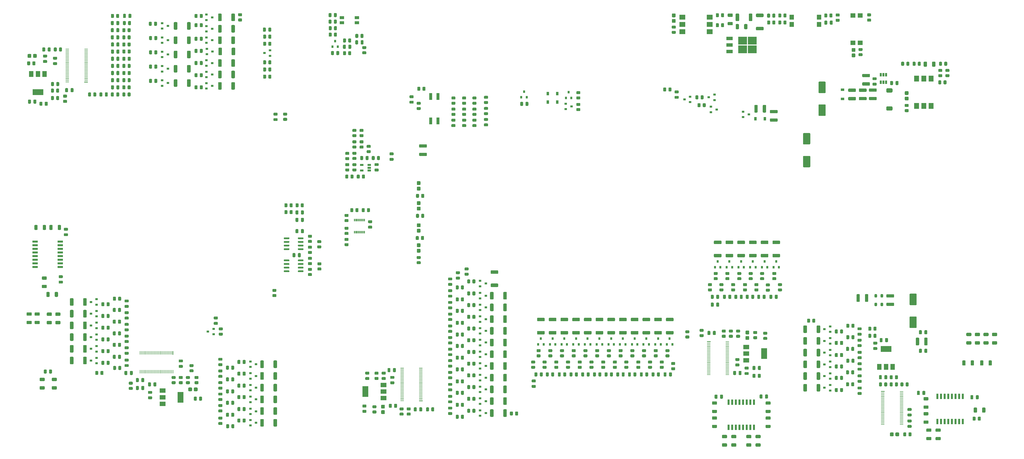
<source format=gtp>
G04 #@! TF.GenerationSoftware,KiCad,Pcbnew,(5.1.9-0-10_14)*
G04 #@! TF.CreationDate,2021-05-29T21:56:35-04:00*
G04 #@! TF.ProjectId,LiBCM,4c694243-4d2e-46b6-9963-61645f706362,A*
G04 #@! TF.SameCoordinates,Original*
G04 #@! TF.FileFunction,Paste,Top*
G04 #@! TF.FilePolarity,Positive*
%FSLAX46Y46*%
G04 Gerber Fmt 4.6, Leading zero omitted, Abs format (unit mm)*
G04 Created by KiCad (PCBNEW (5.1.9-0-10_14)) date 2021-05-29 21:56:35*
%MOMM*%
%LPD*%
G01*
G04 APERTURE LIST*
%ADD10R,1.550000X1.000000*%
%ADD11R,0.650000X1.220000*%
%ADD12R,1.500000X1.780000*%
%ADD13R,1.780000X1.500000*%
%ADD14R,0.640000X1.910000*%
%ADD15R,1.910000X0.640000*%
%ADD16R,1.220000X0.650000*%
%ADD17R,0.305000X0.889000*%
%ADD18R,1.250000X0.250000*%
%ADD19R,0.250000X1.250000*%
%ADD20R,0.900000X1.200000*%
%ADD21R,0.900000X0.800000*%
%ADD22R,1.500000X2.000000*%
%ADD23R,3.800000X2.000000*%
%ADD24R,2.000000X1.500000*%
%ADD25R,2.000000X3.800000*%
%ADD26R,0.800000X0.900000*%
%ADD27R,2.000000X1.780000*%
%ADD28R,3.050000X2.750000*%
%ADD29R,2.200000X1.200000*%
%ADD30R,1.200000X0.900000*%
%ADD31R,1.120000X2.440000*%
%ADD32R,1.780000X2.000000*%
G04 APERTURE END LIST*
G04 #@! TO.C,R1*
G36*
G01*
X165549998Y-125900000D02*
X166450002Y-125900000D01*
G75*
G02*
X166700000Y-126149998I0J-249998D01*
G01*
X166700000Y-126675002D01*
G75*
G02*
X166450002Y-126925000I-249998J0D01*
G01*
X165549998Y-126925000D01*
G75*
G02*
X165300000Y-126675002I0J249998D01*
G01*
X165300000Y-126149998D01*
G75*
G02*
X165549998Y-125900000I249998J0D01*
G01*
G37*
G36*
G01*
X165549998Y-124075000D02*
X166450002Y-124075000D01*
G75*
G02*
X166700000Y-124324998I0J-249998D01*
G01*
X166700000Y-124850002D01*
G75*
G02*
X166450002Y-125100000I-249998J0D01*
G01*
X165549998Y-125100000D01*
G75*
G02*
X165300000Y-124850002I0J249998D01*
G01*
X165300000Y-124324998D01*
G75*
G02*
X165549998Y-124075000I249998J0D01*
G01*
G37*
G04 #@! TD*
D10*
G04 #@! TO.C,SW1*
X144375000Y-42350000D03*
X139125000Y-42350000D03*
X139125000Y-40650000D03*
X144375000Y-40650000D03*
G04 #@! TD*
G04 #@! TO.C,R61*
G36*
G01*
X313050002Y-40200000D02*
X312149998Y-40200000D01*
G75*
G02*
X311900000Y-39950002I0J249998D01*
G01*
X311900000Y-39424998D01*
G75*
G02*
X312149998Y-39175000I249998J0D01*
G01*
X313050002Y-39175000D01*
G75*
G02*
X313300000Y-39424998I0J-249998D01*
G01*
X313300000Y-39950002D01*
G75*
G02*
X313050002Y-40200000I-249998J0D01*
G01*
G37*
G36*
G01*
X313050002Y-42025000D02*
X312149998Y-42025000D01*
G75*
G02*
X311900000Y-41775002I0J249998D01*
G01*
X311900000Y-41249998D01*
G75*
G02*
X312149998Y-41000000I249998J0D01*
G01*
X313050002Y-41000000D01*
G75*
G02*
X313300000Y-41249998I0J-249998D01*
G01*
X313300000Y-41775002D01*
G75*
G02*
X313050002Y-42025000I-249998J0D01*
G01*
G37*
G04 #@! TD*
G04 #@! TO.C,C31*
G36*
G01*
X343850000Y-56249999D02*
X343850000Y-57550001D01*
G75*
G02*
X343600001Y-57800000I-249999J0D01*
G01*
X342949999Y-57800000D01*
G75*
G02*
X342700000Y-57550001I0J249999D01*
G01*
X342700000Y-56249999D01*
G75*
G02*
X342949999Y-56000000I249999J0D01*
G01*
X343600001Y-56000000D01*
G75*
G02*
X343850000Y-56249999I0J-249999D01*
G01*
G37*
G36*
G01*
X346800000Y-56249999D02*
X346800000Y-57550001D01*
G75*
G02*
X346550001Y-57800000I-249999J0D01*
G01*
X345899999Y-57800000D01*
G75*
G02*
X345650000Y-57550001I0J249999D01*
G01*
X345650000Y-56249999D01*
G75*
G02*
X345899999Y-56000000I249999J0D01*
G01*
X346550001Y-56000000D01*
G75*
G02*
X346800000Y-56249999I0J-249999D01*
G01*
G37*
G04 #@! TD*
G04 #@! TO.C,C103*
G36*
G01*
X341350000Y-171525000D02*
X341350000Y-172475000D01*
G75*
G02*
X341100000Y-172725000I-250000J0D01*
G01*
X340600000Y-172725000D01*
G75*
G02*
X340350000Y-172475000I0J250000D01*
G01*
X340350000Y-171525000D01*
G75*
G02*
X340600000Y-171275000I250000J0D01*
G01*
X341100000Y-171275000D01*
G75*
G02*
X341350000Y-171525000I0J-250000D01*
G01*
G37*
G36*
G01*
X343250000Y-171525000D02*
X343250000Y-172475000D01*
G75*
G02*
X343000000Y-172725000I-250000J0D01*
G01*
X342500000Y-172725000D01*
G75*
G02*
X342250000Y-172475000I0J250000D01*
G01*
X342250000Y-171525000D01*
G75*
G02*
X342500000Y-171275000I250000J0D01*
G01*
X343000000Y-171275000D01*
G75*
G02*
X343250000Y-171525000I0J-250000D01*
G01*
G37*
G04 #@! TD*
G04 #@! TO.C,C119*
G36*
G01*
X328050000Y-166025000D02*
X328050000Y-166975000D01*
G75*
G02*
X327800000Y-167225000I-250000J0D01*
G01*
X327300000Y-167225000D01*
G75*
G02*
X327050000Y-166975000I0J250000D01*
G01*
X327050000Y-166025000D01*
G75*
G02*
X327300000Y-165775000I250000J0D01*
G01*
X327800000Y-165775000D01*
G75*
G02*
X328050000Y-166025000I0J-250000D01*
G01*
G37*
G36*
G01*
X329950000Y-166025000D02*
X329950000Y-166975000D01*
G75*
G02*
X329700000Y-167225000I-250000J0D01*
G01*
X329200000Y-167225000D01*
G75*
G02*
X328950000Y-166975000I0J250000D01*
G01*
X328950000Y-166025000D01*
G75*
G02*
X329200000Y-165775000I250000J0D01*
G01*
X329700000Y-165775000D01*
G75*
G02*
X329950000Y-166025000I0J-250000D01*
G01*
G37*
G04 #@! TD*
G04 #@! TO.C,C40*
G36*
G01*
X59300000Y-44525000D02*
X59300000Y-45475000D01*
G75*
G02*
X59050000Y-45725000I-250000J0D01*
G01*
X58550000Y-45725000D01*
G75*
G02*
X58300000Y-45475000I0J250000D01*
G01*
X58300000Y-44525000D01*
G75*
G02*
X58550000Y-44275000I250000J0D01*
G01*
X59050000Y-44275000D01*
G75*
G02*
X59300000Y-44525000I0J-250000D01*
G01*
G37*
G36*
G01*
X61200000Y-44525000D02*
X61200000Y-45475000D01*
G75*
G02*
X60950000Y-45725000I-250000J0D01*
G01*
X60450000Y-45725000D01*
G75*
G02*
X60200000Y-45475000I0J250000D01*
G01*
X60200000Y-44525000D01*
G75*
G02*
X60450000Y-44275000I250000J0D01*
G01*
X60950000Y-44275000D01*
G75*
G02*
X61200000Y-44525000I0J-250000D01*
G01*
G37*
G04 #@! TD*
G04 #@! TO.C,C26*
G36*
G01*
X289149999Y-72925000D02*
X291350001Y-72925000D01*
G75*
G02*
X291600000Y-73174999I0J-249999D01*
G01*
X291600000Y-73825001D01*
G75*
G02*
X291350001Y-74075000I-249999J0D01*
G01*
X289149999Y-74075000D01*
G75*
G02*
X288900000Y-73825001I0J249999D01*
G01*
X288900000Y-73174999D01*
G75*
G02*
X289149999Y-72925000I249999J0D01*
G01*
G37*
G36*
G01*
X289149999Y-75875000D02*
X291350001Y-75875000D01*
G75*
G02*
X291600000Y-76124999I0J-249999D01*
G01*
X291600000Y-76775001D01*
G75*
G02*
X291350001Y-77025000I-249999J0D01*
G01*
X289149999Y-77025000D01*
G75*
G02*
X288900000Y-76775001I0J249999D01*
G01*
X288900000Y-76124999D01*
G75*
G02*
X289149999Y-75875000I249999J0D01*
G01*
G37*
G04 #@! TD*
G04 #@! TO.C,C32*
G36*
G01*
X279875000Y-44400001D02*
X279875000Y-43099999D01*
G75*
G02*
X280124999Y-42850000I249999J0D01*
G01*
X280775001Y-42850000D01*
G75*
G02*
X281025000Y-43099999I0J-249999D01*
G01*
X281025000Y-44400001D01*
G75*
G02*
X280775001Y-44650000I-249999J0D01*
G01*
X280124999Y-44650000D01*
G75*
G02*
X279875000Y-44400001I0J249999D01*
G01*
G37*
G36*
G01*
X276925000Y-44400001D02*
X276925000Y-43099999D01*
G75*
G02*
X277174999Y-42850000I249999J0D01*
G01*
X277825001Y-42850000D01*
G75*
G02*
X278075000Y-43099999I0J-249999D01*
G01*
X278075000Y-44400001D01*
G75*
G02*
X277825001Y-44650000I-249999J0D01*
G01*
X277174999Y-44650000D01*
G75*
G02*
X276925000Y-44400001I0J249999D01*
G01*
G37*
G04 #@! TD*
G04 #@! TO.C,C33*
G36*
G01*
X275650001Y-40325000D02*
X274349999Y-40325000D01*
G75*
G02*
X274100000Y-40075001I0J249999D01*
G01*
X274100000Y-39424999D01*
G75*
G02*
X274349999Y-39175000I249999J0D01*
G01*
X275650001Y-39175000D01*
G75*
G02*
X275900000Y-39424999I0J-249999D01*
G01*
X275900000Y-40075001D01*
G75*
G02*
X275650001Y-40325000I-249999J0D01*
G01*
G37*
G36*
G01*
X275650001Y-43275000D02*
X274349999Y-43275000D01*
G75*
G02*
X274100000Y-43025001I0J249999D01*
G01*
X274100000Y-42374999D01*
G75*
G02*
X274349999Y-42125000I249999J0D01*
G01*
X275650001Y-42125000D01*
G75*
G02*
X275900000Y-42374999I0J-249999D01*
G01*
X275900000Y-43025001D01*
G75*
G02*
X275650001Y-43275000I-249999J0D01*
G01*
G37*
G04 #@! TD*
G04 #@! TO.C,C55*
G36*
G01*
X33150001Y-147900000D02*
X31849999Y-147900000D01*
G75*
G02*
X31600000Y-147650001I0J249999D01*
G01*
X31600000Y-146999999D01*
G75*
G02*
X31849999Y-146750000I249999J0D01*
G01*
X33150001Y-146750000D01*
G75*
G02*
X33400000Y-146999999I0J-249999D01*
G01*
X33400000Y-147650001D01*
G75*
G02*
X33150001Y-147900000I-249999J0D01*
G01*
G37*
G36*
G01*
X33150001Y-144950000D02*
X31849999Y-144950000D01*
G75*
G02*
X31600000Y-144700001I0J249999D01*
G01*
X31600000Y-144049999D01*
G75*
G02*
X31849999Y-143800000I249999J0D01*
G01*
X33150001Y-143800000D01*
G75*
G02*
X33400000Y-144049999I0J-249999D01*
G01*
X33400000Y-144700001D01*
G75*
G02*
X33150001Y-144950000I-249999J0D01*
G01*
G37*
G04 #@! TD*
G04 #@! TO.C,C56*
G36*
G01*
X30350001Y-147900000D02*
X29049999Y-147900000D01*
G75*
G02*
X28800000Y-147650001I0J249999D01*
G01*
X28800000Y-146999999D01*
G75*
G02*
X29049999Y-146750000I249999J0D01*
G01*
X30350001Y-146750000D01*
G75*
G02*
X30600000Y-146999999I0J-249999D01*
G01*
X30600000Y-147650001D01*
G75*
G02*
X30350001Y-147900000I-249999J0D01*
G01*
G37*
G36*
G01*
X30350001Y-144950000D02*
X29049999Y-144950000D01*
G75*
G02*
X28800000Y-144700001I0J249999D01*
G01*
X28800000Y-144049999D01*
G75*
G02*
X29049999Y-143800000I249999J0D01*
G01*
X30350001Y-143800000D01*
G75*
G02*
X30600000Y-144049999I0J-249999D01*
G01*
X30600000Y-144700001D01*
G75*
G02*
X30350001Y-144950000I-249999J0D01*
G01*
G37*
G04 #@! TD*
G04 #@! TO.C,C71*
G36*
G01*
X37400001Y-147950000D02*
X36099999Y-147950000D01*
G75*
G02*
X35850000Y-147700001I0J249999D01*
G01*
X35850000Y-147049999D01*
G75*
G02*
X36099999Y-146800000I249999J0D01*
G01*
X37400001Y-146800000D01*
G75*
G02*
X37650000Y-147049999I0J-249999D01*
G01*
X37650000Y-147700001D01*
G75*
G02*
X37400001Y-147950000I-249999J0D01*
G01*
G37*
G36*
G01*
X37400001Y-145000000D02*
X36099999Y-145000000D01*
G75*
G02*
X35850000Y-144750001I0J249999D01*
G01*
X35850000Y-144099999D01*
G75*
G02*
X36099999Y-143850000I249999J0D01*
G01*
X37400001Y-143850000D01*
G75*
G02*
X37650000Y-144099999I0J-249999D01*
G01*
X37650000Y-144750001D01*
G75*
G02*
X37400001Y-145000000I-249999J0D01*
G01*
G37*
G04 #@! TD*
G04 #@! TO.C,C72*
G36*
G01*
X40400001Y-147950000D02*
X39099999Y-147950000D01*
G75*
G02*
X38850000Y-147700001I0J249999D01*
G01*
X38850000Y-147049999D01*
G75*
G02*
X39099999Y-146800000I249999J0D01*
G01*
X40400001Y-146800000D01*
G75*
G02*
X40650000Y-147049999I0J-249999D01*
G01*
X40650000Y-147700001D01*
G75*
G02*
X40400001Y-147950000I-249999J0D01*
G01*
G37*
G36*
G01*
X40400001Y-145000000D02*
X39099999Y-145000000D01*
G75*
G02*
X38850000Y-144750001I0J249999D01*
G01*
X38850000Y-144099999D01*
G75*
G02*
X39099999Y-143850000I249999J0D01*
G01*
X40400001Y-143850000D01*
G75*
G02*
X40650000Y-144099999I0J-249999D01*
G01*
X40650000Y-144750001D01*
G75*
G02*
X40400001Y-145000000I-249999J0D01*
G01*
G37*
G04 #@! TD*
G04 #@! TO.C,C78*
G36*
G01*
X273650001Y-187850000D02*
X272349999Y-187850000D01*
G75*
G02*
X272100000Y-187600001I0J249999D01*
G01*
X272100000Y-186949999D01*
G75*
G02*
X272349999Y-186700000I249999J0D01*
G01*
X273650001Y-186700000D01*
G75*
G02*
X273900000Y-186949999I0J-249999D01*
G01*
X273900000Y-187600001D01*
G75*
G02*
X273650001Y-187850000I-249999J0D01*
G01*
G37*
G36*
G01*
X273650001Y-190800000D02*
X272349999Y-190800000D01*
G75*
G02*
X272100000Y-190550001I0J249999D01*
G01*
X272100000Y-189899999D01*
G75*
G02*
X272349999Y-189650000I249999J0D01*
G01*
X273650001Y-189650000D01*
G75*
G02*
X273900000Y-189899999I0J-249999D01*
G01*
X273900000Y-190550001D01*
G75*
G02*
X273650001Y-190800000I-249999J0D01*
G01*
G37*
G04 #@! TD*
G04 #@! TO.C,C92*
G36*
G01*
X276900001Y-187850000D02*
X275599999Y-187850000D01*
G75*
G02*
X275350000Y-187600001I0J249999D01*
G01*
X275350000Y-186949999D01*
G75*
G02*
X275599999Y-186700000I249999J0D01*
G01*
X276900001Y-186700000D01*
G75*
G02*
X277150000Y-186949999I0J-249999D01*
G01*
X277150000Y-187600001D01*
G75*
G02*
X276900001Y-187850000I-249999J0D01*
G01*
G37*
G36*
G01*
X276900001Y-190800000D02*
X275599999Y-190800000D01*
G75*
G02*
X275350000Y-190550001I0J249999D01*
G01*
X275350000Y-189899999D01*
G75*
G02*
X275599999Y-189650000I249999J0D01*
G01*
X276900001Y-189650000D01*
G75*
G02*
X277150000Y-189899999I0J-249999D01*
G01*
X277150000Y-190550001D01*
G75*
G02*
X276900001Y-190800000I-249999J0D01*
G01*
G37*
G04 #@! TD*
G04 #@! TO.C,C95*
G36*
G01*
X345150001Y-185600000D02*
X343849999Y-185600000D01*
G75*
G02*
X343600000Y-185350001I0J249999D01*
G01*
X343600000Y-184699999D01*
G75*
G02*
X343849999Y-184450000I249999J0D01*
G01*
X345150001Y-184450000D01*
G75*
G02*
X345400000Y-184699999I0J-249999D01*
G01*
X345400000Y-185350001D01*
G75*
G02*
X345150001Y-185600000I-249999J0D01*
G01*
G37*
G36*
G01*
X345150001Y-188550000D02*
X343849999Y-188550000D01*
G75*
G02*
X343600000Y-188300001I0J249999D01*
G01*
X343600000Y-187649999D01*
G75*
G02*
X343849999Y-187400000I249999J0D01*
G01*
X345150001Y-187400000D01*
G75*
G02*
X345400000Y-187649999I0J-249999D01*
G01*
X345400000Y-188300001D01*
G75*
G02*
X345150001Y-188550000I-249999J0D01*
G01*
G37*
G04 #@! TD*
G04 #@! TO.C,C96*
G36*
G01*
X348400001Y-185600000D02*
X347099999Y-185600000D01*
G75*
G02*
X346850000Y-185350001I0J249999D01*
G01*
X346850000Y-184699999D01*
G75*
G02*
X347099999Y-184450000I249999J0D01*
G01*
X348400001Y-184450000D01*
G75*
G02*
X348650000Y-184699999I0J-249999D01*
G01*
X348650000Y-185350001D01*
G75*
G02*
X348400001Y-185600000I-249999J0D01*
G01*
G37*
G36*
G01*
X348400001Y-188550000D02*
X347099999Y-188550000D01*
G75*
G02*
X346850000Y-188300001I0J249999D01*
G01*
X346850000Y-187649999D01*
G75*
G02*
X347099999Y-187400000I249999J0D01*
G01*
X348400001Y-187400000D01*
G75*
G02*
X348650000Y-187649999I0J-249999D01*
G01*
X348650000Y-188300001D01*
G75*
G02*
X348400001Y-188550000I-249999J0D01*
G01*
G37*
G04 #@! TD*
G04 #@! TO.C,C101*
G36*
G01*
X33599999Y-169650000D02*
X34900001Y-169650000D01*
G75*
G02*
X35150000Y-169899999I0J-249999D01*
G01*
X35150000Y-170550001D01*
G75*
G02*
X34900001Y-170800000I-249999J0D01*
G01*
X33599999Y-170800000D01*
G75*
G02*
X33350000Y-170550001I0J249999D01*
G01*
X33350000Y-169899999D01*
G75*
G02*
X33599999Y-169650000I249999J0D01*
G01*
G37*
G36*
G01*
X33599999Y-166700000D02*
X34900001Y-166700000D01*
G75*
G02*
X35150000Y-166949999I0J-249999D01*
G01*
X35150000Y-167600001D01*
G75*
G02*
X34900001Y-167850000I-249999J0D01*
G01*
X33599999Y-167850000D01*
G75*
G02*
X33350000Y-167600001I0J249999D01*
G01*
X33350000Y-166949999D01*
G75*
G02*
X33599999Y-166700000I249999J0D01*
G01*
G37*
G04 #@! TD*
G04 #@! TO.C,C102*
G36*
G01*
X37849999Y-169650000D02*
X39150001Y-169650000D01*
G75*
G02*
X39400000Y-169899999I0J-249999D01*
G01*
X39400000Y-170550001D01*
G75*
G02*
X39150001Y-170800000I-249999J0D01*
G01*
X37849999Y-170800000D01*
G75*
G02*
X37600000Y-170550001I0J249999D01*
G01*
X37600000Y-169899999D01*
G75*
G02*
X37849999Y-169650000I249999J0D01*
G01*
G37*
G36*
G01*
X37849999Y-166700000D02*
X39150001Y-166700000D01*
G75*
G02*
X39400000Y-166949999I0J-249999D01*
G01*
X39400000Y-167600001D01*
G75*
G02*
X39150001Y-167850000I-249999J0D01*
G01*
X37849999Y-167850000D01*
G75*
G02*
X37600000Y-167600001I0J249999D01*
G01*
X37600000Y-166949999D01*
G75*
G02*
X37849999Y-166700000I249999J0D01*
G01*
G37*
G04 #@! TD*
G04 #@! TO.C,R68*
G36*
G01*
X271012500Y-39299998D02*
X271012500Y-40200002D01*
G75*
G02*
X270762502Y-40450000I-249998J0D01*
G01*
X270237498Y-40450000D01*
G75*
G02*
X269987500Y-40200002I0J249998D01*
G01*
X269987500Y-39299998D01*
G75*
G02*
X270237498Y-39050000I249998J0D01*
G01*
X270762502Y-39050000D01*
G75*
G02*
X271012500Y-39299998I0J-249998D01*
G01*
G37*
G36*
G01*
X272837500Y-39299998D02*
X272837500Y-40200002D01*
G75*
G02*
X272587502Y-40450000I-249998J0D01*
G01*
X272062498Y-40450000D01*
G75*
G02*
X271812500Y-40200002I0J249998D01*
G01*
X271812500Y-39299998D01*
G75*
G02*
X272062498Y-39050000I249998J0D01*
G01*
X272587502Y-39050000D01*
G75*
G02*
X272837500Y-39299998I0J-249998D01*
G01*
G37*
G04 #@! TD*
G04 #@! TO.C,R69*
G36*
G01*
X336650000Y-57200002D02*
X336650000Y-56299998D01*
G75*
G02*
X336899998Y-56050000I249998J0D01*
G01*
X337425002Y-56050000D01*
G75*
G02*
X337675000Y-56299998I0J-249998D01*
G01*
X337675000Y-57200002D01*
G75*
G02*
X337425002Y-57450000I-249998J0D01*
G01*
X336899998Y-57450000D01*
G75*
G02*
X336650000Y-57200002I0J249998D01*
G01*
G37*
G36*
G01*
X334825000Y-57200002D02*
X334825000Y-56299998D01*
G75*
G02*
X335074998Y-56050000I249998J0D01*
G01*
X335600002Y-56050000D01*
G75*
G02*
X335850000Y-56299998I0J-249998D01*
G01*
X335850000Y-57200002D01*
G75*
G02*
X335600002Y-57450000I-249998J0D01*
G01*
X335074998Y-57450000D01*
G75*
G02*
X334825000Y-57200002I0J249998D01*
G01*
G37*
G04 #@! TD*
G04 #@! TO.C,R70*
G36*
G01*
X339850000Y-56299998D02*
X339850000Y-57200002D01*
G75*
G02*
X339600002Y-57450000I-249998J0D01*
G01*
X339074998Y-57450000D01*
G75*
G02*
X338825000Y-57200002I0J249998D01*
G01*
X338825000Y-56299998D01*
G75*
G02*
X339074998Y-56050000I249998J0D01*
G01*
X339600002Y-56050000D01*
G75*
G02*
X339850000Y-56299998I0J-249998D01*
G01*
G37*
G36*
G01*
X341675000Y-56299998D02*
X341675000Y-57200002D01*
G75*
G02*
X341425002Y-57450000I-249998J0D01*
G01*
X340899998Y-57450000D01*
G75*
G02*
X340650000Y-57200002I0J249998D01*
G01*
X340650000Y-56299998D01*
G75*
G02*
X340899998Y-56050000I249998J0D01*
G01*
X341425002Y-56050000D01*
G75*
G02*
X341675000Y-56299998I0J-249998D01*
G01*
G37*
G04 #@! TD*
G04 #@! TO.C,R71*
G36*
G01*
X350549998Y-60400000D02*
X351450002Y-60400000D01*
G75*
G02*
X351700000Y-60649998I0J-249998D01*
G01*
X351700000Y-61175002D01*
G75*
G02*
X351450002Y-61425000I-249998J0D01*
G01*
X350549998Y-61425000D01*
G75*
G02*
X350300000Y-61175002I0J249998D01*
G01*
X350300000Y-60649998D01*
G75*
G02*
X350549998Y-60400000I249998J0D01*
G01*
G37*
G36*
G01*
X350549998Y-58575000D02*
X351450002Y-58575000D01*
G75*
G02*
X351700000Y-58824998I0J-249998D01*
G01*
X351700000Y-59350002D01*
G75*
G02*
X351450002Y-59600000I-249998J0D01*
G01*
X350549998Y-59600000D01*
G75*
G02*
X350300000Y-59350002I0J249998D01*
G01*
X350300000Y-58824998D01*
G75*
G02*
X350549998Y-58575000I249998J0D01*
G01*
G37*
G04 #@! TD*
G04 #@! TO.C,R72*
G36*
G01*
X349900000Y-57200002D02*
X349900000Y-56299998D01*
G75*
G02*
X350149998Y-56050000I249998J0D01*
G01*
X350675002Y-56050000D01*
G75*
G02*
X350925000Y-56299998I0J-249998D01*
G01*
X350925000Y-57200002D01*
G75*
G02*
X350675002Y-57450000I-249998J0D01*
G01*
X350149998Y-57450000D01*
G75*
G02*
X349900000Y-57200002I0J249998D01*
G01*
G37*
G36*
G01*
X348075000Y-57200002D02*
X348075000Y-56299998D01*
G75*
G02*
X348324998Y-56050000I249998J0D01*
G01*
X348850002Y-56050000D01*
G75*
G02*
X349100000Y-56299998I0J-249998D01*
G01*
X349100000Y-57200002D01*
G75*
G02*
X348850002Y-57450000I-249998J0D01*
G01*
X348324998Y-57450000D01*
G75*
G02*
X348075000Y-57200002I0J249998D01*
G01*
G37*
G04 #@! TD*
G04 #@! TO.C,R74*
G36*
G01*
X289762500Y-42750002D02*
X289762500Y-41849998D01*
G75*
G02*
X290012498Y-41600000I249998J0D01*
G01*
X290537502Y-41600000D01*
G75*
G02*
X290787500Y-41849998I0J-249998D01*
G01*
X290787500Y-42750002D01*
G75*
G02*
X290537502Y-43000000I-249998J0D01*
G01*
X290012498Y-43000000D01*
G75*
G02*
X289762500Y-42750002I0J249998D01*
G01*
G37*
G36*
G01*
X287937500Y-42750002D02*
X287937500Y-41849998D01*
G75*
G02*
X288187498Y-41600000I249998J0D01*
G01*
X288712502Y-41600000D01*
G75*
G02*
X288962500Y-41849998I0J-249998D01*
G01*
X288962500Y-42750002D01*
G75*
G02*
X288712502Y-43000000I-249998J0D01*
G01*
X288187498Y-43000000D01*
G75*
G02*
X287937500Y-42750002I0J249998D01*
G01*
G37*
G04 #@! TD*
G04 #@! TO.C,R75*
G36*
G01*
X289750000Y-40350002D02*
X289750000Y-39449998D01*
G75*
G02*
X289999998Y-39200000I249998J0D01*
G01*
X290525002Y-39200000D01*
G75*
G02*
X290775000Y-39449998I0J-249998D01*
G01*
X290775000Y-40350002D01*
G75*
G02*
X290525002Y-40600000I-249998J0D01*
G01*
X289999998Y-40600000D01*
G75*
G02*
X289750000Y-40350002I0J249998D01*
G01*
G37*
G36*
G01*
X287925000Y-40350002D02*
X287925000Y-39449998D01*
G75*
G02*
X288174998Y-39200000I249998J0D01*
G01*
X288700002Y-39200000D01*
G75*
G02*
X288950000Y-39449998I0J-249998D01*
G01*
X288950000Y-40350002D01*
G75*
G02*
X288700002Y-40600000I-249998J0D01*
G01*
X288174998Y-40600000D01*
G75*
G02*
X287925000Y-40350002I0J249998D01*
G01*
G37*
G04 #@! TD*
G04 #@! TO.C,R77*
G36*
G01*
X293650000Y-40300002D02*
X293650000Y-39399998D01*
G75*
G02*
X293899998Y-39150000I249998J0D01*
G01*
X294425002Y-39150000D01*
G75*
G02*
X294675000Y-39399998I0J-249998D01*
G01*
X294675000Y-40300002D01*
G75*
G02*
X294425002Y-40550000I-249998J0D01*
G01*
X293899998Y-40550000D01*
G75*
G02*
X293650000Y-40300002I0J249998D01*
G01*
G37*
G36*
G01*
X291825000Y-40300002D02*
X291825000Y-39399998D01*
G75*
G02*
X292074998Y-39150000I249998J0D01*
G01*
X292600002Y-39150000D01*
G75*
G02*
X292850000Y-39399998I0J-249998D01*
G01*
X292850000Y-40300002D01*
G75*
G02*
X292600002Y-40550000I-249998J0D01*
G01*
X292074998Y-40550000D01*
G75*
G02*
X291825000Y-40300002I0J249998D01*
G01*
G37*
G04 #@! TD*
G04 #@! TO.C,R78*
G36*
G01*
X271012500Y-42799998D02*
X271012500Y-43700002D01*
G75*
G02*
X270762502Y-43950000I-249998J0D01*
G01*
X270237498Y-43950000D01*
G75*
G02*
X269987500Y-43700002I0J249998D01*
G01*
X269987500Y-42799998D01*
G75*
G02*
X270237498Y-42550000I249998J0D01*
G01*
X270762502Y-42550000D01*
G75*
G02*
X271012500Y-42799998I0J-249998D01*
G01*
G37*
G36*
G01*
X272837500Y-42799998D02*
X272837500Y-43700002D01*
G75*
G02*
X272587502Y-43950000I-249998J0D01*
G01*
X272062498Y-43950000D01*
G75*
G02*
X271812500Y-43700002I0J249998D01*
G01*
X271812500Y-42799998D01*
G75*
G02*
X272062498Y-42550000I249998J0D01*
G01*
X272587502Y-42550000D01*
G75*
G02*
X272837500Y-42799998I0J-249998D01*
G01*
G37*
G04 #@! TD*
G04 #@! TO.C,R79*
G36*
G01*
X293650000Y-42750002D02*
X293650000Y-41849998D01*
G75*
G02*
X293899998Y-41600000I249998J0D01*
G01*
X294425002Y-41600000D01*
G75*
G02*
X294675000Y-41849998I0J-249998D01*
G01*
X294675000Y-42750002D01*
G75*
G02*
X294425002Y-43000000I-249998J0D01*
G01*
X293899998Y-43000000D01*
G75*
G02*
X293650000Y-42750002I0J249998D01*
G01*
G37*
G36*
G01*
X291825000Y-42750002D02*
X291825000Y-41849998D01*
G75*
G02*
X292074998Y-41600000I249998J0D01*
G01*
X292600002Y-41600000D01*
G75*
G02*
X292850000Y-41849998I0J-249998D01*
G01*
X292850000Y-42750002D01*
G75*
G02*
X292600002Y-43000000I-249998J0D01*
G01*
X292074998Y-43000000D01*
G75*
G02*
X291825000Y-42750002I0J249998D01*
G01*
G37*
G04 #@! TD*
G04 #@! TO.C,R80*
G36*
G01*
X324050002Y-40150000D02*
X323149998Y-40150000D01*
G75*
G02*
X322900000Y-39900002I0J249998D01*
G01*
X322900000Y-39374998D01*
G75*
G02*
X323149998Y-39125000I249998J0D01*
G01*
X324050002Y-39125000D01*
G75*
G02*
X324300000Y-39374998I0J-249998D01*
G01*
X324300000Y-39900002D01*
G75*
G02*
X324050002Y-40150000I-249998J0D01*
G01*
G37*
G36*
G01*
X324050002Y-41975000D02*
X323149998Y-41975000D01*
G75*
G02*
X322900000Y-41725002I0J249998D01*
G01*
X322900000Y-41199998D01*
G75*
G02*
X323149998Y-40950000I249998J0D01*
G01*
X324050002Y-40950000D01*
G75*
G02*
X324300000Y-41199998I0J-249998D01*
G01*
X324300000Y-41725002D01*
G75*
G02*
X324050002Y-41975000I-249998J0D01*
G01*
G37*
G04 #@! TD*
G04 #@! TO.C,R83*
G36*
G01*
X100450000Y-65575001D02*
X100450000Y-63424999D01*
G75*
G02*
X100699999Y-63175000I249999J0D01*
G01*
X101425001Y-63175000D01*
G75*
G02*
X101675000Y-63424999I0J-249999D01*
G01*
X101675000Y-65575001D01*
G75*
G02*
X101425001Y-65825000I-249999J0D01*
G01*
X100699999Y-65825000D01*
G75*
G02*
X100450000Y-65575001I0J249999D01*
G01*
G37*
G36*
G01*
X95825000Y-65575001D02*
X95825000Y-63424999D01*
G75*
G02*
X96074999Y-63175000I249999J0D01*
G01*
X96800001Y-63175000D01*
G75*
G02*
X97050000Y-63424999I0J-249999D01*
G01*
X97050000Y-65575001D01*
G75*
G02*
X96800001Y-65825000I-249999J0D01*
G01*
X96074999Y-65825000D01*
G75*
G02*
X95825000Y-65575001I0J249999D01*
G01*
G37*
G04 #@! TD*
G04 #@! TO.C,R84*
G36*
G01*
X84950000Y-64575001D02*
X84950000Y-62424999D01*
G75*
G02*
X85199999Y-62175000I249999J0D01*
G01*
X85925001Y-62175000D01*
G75*
G02*
X86175000Y-62424999I0J-249999D01*
G01*
X86175000Y-64575001D01*
G75*
G02*
X85925001Y-64825000I-249999J0D01*
G01*
X85199999Y-64825000D01*
G75*
G02*
X84950000Y-64575001I0J249999D01*
G01*
G37*
G36*
G01*
X80325000Y-64575001D02*
X80325000Y-62424999D01*
G75*
G02*
X80574999Y-62175000I249999J0D01*
G01*
X81300001Y-62175000D01*
G75*
G02*
X81550000Y-62424999I0J-249999D01*
G01*
X81550000Y-64575001D01*
G75*
G02*
X81300001Y-64825000I-249999J0D01*
G01*
X80574999Y-64825000D01*
G75*
G02*
X80325000Y-64575001I0J249999D01*
G01*
G37*
G04 #@! TD*
G04 #@! TO.C,R85*
G36*
G01*
X100450000Y-61575001D02*
X100450000Y-59424999D01*
G75*
G02*
X100699999Y-59175000I249999J0D01*
G01*
X101425001Y-59175000D01*
G75*
G02*
X101675000Y-59424999I0J-249999D01*
G01*
X101675000Y-61575001D01*
G75*
G02*
X101425001Y-61825000I-249999J0D01*
G01*
X100699999Y-61825000D01*
G75*
G02*
X100450000Y-61575001I0J249999D01*
G01*
G37*
G36*
G01*
X95825000Y-61575001D02*
X95825000Y-59424999D01*
G75*
G02*
X96074999Y-59175000I249999J0D01*
G01*
X96800001Y-59175000D01*
G75*
G02*
X97050000Y-59424999I0J-249999D01*
G01*
X97050000Y-61575001D01*
G75*
G02*
X96800001Y-61825000I-249999J0D01*
G01*
X96074999Y-61825000D01*
G75*
G02*
X95825000Y-61575001I0J249999D01*
G01*
G37*
G04 #@! TD*
G04 #@! TO.C,R86*
G36*
G01*
X84950000Y-59575001D02*
X84950000Y-57424999D01*
G75*
G02*
X85199999Y-57175000I249999J0D01*
G01*
X85925001Y-57175000D01*
G75*
G02*
X86175000Y-57424999I0J-249999D01*
G01*
X86175000Y-59575001D01*
G75*
G02*
X85925001Y-59825000I-249999J0D01*
G01*
X85199999Y-59825000D01*
G75*
G02*
X84950000Y-59575001I0J249999D01*
G01*
G37*
G36*
G01*
X80325000Y-59575001D02*
X80325000Y-57424999D01*
G75*
G02*
X80574999Y-57175000I249999J0D01*
G01*
X81300001Y-57175000D01*
G75*
G02*
X81550000Y-57424999I0J-249999D01*
G01*
X81550000Y-59575001D01*
G75*
G02*
X81300001Y-59825000I-249999J0D01*
G01*
X80574999Y-59825000D01*
G75*
G02*
X80325000Y-59575001I0J249999D01*
G01*
G37*
G04 #@! TD*
G04 #@! TO.C,R87*
G36*
G01*
X100450000Y-57575001D02*
X100450000Y-55424999D01*
G75*
G02*
X100699999Y-55175000I249999J0D01*
G01*
X101425001Y-55175000D01*
G75*
G02*
X101675000Y-55424999I0J-249999D01*
G01*
X101675000Y-57575001D01*
G75*
G02*
X101425001Y-57825000I-249999J0D01*
G01*
X100699999Y-57825000D01*
G75*
G02*
X100450000Y-57575001I0J249999D01*
G01*
G37*
G36*
G01*
X95825000Y-57575001D02*
X95825000Y-55424999D01*
G75*
G02*
X96074999Y-55175000I249999J0D01*
G01*
X96800001Y-55175000D01*
G75*
G02*
X97050000Y-55424999I0J-249999D01*
G01*
X97050000Y-57575001D01*
G75*
G02*
X96800001Y-57825000I-249999J0D01*
G01*
X96074999Y-57825000D01*
G75*
G02*
X95825000Y-57575001I0J249999D01*
G01*
G37*
G04 #@! TD*
G04 #@! TO.C,R88*
G36*
G01*
X84950000Y-54575001D02*
X84950000Y-52424999D01*
G75*
G02*
X85199999Y-52175000I249999J0D01*
G01*
X85925001Y-52175000D01*
G75*
G02*
X86175000Y-52424999I0J-249999D01*
G01*
X86175000Y-54575001D01*
G75*
G02*
X85925001Y-54825000I-249999J0D01*
G01*
X85199999Y-54825000D01*
G75*
G02*
X84950000Y-54575001I0J249999D01*
G01*
G37*
G36*
G01*
X80325000Y-54575001D02*
X80325000Y-52424999D01*
G75*
G02*
X80574999Y-52175000I249999J0D01*
G01*
X81300001Y-52175000D01*
G75*
G02*
X81550000Y-52424999I0J-249999D01*
G01*
X81550000Y-54575001D01*
G75*
G02*
X81300001Y-54825000I-249999J0D01*
G01*
X80574999Y-54825000D01*
G75*
G02*
X80325000Y-54575001I0J249999D01*
G01*
G37*
G04 #@! TD*
G04 #@! TO.C,R89*
G36*
G01*
X100550000Y-53525001D02*
X100550000Y-51374999D01*
G75*
G02*
X100799999Y-51125000I249999J0D01*
G01*
X101525001Y-51125000D01*
G75*
G02*
X101775000Y-51374999I0J-249999D01*
G01*
X101775000Y-53525001D01*
G75*
G02*
X101525001Y-53775000I-249999J0D01*
G01*
X100799999Y-53775000D01*
G75*
G02*
X100550000Y-53525001I0J249999D01*
G01*
G37*
G36*
G01*
X95925000Y-53525001D02*
X95925000Y-51374999D01*
G75*
G02*
X96174999Y-51125000I249999J0D01*
G01*
X96900001Y-51125000D01*
G75*
G02*
X97150000Y-51374999I0J-249999D01*
G01*
X97150000Y-53525001D01*
G75*
G02*
X96900001Y-53775000I-249999J0D01*
G01*
X96174999Y-53775000D01*
G75*
G02*
X95925000Y-53525001I0J249999D01*
G01*
G37*
G04 #@! TD*
G04 #@! TO.C,R90*
G36*
G01*
X84950000Y-49575001D02*
X84950000Y-47424999D01*
G75*
G02*
X85199999Y-47175000I249999J0D01*
G01*
X85925001Y-47175000D01*
G75*
G02*
X86175000Y-47424999I0J-249999D01*
G01*
X86175000Y-49575001D01*
G75*
G02*
X85925001Y-49825000I-249999J0D01*
G01*
X85199999Y-49825000D01*
G75*
G02*
X84950000Y-49575001I0J249999D01*
G01*
G37*
G36*
G01*
X80325000Y-49575001D02*
X80325000Y-47424999D01*
G75*
G02*
X80574999Y-47175000I249999J0D01*
G01*
X81300001Y-47175000D01*
G75*
G02*
X81550000Y-47424999I0J-249999D01*
G01*
X81550000Y-49575001D01*
G75*
G02*
X81300001Y-49825000I-249999J0D01*
G01*
X80574999Y-49825000D01*
G75*
G02*
X80325000Y-49575001I0J249999D01*
G01*
G37*
G04 #@! TD*
G04 #@! TO.C,R91*
G36*
G01*
X100450000Y-49575001D02*
X100450000Y-47424999D01*
G75*
G02*
X100699999Y-47175000I249999J0D01*
G01*
X101425001Y-47175000D01*
G75*
G02*
X101675000Y-47424999I0J-249999D01*
G01*
X101675000Y-49575001D01*
G75*
G02*
X101425001Y-49825000I-249999J0D01*
G01*
X100699999Y-49825000D01*
G75*
G02*
X100450000Y-49575001I0J249999D01*
G01*
G37*
G36*
G01*
X95825000Y-49575001D02*
X95825000Y-47424999D01*
G75*
G02*
X96074999Y-47175000I249999J0D01*
G01*
X96800001Y-47175000D01*
G75*
G02*
X97050000Y-47424999I0J-249999D01*
G01*
X97050000Y-49575001D01*
G75*
G02*
X96800001Y-49825000I-249999J0D01*
G01*
X96074999Y-49825000D01*
G75*
G02*
X95825000Y-49575001I0J249999D01*
G01*
G37*
G04 #@! TD*
G04 #@! TO.C,R92*
G36*
G01*
X84950000Y-44575001D02*
X84950000Y-42424999D01*
G75*
G02*
X85199999Y-42175000I249999J0D01*
G01*
X85925001Y-42175000D01*
G75*
G02*
X86175000Y-42424999I0J-249999D01*
G01*
X86175000Y-44575001D01*
G75*
G02*
X85925001Y-44825000I-249999J0D01*
G01*
X85199999Y-44825000D01*
G75*
G02*
X84950000Y-44575001I0J249999D01*
G01*
G37*
G36*
G01*
X80325000Y-44575001D02*
X80325000Y-42424999D01*
G75*
G02*
X80574999Y-42175000I249999J0D01*
G01*
X81300001Y-42175000D01*
G75*
G02*
X81550000Y-42424999I0J-249999D01*
G01*
X81550000Y-44575001D01*
G75*
G02*
X81300001Y-44825000I-249999J0D01*
G01*
X80574999Y-44825000D01*
G75*
G02*
X80325000Y-44575001I0J249999D01*
G01*
G37*
G04 #@! TD*
G04 #@! TO.C,R93*
G36*
G01*
X100450000Y-45575001D02*
X100450000Y-43424999D01*
G75*
G02*
X100699999Y-43175000I249999J0D01*
G01*
X101425001Y-43175000D01*
G75*
G02*
X101675000Y-43424999I0J-249999D01*
G01*
X101675000Y-45575001D01*
G75*
G02*
X101425001Y-45825000I-249999J0D01*
G01*
X100699999Y-45825000D01*
G75*
G02*
X100450000Y-45575001I0J249999D01*
G01*
G37*
G36*
G01*
X95825000Y-45575001D02*
X95825000Y-43424999D01*
G75*
G02*
X96074999Y-43175000I249999J0D01*
G01*
X96800001Y-43175000D01*
G75*
G02*
X97050000Y-43424999I0J-249999D01*
G01*
X97050000Y-45575001D01*
G75*
G02*
X96800001Y-45825000I-249999J0D01*
G01*
X96074999Y-45825000D01*
G75*
G02*
X95825000Y-45575001I0J249999D01*
G01*
G37*
G04 #@! TD*
G04 #@! TO.C,R94*
G36*
G01*
X100450000Y-41575001D02*
X100450000Y-39424999D01*
G75*
G02*
X100699999Y-39175000I249999J0D01*
G01*
X101425001Y-39175000D01*
G75*
G02*
X101675000Y-39424999I0J-249999D01*
G01*
X101675000Y-41575001D01*
G75*
G02*
X101425001Y-41825000I-249999J0D01*
G01*
X100699999Y-41825000D01*
G75*
G02*
X100450000Y-41575001I0J249999D01*
G01*
G37*
G36*
G01*
X95825000Y-41575001D02*
X95825000Y-39424999D01*
G75*
G02*
X96074999Y-39175000I249999J0D01*
G01*
X96800001Y-39175000D01*
G75*
G02*
X97050000Y-39424999I0J-249999D01*
G01*
X97050000Y-41575001D01*
G75*
G02*
X96800001Y-41825000I-249999J0D01*
G01*
X96074999Y-41825000D01*
G75*
G02*
X95825000Y-41575001I0J249999D01*
G01*
G37*
G04 #@! TD*
G04 #@! TO.C,R95*
G36*
G01*
X51350000Y-67049998D02*
X51350000Y-67950002D01*
G75*
G02*
X51100002Y-68200000I-249998J0D01*
G01*
X50574998Y-68200000D01*
G75*
G02*
X50325000Y-67950002I0J249998D01*
G01*
X50325000Y-67049998D01*
G75*
G02*
X50574998Y-66800000I249998J0D01*
G01*
X51100002Y-66800000D01*
G75*
G02*
X51350000Y-67049998I0J-249998D01*
G01*
G37*
G36*
G01*
X53175000Y-67049998D02*
X53175000Y-67950002D01*
G75*
G02*
X52925002Y-68200000I-249998J0D01*
G01*
X52399998Y-68200000D01*
G75*
G02*
X52150000Y-67950002I0J249998D01*
G01*
X52150000Y-67049998D01*
G75*
G02*
X52399998Y-66800000I249998J0D01*
G01*
X52925002Y-66800000D01*
G75*
G02*
X53175000Y-67049998I0J-249998D01*
G01*
G37*
G04 #@! TD*
G04 #@! TO.C,R129*
G36*
G01*
X39700000Y-114675003D02*
X39700000Y-113424997D01*
G75*
G02*
X39949997Y-113175000I249997J0D01*
G01*
X40575003Y-113175000D01*
G75*
G02*
X40825000Y-113424997I0J-249997D01*
G01*
X40825000Y-114675003D01*
G75*
G02*
X40575003Y-114925000I-249997J0D01*
G01*
X39949997Y-114925000D01*
G75*
G02*
X39700000Y-114675003I0J249997D01*
G01*
G37*
G36*
G01*
X36775000Y-114675003D02*
X36775000Y-113424997D01*
G75*
G02*
X37024997Y-113175000I249997J0D01*
G01*
X37650003Y-113175000D01*
G75*
G02*
X37900000Y-113424997I0J-249997D01*
G01*
X37900000Y-114675003D01*
G75*
G02*
X37650003Y-114925000I-249997J0D01*
G01*
X37024997Y-114925000D01*
G75*
G02*
X36775000Y-114675003I0J249997D01*
G01*
G37*
G04 #@! TD*
G04 #@! TO.C,R131*
G36*
G01*
X34450000Y-114675003D02*
X34450000Y-113424997D01*
G75*
G02*
X34699997Y-113175000I249997J0D01*
G01*
X35325003Y-113175000D01*
G75*
G02*
X35575000Y-113424997I0J-249997D01*
G01*
X35575000Y-114675003D01*
G75*
G02*
X35325003Y-114925000I-249997J0D01*
G01*
X34699997Y-114925000D01*
G75*
G02*
X34450000Y-114675003I0J249997D01*
G01*
G37*
G36*
G01*
X31525000Y-114675003D02*
X31525000Y-113424997D01*
G75*
G02*
X31774997Y-113175000I249997J0D01*
G01*
X32400003Y-113175000D01*
G75*
G02*
X32650000Y-113424997I0J-249997D01*
G01*
X32650000Y-114675003D01*
G75*
G02*
X32400003Y-114925000I-249997J0D01*
G01*
X31774997Y-114925000D01*
G75*
G02*
X31525000Y-114675003I0J249997D01*
G01*
G37*
G04 #@! TD*
G04 #@! TO.C,R132*
G36*
G01*
X115200000Y-183525001D02*
X115200000Y-181374999D01*
G75*
G02*
X115449999Y-181125000I249999J0D01*
G01*
X116175001Y-181125000D01*
G75*
G02*
X116425000Y-181374999I0J-249999D01*
G01*
X116425000Y-183525001D01*
G75*
G02*
X116175001Y-183775000I-249999J0D01*
G01*
X115449999Y-183775000D01*
G75*
G02*
X115200000Y-183525001I0J249999D01*
G01*
G37*
G36*
G01*
X110575000Y-183525001D02*
X110575000Y-181374999D01*
G75*
G02*
X110824999Y-181125000I249999J0D01*
G01*
X111550001Y-181125000D01*
G75*
G02*
X111800000Y-181374999I0J-249999D01*
G01*
X111800000Y-183525001D01*
G75*
G02*
X111550001Y-183775000I-249999J0D01*
G01*
X110824999Y-183775000D01*
G75*
G02*
X110575000Y-183525001I0J249999D01*
G01*
G37*
G04 #@! TD*
G04 #@! TO.C,R133*
G36*
G01*
X115200000Y-179425001D02*
X115200000Y-177274999D01*
G75*
G02*
X115449999Y-177025000I249999J0D01*
G01*
X116175001Y-177025000D01*
G75*
G02*
X116425000Y-177274999I0J-249999D01*
G01*
X116425000Y-179425001D01*
G75*
G02*
X116175001Y-179675000I-249999J0D01*
G01*
X115449999Y-179675000D01*
G75*
G02*
X115200000Y-179425001I0J249999D01*
G01*
G37*
G36*
G01*
X110575000Y-179425001D02*
X110575000Y-177274999D01*
G75*
G02*
X110824999Y-177025000I249999J0D01*
G01*
X111550001Y-177025000D01*
G75*
G02*
X111800000Y-177274999I0J-249999D01*
G01*
X111800000Y-179425001D01*
G75*
G02*
X111550001Y-179675000I-249999J0D01*
G01*
X110824999Y-179675000D01*
G75*
G02*
X110575000Y-179425001I0J249999D01*
G01*
G37*
G04 #@! TD*
G04 #@! TO.C,R134*
G36*
G01*
X115200000Y-175325001D02*
X115200000Y-173174999D01*
G75*
G02*
X115449999Y-172925000I249999J0D01*
G01*
X116175001Y-172925000D01*
G75*
G02*
X116425000Y-173174999I0J-249999D01*
G01*
X116425000Y-175325001D01*
G75*
G02*
X116175001Y-175575000I-249999J0D01*
G01*
X115449999Y-175575000D01*
G75*
G02*
X115200000Y-175325001I0J249999D01*
G01*
G37*
G36*
G01*
X110575000Y-175325001D02*
X110575000Y-173174999D01*
G75*
G02*
X110824999Y-172925000I249999J0D01*
G01*
X111550001Y-172925000D01*
G75*
G02*
X111800000Y-173174999I0J-249999D01*
G01*
X111800000Y-175325001D01*
G75*
G02*
X111550001Y-175575000I-249999J0D01*
G01*
X110824999Y-175575000D01*
G75*
G02*
X110575000Y-175325001I0J249999D01*
G01*
G37*
G04 #@! TD*
G04 #@! TO.C,R135*
G36*
G01*
X115200000Y-171225001D02*
X115200000Y-169074999D01*
G75*
G02*
X115449999Y-168825000I249999J0D01*
G01*
X116175001Y-168825000D01*
G75*
G02*
X116425000Y-169074999I0J-249999D01*
G01*
X116425000Y-171225001D01*
G75*
G02*
X116175001Y-171475000I-249999J0D01*
G01*
X115449999Y-171475000D01*
G75*
G02*
X115200000Y-171225001I0J249999D01*
G01*
G37*
G36*
G01*
X110575000Y-171225001D02*
X110575000Y-169074999D01*
G75*
G02*
X110824999Y-168825000I249999J0D01*
G01*
X111550001Y-168825000D01*
G75*
G02*
X111800000Y-169074999I0J-249999D01*
G01*
X111800000Y-171225001D01*
G75*
G02*
X111550001Y-171475000I-249999J0D01*
G01*
X110824999Y-171475000D01*
G75*
G02*
X110575000Y-171225001I0J249999D01*
G01*
G37*
G04 #@! TD*
G04 #@! TO.C,R136*
G36*
G01*
X115200000Y-167125001D02*
X115200000Y-164974999D01*
G75*
G02*
X115449999Y-164725000I249999J0D01*
G01*
X116175001Y-164725000D01*
G75*
G02*
X116425000Y-164974999I0J-249999D01*
G01*
X116425000Y-167125001D01*
G75*
G02*
X116175001Y-167375000I-249999J0D01*
G01*
X115449999Y-167375000D01*
G75*
G02*
X115200000Y-167125001I0J249999D01*
G01*
G37*
G36*
G01*
X110575000Y-167125001D02*
X110575000Y-164974999D01*
G75*
G02*
X110824999Y-164725000I249999J0D01*
G01*
X111550001Y-164725000D01*
G75*
G02*
X111800000Y-164974999I0J-249999D01*
G01*
X111800000Y-167125001D01*
G75*
G02*
X111550001Y-167375000I-249999J0D01*
G01*
X110824999Y-167375000D01*
G75*
G02*
X110575000Y-167125001I0J249999D01*
G01*
G37*
G04 #@! TD*
G04 #@! TO.C,R137*
G36*
G01*
X115200000Y-163025001D02*
X115200000Y-160874999D01*
G75*
G02*
X115449999Y-160625000I249999J0D01*
G01*
X116175001Y-160625000D01*
G75*
G02*
X116425000Y-160874999I0J-249999D01*
G01*
X116425000Y-163025001D01*
G75*
G02*
X116175001Y-163275000I-249999J0D01*
G01*
X115449999Y-163275000D01*
G75*
G02*
X115200000Y-163025001I0J249999D01*
G01*
G37*
G36*
G01*
X110575000Y-163025001D02*
X110575000Y-160874999D01*
G75*
G02*
X110824999Y-160625000I249999J0D01*
G01*
X111550001Y-160625000D01*
G75*
G02*
X111800000Y-160874999I0J-249999D01*
G01*
X111800000Y-163025001D01*
G75*
G02*
X111550001Y-163275000I-249999J0D01*
G01*
X110824999Y-163275000D01*
G75*
G02*
X110575000Y-163025001I0J249999D01*
G01*
G37*
G04 #@! TD*
G04 #@! TO.C,R138*
G36*
G01*
X45200000Y-139074999D02*
X45200000Y-141225001D01*
G75*
G02*
X44950001Y-141475000I-249999J0D01*
G01*
X44224999Y-141475000D01*
G75*
G02*
X43975000Y-141225001I0J249999D01*
G01*
X43975000Y-139074999D01*
G75*
G02*
X44224999Y-138825000I249999J0D01*
G01*
X44950001Y-138825000D01*
G75*
G02*
X45200000Y-139074999I0J-249999D01*
G01*
G37*
G36*
G01*
X49825000Y-139074999D02*
X49825000Y-141225001D01*
G75*
G02*
X49575001Y-141475000I-249999J0D01*
G01*
X48849999Y-141475000D01*
G75*
G02*
X48600000Y-141225001I0J249999D01*
G01*
X48600000Y-139074999D01*
G75*
G02*
X48849999Y-138825000I249999J0D01*
G01*
X49575001Y-138825000D01*
G75*
G02*
X49825000Y-139074999I0J-249999D01*
G01*
G37*
G04 #@! TD*
G04 #@! TO.C,R139*
G36*
G01*
X45200000Y-143174999D02*
X45200000Y-145325001D01*
G75*
G02*
X44950001Y-145575000I-249999J0D01*
G01*
X44224999Y-145575000D01*
G75*
G02*
X43975000Y-145325001I0J249999D01*
G01*
X43975000Y-143174999D01*
G75*
G02*
X44224999Y-142925000I249999J0D01*
G01*
X44950001Y-142925000D01*
G75*
G02*
X45200000Y-143174999I0J-249999D01*
G01*
G37*
G36*
G01*
X49825000Y-143174999D02*
X49825000Y-145325001D01*
G75*
G02*
X49575001Y-145575000I-249999J0D01*
G01*
X48849999Y-145575000D01*
G75*
G02*
X48600000Y-145325001I0J249999D01*
G01*
X48600000Y-143174999D01*
G75*
G02*
X48849999Y-142925000I249999J0D01*
G01*
X49575001Y-142925000D01*
G75*
G02*
X49825000Y-143174999I0J-249999D01*
G01*
G37*
G04 #@! TD*
G04 #@! TO.C,R140*
G36*
G01*
X45200000Y-147274999D02*
X45200000Y-149425001D01*
G75*
G02*
X44950001Y-149675000I-249999J0D01*
G01*
X44224999Y-149675000D01*
G75*
G02*
X43975000Y-149425001I0J249999D01*
G01*
X43975000Y-147274999D01*
G75*
G02*
X44224999Y-147025000I249999J0D01*
G01*
X44950001Y-147025000D01*
G75*
G02*
X45200000Y-147274999I0J-249999D01*
G01*
G37*
G36*
G01*
X49825000Y-147274999D02*
X49825000Y-149425001D01*
G75*
G02*
X49575001Y-149675000I-249999J0D01*
G01*
X48849999Y-149675000D01*
G75*
G02*
X48600000Y-149425001I0J249999D01*
G01*
X48600000Y-147274999D01*
G75*
G02*
X48849999Y-147025000I249999J0D01*
G01*
X49575001Y-147025000D01*
G75*
G02*
X49825000Y-147274999I0J-249999D01*
G01*
G37*
G04 #@! TD*
G04 #@! TO.C,R141*
G36*
G01*
X45200000Y-151374999D02*
X45200000Y-153525001D01*
G75*
G02*
X44950001Y-153775000I-249999J0D01*
G01*
X44224999Y-153775000D01*
G75*
G02*
X43975000Y-153525001I0J249999D01*
G01*
X43975000Y-151374999D01*
G75*
G02*
X44224999Y-151125000I249999J0D01*
G01*
X44950001Y-151125000D01*
G75*
G02*
X45200000Y-151374999I0J-249999D01*
G01*
G37*
G36*
G01*
X49825000Y-151374999D02*
X49825000Y-153525001D01*
G75*
G02*
X49575001Y-153775000I-249999J0D01*
G01*
X48849999Y-153775000D01*
G75*
G02*
X48600000Y-153525001I0J249999D01*
G01*
X48600000Y-151374999D01*
G75*
G02*
X48849999Y-151125000I249999J0D01*
G01*
X49575001Y-151125000D01*
G75*
G02*
X49825000Y-151374999I0J-249999D01*
G01*
G37*
G04 #@! TD*
G04 #@! TO.C,R142*
G36*
G01*
X45200000Y-155474999D02*
X45200000Y-157625001D01*
G75*
G02*
X44950001Y-157875000I-249999J0D01*
G01*
X44224999Y-157875000D01*
G75*
G02*
X43975000Y-157625001I0J249999D01*
G01*
X43975000Y-155474999D01*
G75*
G02*
X44224999Y-155225000I249999J0D01*
G01*
X44950001Y-155225000D01*
G75*
G02*
X45200000Y-155474999I0J-249999D01*
G01*
G37*
G36*
G01*
X49825000Y-155474999D02*
X49825000Y-157625001D01*
G75*
G02*
X49575001Y-157875000I-249999J0D01*
G01*
X48849999Y-157875000D01*
G75*
G02*
X48600000Y-157625001I0J249999D01*
G01*
X48600000Y-155474999D01*
G75*
G02*
X48849999Y-155225000I249999J0D01*
G01*
X49575001Y-155225000D01*
G75*
G02*
X49825000Y-155474999I0J-249999D01*
G01*
G37*
G04 #@! TD*
G04 #@! TO.C,R143*
G36*
G01*
X45200000Y-159574999D02*
X45200000Y-161725001D01*
G75*
G02*
X44950001Y-161975000I-249999J0D01*
G01*
X44224999Y-161975000D01*
G75*
G02*
X43975000Y-161725001I0J249999D01*
G01*
X43975000Y-159574999D01*
G75*
G02*
X44224999Y-159325000I249999J0D01*
G01*
X44950001Y-159325000D01*
G75*
G02*
X45200000Y-159574999I0J-249999D01*
G01*
G37*
G36*
G01*
X49825000Y-159574999D02*
X49825000Y-161725001D01*
G75*
G02*
X49575001Y-161975000I-249999J0D01*
G01*
X48849999Y-161975000D01*
G75*
G02*
X48600000Y-161725001I0J249999D01*
G01*
X48600000Y-159574999D01*
G75*
G02*
X48849999Y-159325000I249999J0D01*
G01*
X49575001Y-159325000D01*
G75*
G02*
X49825000Y-159574999I0J-249999D01*
G01*
G37*
G04 #@! TD*
G04 #@! TO.C,R175*
G36*
G01*
X34374997Y-134150000D02*
X35625003Y-134150000D01*
G75*
G02*
X35875000Y-134399997I0J-249997D01*
G01*
X35875000Y-135025003D01*
G75*
G02*
X35625003Y-135275000I-249997J0D01*
G01*
X34374997Y-135275000D01*
G75*
G02*
X34125000Y-135025003I0J249997D01*
G01*
X34125000Y-134399997D01*
G75*
G02*
X34374997Y-134150000I249997J0D01*
G01*
G37*
G36*
G01*
X34374997Y-131225000D02*
X35625003Y-131225000D01*
G75*
G02*
X35875000Y-131474997I0J-249997D01*
G01*
X35875000Y-132100003D01*
G75*
G02*
X35625003Y-132350000I-249997J0D01*
G01*
X34374997Y-132350000D01*
G75*
G02*
X34125000Y-132100003I0J249997D01*
G01*
X34125000Y-131474997D01*
G75*
G02*
X34374997Y-131225000I249997J0D01*
G01*
G37*
G04 #@! TD*
G04 #@! TO.C,R176*
G36*
G01*
X38650000Y-138125003D02*
X38650000Y-136874997D01*
G75*
G02*
X38899997Y-136625000I249997J0D01*
G01*
X39525003Y-136625000D01*
G75*
G02*
X39775000Y-136874997I0J-249997D01*
G01*
X39775000Y-138125003D01*
G75*
G02*
X39525003Y-138375000I-249997J0D01*
G01*
X38899997Y-138375000D01*
G75*
G02*
X38650000Y-138125003I0J249997D01*
G01*
G37*
G36*
G01*
X35725000Y-138125003D02*
X35725000Y-136874997D01*
G75*
G02*
X35974997Y-136625000I249997J0D01*
G01*
X36600003Y-136625000D01*
G75*
G02*
X36850000Y-136874997I0J-249997D01*
G01*
X36850000Y-138125003D01*
G75*
G02*
X36600003Y-138375000I-249997J0D01*
G01*
X35974997Y-138375000D01*
G75*
G02*
X35725000Y-138125003I0J249997D01*
G01*
G37*
G04 #@! TD*
G04 #@! TO.C,R177*
G36*
G01*
X195600000Y-180125001D02*
X195600000Y-177974999D01*
G75*
G02*
X195849999Y-177725000I249999J0D01*
G01*
X196575001Y-177725000D01*
G75*
G02*
X196825000Y-177974999I0J-249999D01*
G01*
X196825000Y-180125001D01*
G75*
G02*
X196575001Y-180375000I-249999J0D01*
G01*
X195849999Y-180375000D01*
G75*
G02*
X195600000Y-180125001I0J249999D01*
G01*
G37*
G36*
G01*
X190975000Y-180125001D02*
X190975000Y-177974999D01*
G75*
G02*
X191224999Y-177725000I249999J0D01*
G01*
X191950001Y-177725000D01*
G75*
G02*
X192200000Y-177974999I0J-249999D01*
G01*
X192200000Y-180125001D01*
G75*
G02*
X191950001Y-180375000I-249999J0D01*
G01*
X191224999Y-180375000D01*
G75*
G02*
X190975000Y-180125001I0J249999D01*
G01*
G37*
G04 #@! TD*
G04 #@! TO.C,R178*
G36*
G01*
X195600000Y-175925001D02*
X195600000Y-173774999D01*
G75*
G02*
X195849999Y-173525000I249999J0D01*
G01*
X196575001Y-173525000D01*
G75*
G02*
X196825000Y-173774999I0J-249999D01*
G01*
X196825000Y-175925001D01*
G75*
G02*
X196575001Y-176175000I-249999J0D01*
G01*
X195849999Y-176175000D01*
G75*
G02*
X195600000Y-175925001I0J249999D01*
G01*
G37*
G36*
G01*
X190975000Y-175925001D02*
X190975000Y-173774999D01*
G75*
G02*
X191224999Y-173525000I249999J0D01*
G01*
X191950001Y-173525000D01*
G75*
G02*
X192200000Y-173774999I0J-249999D01*
G01*
X192200000Y-175925001D01*
G75*
G02*
X191950001Y-176175000I-249999J0D01*
G01*
X191224999Y-176175000D01*
G75*
G02*
X190975000Y-175925001I0J249999D01*
G01*
G37*
G04 #@! TD*
G04 #@! TO.C,R179*
G36*
G01*
X195600000Y-171825001D02*
X195600000Y-169674999D01*
G75*
G02*
X195849999Y-169425000I249999J0D01*
G01*
X196575001Y-169425000D01*
G75*
G02*
X196825000Y-169674999I0J-249999D01*
G01*
X196825000Y-171825001D01*
G75*
G02*
X196575001Y-172075000I-249999J0D01*
G01*
X195849999Y-172075000D01*
G75*
G02*
X195600000Y-171825001I0J249999D01*
G01*
G37*
G36*
G01*
X190975000Y-171825001D02*
X190975000Y-169674999D01*
G75*
G02*
X191224999Y-169425000I249999J0D01*
G01*
X191950001Y-169425000D01*
G75*
G02*
X192200000Y-169674999I0J-249999D01*
G01*
X192200000Y-171825001D01*
G75*
G02*
X191950001Y-172075000I-249999J0D01*
G01*
X191224999Y-172075000D01*
G75*
G02*
X190975000Y-171825001I0J249999D01*
G01*
G37*
G04 #@! TD*
G04 #@! TO.C,R180*
G36*
G01*
X195600000Y-167725001D02*
X195600000Y-165574999D01*
G75*
G02*
X195849999Y-165325000I249999J0D01*
G01*
X196575001Y-165325000D01*
G75*
G02*
X196825000Y-165574999I0J-249999D01*
G01*
X196825000Y-167725001D01*
G75*
G02*
X196575001Y-167975000I-249999J0D01*
G01*
X195849999Y-167975000D01*
G75*
G02*
X195600000Y-167725001I0J249999D01*
G01*
G37*
G36*
G01*
X190975000Y-167725001D02*
X190975000Y-165574999D01*
G75*
G02*
X191224999Y-165325000I249999J0D01*
G01*
X191950001Y-165325000D01*
G75*
G02*
X192200000Y-165574999I0J-249999D01*
G01*
X192200000Y-167725001D01*
G75*
G02*
X191950001Y-167975000I-249999J0D01*
G01*
X191224999Y-167975000D01*
G75*
G02*
X190975000Y-167725001I0J249999D01*
G01*
G37*
G04 #@! TD*
G04 #@! TO.C,R181*
G36*
G01*
X195600000Y-163625001D02*
X195600000Y-161474999D01*
G75*
G02*
X195849999Y-161225000I249999J0D01*
G01*
X196575001Y-161225000D01*
G75*
G02*
X196825000Y-161474999I0J-249999D01*
G01*
X196825000Y-163625001D01*
G75*
G02*
X196575001Y-163875000I-249999J0D01*
G01*
X195849999Y-163875000D01*
G75*
G02*
X195600000Y-163625001I0J249999D01*
G01*
G37*
G36*
G01*
X190975000Y-163625001D02*
X190975000Y-161474999D01*
G75*
G02*
X191224999Y-161225000I249999J0D01*
G01*
X191950001Y-161225000D01*
G75*
G02*
X192200000Y-161474999I0J-249999D01*
G01*
X192200000Y-163625001D01*
G75*
G02*
X191950001Y-163875000I-249999J0D01*
G01*
X191224999Y-163875000D01*
G75*
G02*
X190975000Y-163625001I0J249999D01*
G01*
G37*
G04 #@! TD*
G04 #@! TO.C,R182*
G36*
G01*
X195600000Y-159525001D02*
X195600000Y-157374999D01*
G75*
G02*
X195849999Y-157125000I249999J0D01*
G01*
X196575001Y-157125000D01*
G75*
G02*
X196825000Y-157374999I0J-249999D01*
G01*
X196825000Y-159525001D01*
G75*
G02*
X196575001Y-159775000I-249999J0D01*
G01*
X195849999Y-159775000D01*
G75*
G02*
X195600000Y-159525001I0J249999D01*
G01*
G37*
G36*
G01*
X190975000Y-159525001D02*
X190975000Y-157374999D01*
G75*
G02*
X191224999Y-157125000I249999J0D01*
G01*
X191950001Y-157125000D01*
G75*
G02*
X192200000Y-157374999I0J-249999D01*
G01*
X192200000Y-159525001D01*
G75*
G02*
X191950001Y-159775000I-249999J0D01*
G01*
X191224999Y-159775000D01*
G75*
G02*
X190975000Y-159525001I0J249999D01*
G01*
G37*
G04 #@! TD*
G04 #@! TO.C,R183*
G36*
G01*
X195600000Y-155425001D02*
X195600000Y-153274999D01*
G75*
G02*
X195849999Y-153025000I249999J0D01*
G01*
X196575001Y-153025000D01*
G75*
G02*
X196825000Y-153274999I0J-249999D01*
G01*
X196825000Y-155425001D01*
G75*
G02*
X196575001Y-155675000I-249999J0D01*
G01*
X195849999Y-155675000D01*
G75*
G02*
X195600000Y-155425001I0J249999D01*
G01*
G37*
G36*
G01*
X190975000Y-155425001D02*
X190975000Y-153274999D01*
G75*
G02*
X191224999Y-153025000I249999J0D01*
G01*
X191950001Y-153025000D01*
G75*
G02*
X192200000Y-153274999I0J-249999D01*
G01*
X192200000Y-155425001D01*
G75*
G02*
X191950001Y-155675000I-249999J0D01*
G01*
X191224999Y-155675000D01*
G75*
G02*
X190975000Y-155425001I0J249999D01*
G01*
G37*
G04 #@! TD*
G04 #@! TO.C,R184*
G36*
G01*
X195600000Y-151325001D02*
X195600000Y-149174999D01*
G75*
G02*
X195849999Y-148925000I249999J0D01*
G01*
X196575001Y-148925000D01*
G75*
G02*
X196825000Y-149174999I0J-249999D01*
G01*
X196825000Y-151325001D01*
G75*
G02*
X196575001Y-151575000I-249999J0D01*
G01*
X195849999Y-151575000D01*
G75*
G02*
X195600000Y-151325001I0J249999D01*
G01*
G37*
G36*
G01*
X190975000Y-151325001D02*
X190975000Y-149174999D01*
G75*
G02*
X191224999Y-148925000I249999J0D01*
G01*
X191950001Y-148925000D01*
G75*
G02*
X192200000Y-149174999I0J-249999D01*
G01*
X192200000Y-151325001D01*
G75*
G02*
X191950001Y-151575000I-249999J0D01*
G01*
X191224999Y-151575000D01*
G75*
G02*
X190975000Y-151325001I0J249999D01*
G01*
G37*
G04 #@! TD*
G04 #@! TO.C,R185*
G36*
G01*
X195600000Y-147225001D02*
X195600000Y-145074999D01*
G75*
G02*
X195849999Y-144825000I249999J0D01*
G01*
X196575001Y-144825000D01*
G75*
G02*
X196825000Y-145074999I0J-249999D01*
G01*
X196825000Y-147225001D01*
G75*
G02*
X196575001Y-147475000I-249999J0D01*
G01*
X195849999Y-147475000D01*
G75*
G02*
X195600000Y-147225001I0J249999D01*
G01*
G37*
G36*
G01*
X190975000Y-147225001D02*
X190975000Y-145074999D01*
G75*
G02*
X191224999Y-144825000I249999J0D01*
G01*
X191950001Y-144825000D01*
G75*
G02*
X192200000Y-145074999I0J-249999D01*
G01*
X192200000Y-147225001D01*
G75*
G02*
X191950001Y-147475000I-249999J0D01*
G01*
X191224999Y-147475000D01*
G75*
G02*
X190975000Y-147225001I0J249999D01*
G01*
G37*
G04 #@! TD*
G04 #@! TO.C,R186*
G36*
G01*
X195600000Y-143125001D02*
X195600000Y-140974999D01*
G75*
G02*
X195849999Y-140725000I249999J0D01*
G01*
X196575001Y-140725000D01*
G75*
G02*
X196825000Y-140974999I0J-249999D01*
G01*
X196825000Y-143125001D01*
G75*
G02*
X196575001Y-143375000I-249999J0D01*
G01*
X195849999Y-143375000D01*
G75*
G02*
X195600000Y-143125001I0J249999D01*
G01*
G37*
G36*
G01*
X190975000Y-143125001D02*
X190975000Y-140974999D01*
G75*
G02*
X191224999Y-140725000I249999J0D01*
G01*
X191950001Y-140725000D01*
G75*
G02*
X192200000Y-140974999I0J-249999D01*
G01*
X192200000Y-143125001D01*
G75*
G02*
X191950001Y-143375000I-249999J0D01*
G01*
X191224999Y-143375000D01*
G75*
G02*
X190975000Y-143125001I0J249999D01*
G01*
G37*
G04 #@! TD*
G04 #@! TO.C,R187*
G36*
G01*
X195600000Y-139025001D02*
X195600000Y-136874999D01*
G75*
G02*
X195849999Y-136625000I249999J0D01*
G01*
X196575001Y-136625000D01*
G75*
G02*
X196825000Y-136874999I0J-249999D01*
G01*
X196825000Y-139025001D01*
G75*
G02*
X196575001Y-139275000I-249999J0D01*
G01*
X195849999Y-139275000D01*
G75*
G02*
X195600000Y-139025001I0J249999D01*
G01*
G37*
G36*
G01*
X190975000Y-139025001D02*
X190975000Y-136874999D01*
G75*
G02*
X191224999Y-136625000I249999J0D01*
G01*
X191950001Y-136625000D01*
G75*
G02*
X192200000Y-136874999I0J-249999D01*
G01*
X192200000Y-139025001D01*
G75*
G02*
X191950001Y-139275000I-249999J0D01*
G01*
X191224999Y-139275000D01*
G75*
G02*
X190975000Y-139025001I0J249999D01*
G01*
G37*
G04 #@! TD*
G04 #@! TO.C,R188*
G36*
G01*
X193575001Y-130300000D02*
X191424999Y-130300000D01*
G75*
G02*
X191175000Y-130050001I0J249999D01*
G01*
X191175000Y-129324999D01*
G75*
G02*
X191424999Y-129075000I249999J0D01*
G01*
X193575001Y-129075000D01*
G75*
G02*
X193825000Y-129324999I0J-249999D01*
G01*
X193825000Y-130050001D01*
G75*
G02*
X193575001Y-130300000I-249999J0D01*
G01*
G37*
G36*
G01*
X193575001Y-134925000D02*
X191424999Y-134925000D01*
G75*
G02*
X191175000Y-134675001I0J249999D01*
G01*
X191175000Y-133949999D01*
G75*
G02*
X191424999Y-133700000I249999J0D01*
G01*
X193575001Y-133700000D01*
G75*
G02*
X193825000Y-133949999I0J-249999D01*
G01*
X193825000Y-134675001D01*
G75*
G02*
X193575001Y-134925000I-249999J0D01*
G01*
G37*
G04 #@! TD*
G04 #@! TO.C,R214*
G36*
G01*
X270125003Y-181350000D02*
X268874997Y-181350000D01*
G75*
G02*
X268625000Y-181100003I0J249997D01*
G01*
X268625000Y-180474997D01*
G75*
G02*
X268874997Y-180225000I249997J0D01*
G01*
X270125003Y-180225000D01*
G75*
G02*
X270375000Y-180474997I0J-249997D01*
G01*
X270375000Y-181100003D01*
G75*
G02*
X270125003Y-181350000I-249997J0D01*
G01*
G37*
G36*
G01*
X270125003Y-184275000D02*
X268874997Y-184275000D01*
G75*
G02*
X268625000Y-184025003I0J249997D01*
G01*
X268625000Y-183399997D01*
G75*
G02*
X268874997Y-183150000I249997J0D01*
G01*
X270125003Y-183150000D01*
G75*
G02*
X270375000Y-183399997I0J-249997D01*
G01*
X270375000Y-184025003D01*
G75*
G02*
X270125003Y-184275000I-249997J0D01*
G01*
G37*
G04 #@! TD*
G04 #@! TO.C,R215*
G36*
G01*
X270125003Y-176100000D02*
X268874997Y-176100000D01*
G75*
G02*
X268625000Y-175850003I0J249997D01*
G01*
X268625000Y-175224997D01*
G75*
G02*
X268874997Y-174975000I249997J0D01*
G01*
X270125003Y-174975000D01*
G75*
G02*
X270375000Y-175224997I0J-249997D01*
G01*
X270375000Y-175850003D01*
G75*
G02*
X270125003Y-176100000I-249997J0D01*
G01*
G37*
G36*
G01*
X270125003Y-179025000D02*
X268874997Y-179025000D01*
G75*
G02*
X268625000Y-178775003I0J249997D01*
G01*
X268625000Y-178149997D01*
G75*
G02*
X268874997Y-177900000I249997J0D01*
G01*
X270125003Y-177900000D01*
G75*
G02*
X270375000Y-178149997I0J-249997D01*
G01*
X270375000Y-178775003D01*
G75*
G02*
X270125003Y-179025000I-249997J0D01*
G01*
G37*
G04 #@! TD*
G04 #@! TO.C,R222*
G36*
G01*
X344125003Y-179850000D02*
X342874997Y-179850000D01*
G75*
G02*
X342625000Y-179600003I0J249997D01*
G01*
X342625000Y-178974997D01*
G75*
G02*
X342874997Y-178725000I249997J0D01*
G01*
X344125003Y-178725000D01*
G75*
G02*
X344375000Y-178974997I0J-249997D01*
G01*
X344375000Y-179600003D01*
G75*
G02*
X344125003Y-179850000I-249997J0D01*
G01*
G37*
G36*
G01*
X344125003Y-182775000D02*
X342874997Y-182775000D01*
G75*
G02*
X342625000Y-182525003I0J249997D01*
G01*
X342625000Y-181899997D01*
G75*
G02*
X342874997Y-181650000I249997J0D01*
G01*
X344125003Y-181650000D01*
G75*
G02*
X344375000Y-181899997I0J-249997D01*
G01*
X344375000Y-182525003D01*
G75*
G02*
X344125003Y-182775000I-249997J0D01*
G01*
G37*
G04 #@! TD*
G04 #@! TO.C,R224*
G36*
G01*
X344125003Y-174600000D02*
X342874997Y-174600000D01*
G75*
G02*
X342625000Y-174350003I0J249997D01*
G01*
X342625000Y-173724997D01*
G75*
G02*
X342874997Y-173475000I249997J0D01*
G01*
X344125003Y-173475000D01*
G75*
G02*
X344375000Y-173724997I0J-249997D01*
G01*
X344375000Y-174350003D01*
G75*
G02*
X344125003Y-174600000I-249997J0D01*
G01*
G37*
G36*
G01*
X344125003Y-177525000D02*
X342874997Y-177525000D01*
G75*
G02*
X342625000Y-177275003I0J249997D01*
G01*
X342625000Y-176649997D01*
G75*
G02*
X342874997Y-176400000I249997J0D01*
G01*
X344125003Y-176400000D01*
G75*
G02*
X344375000Y-176649997I0J-249997D01*
G01*
X344375000Y-177275003D01*
G75*
G02*
X344125003Y-177525000I-249997J0D01*
G01*
G37*
G04 #@! TD*
G04 #@! TO.C,R225*
G36*
G01*
X301850000Y-148604999D02*
X301850000Y-150755001D01*
G75*
G02*
X301600001Y-151005000I-249999J0D01*
G01*
X300874999Y-151005000D01*
G75*
G02*
X300625000Y-150755001I0J249999D01*
G01*
X300625000Y-148604999D01*
G75*
G02*
X300874999Y-148355000I249999J0D01*
G01*
X301600001Y-148355000D01*
G75*
G02*
X301850000Y-148604999I0J-249999D01*
G01*
G37*
G36*
G01*
X306475000Y-148604999D02*
X306475000Y-150755001D01*
G75*
G02*
X306225001Y-151005000I-249999J0D01*
G01*
X305499999Y-151005000D01*
G75*
G02*
X305250000Y-150755001I0J249999D01*
G01*
X305250000Y-148604999D01*
G75*
G02*
X305499999Y-148355000I249999J0D01*
G01*
X306225001Y-148355000D01*
G75*
G02*
X306475000Y-148604999I0J-249999D01*
G01*
G37*
G04 #@! TD*
G04 #@! TO.C,R226*
G36*
G01*
X301850000Y-152704999D02*
X301850000Y-154855001D01*
G75*
G02*
X301600001Y-155105000I-249999J0D01*
G01*
X300874999Y-155105000D01*
G75*
G02*
X300625000Y-154855001I0J249999D01*
G01*
X300625000Y-152704999D01*
G75*
G02*
X300874999Y-152455000I249999J0D01*
G01*
X301600001Y-152455000D01*
G75*
G02*
X301850000Y-152704999I0J-249999D01*
G01*
G37*
G36*
G01*
X306475000Y-152704999D02*
X306475000Y-154855001D01*
G75*
G02*
X306225001Y-155105000I-249999J0D01*
G01*
X305499999Y-155105000D01*
G75*
G02*
X305250000Y-154855001I0J249999D01*
G01*
X305250000Y-152704999D01*
G75*
G02*
X305499999Y-152455000I249999J0D01*
G01*
X306225001Y-152455000D01*
G75*
G02*
X306475000Y-152704999I0J-249999D01*
G01*
G37*
G04 #@! TD*
G04 #@! TO.C,R227*
G36*
G01*
X301850000Y-156804999D02*
X301850000Y-158955001D01*
G75*
G02*
X301600001Y-159205000I-249999J0D01*
G01*
X300874999Y-159205000D01*
G75*
G02*
X300625000Y-158955001I0J249999D01*
G01*
X300625000Y-156804999D01*
G75*
G02*
X300874999Y-156555000I249999J0D01*
G01*
X301600001Y-156555000D01*
G75*
G02*
X301850000Y-156804999I0J-249999D01*
G01*
G37*
G36*
G01*
X306475000Y-156804999D02*
X306475000Y-158955001D01*
G75*
G02*
X306225001Y-159205000I-249999J0D01*
G01*
X305499999Y-159205000D01*
G75*
G02*
X305250000Y-158955001I0J249999D01*
G01*
X305250000Y-156804999D01*
G75*
G02*
X305499999Y-156555000I249999J0D01*
G01*
X306225001Y-156555000D01*
G75*
G02*
X306475000Y-156804999I0J-249999D01*
G01*
G37*
G04 #@! TD*
G04 #@! TO.C,R228*
G36*
G01*
X301850000Y-160904999D02*
X301850000Y-163055001D01*
G75*
G02*
X301600001Y-163305000I-249999J0D01*
G01*
X300874999Y-163305000D01*
G75*
G02*
X300625000Y-163055001I0J249999D01*
G01*
X300625000Y-160904999D01*
G75*
G02*
X300874999Y-160655000I249999J0D01*
G01*
X301600001Y-160655000D01*
G75*
G02*
X301850000Y-160904999I0J-249999D01*
G01*
G37*
G36*
G01*
X306475000Y-160904999D02*
X306475000Y-163055001D01*
G75*
G02*
X306225001Y-163305000I-249999J0D01*
G01*
X305499999Y-163305000D01*
G75*
G02*
X305250000Y-163055001I0J249999D01*
G01*
X305250000Y-160904999D01*
G75*
G02*
X305499999Y-160655000I249999J0D01*
G01*
X306225001Y-160655000D01*
G75*
G02*
X306475000Y-160904999I0J-249999D01*
G01*
G37*
G04 #@! TD*
G04 #@! TO.C,R229*
G36*
G01*
X301850000Y-165004999D02*
X301850000Y-167155001D01*
G75*
G02*
X301600001Y-167405000I-249999J0D01*
G01*
X300874999Y-167405000D01*
G75*
G02*
X300625000Y-167155001I0J249999D01*
G01*
X300625000Y-165004999D01*
G75*
G02*
X300874999Y-164755000I249999J0D01*
G01*
X301600001Y-164755000D01*
G75*
G02*
X301850000Y-165004999I0J-249999D01*
G01*
G37*
G36*
G01*
X306475000Y-165004999D02*
X306475000Y-167155001D01*
G75*
G02*
X306225001Y-167405000I-249999J0D01*
G01*
X305499999Y-167405000D01*
G75*
G02*
X305250000Y-167155001I0J249999D01*
G01*
X305250000Y-165004999D01*
G75*
G02*
X305499999Y-164755000I249999J0D01*
G01*
X306225001Y-164755000D01*
G75*
G02*
X306475000Y-165004999I0J-249999D01*
G01*
G37*
G04 #@! TD*
G04 #@! TO.C,R230*
G36*
G01*
X301850000Y-169104999D02*
X301850000Y-171255001D01*
G75*
G02*
X301600001Y-171505000I-249999J0D01*
G01*
X300874999Y-171505000D01*
G75*
G02*
X300625000Y-171255001I0J249999D01*
G01*
X300625000Y-169104999D01*
G75*
G02*
X300874999Y-168855000I249999J0D01*
G01*
X301600001Y-168855000D01*
G75*
G02*
X301850000Y-169104999I0J-249999D01*
G01*
G37*
G36*
G01*
X306475000Y-169104999D02*
X306475000Y-171255001D01*
G75*
G02*
X306225001Y-171505000I-249999J0D01*
G01*
X305499999Y-171505000D01*
G75*
G02*
X305250000Y-171255001I0J249999D01*
G01*
X305250000Y-169104999D01*
G75*
G02*
X305499999Y-168855000I249999J0D01*
G01*
X306225001Y-168855000D01*
G75*
G02*
X306475000Y-169104999I0J-249999D01*
G01*
G37*
G04 #@! TD*
G04 #@! TO.C,R231*
G36*
G01*
X292195001Y-119890000D02*
X290044999Y-119890000D01*
G75*
G02*
X289795000Y-119640001I0J249999D01*
G01*
X289795000Y-118914999D01*
G75*
G02*
X290044999Y-118665000I249999J0D01*
G01*
X292195001Y-118665000D01*
G75*
G02*
X292445000Y-118914999I0J-249999D01*
G01*
X292445000Y-119640001D01*
G75*
G02*
X292195001Y-119890000I-249999J0D01*
G01*
G37*
G36*
G01*
X292195001Y-124515000D02*
X290044999Y-124515000D01*
G75*
G02*
X289795000Y-124265001I0J249999D01*
G01*
X289795000Y-123539999D01*
G75*
G02*
X290044999Y-123290000I249999J0D01*
G01*
X292195001Y-123290000D01*
G75*
G02*
X292445000Y-123539999I0J-249999D01*
G01*
X292445000Y-124265001D01*
G75*
G02*
X292195001Y-124515000I-249999J0D01*
G01*
G37*
G04 #@! TD*
G04 #@! TO.C,R234*
G36*
G01*
X279895001Y-119890000D02*
X277744999Y-119890000D01*
G75*
G02*
X277495000Y-119640001I0J249999D01*
G01*
X277495000Y-118914999D01*
G75*
G02*
X277744999Y-118665000I249999J0D01*
G01*
X279895001Y-118665000D01*
G75*
G02*
X280145000Y-118914999I0J-249999D01*
G01*
X280145000Y-119640001D01*
G75*
G02*
X279895001Y-119890000I-249999J0D01*
G01*
G37*
G36*
G01*
X279895001Y-124515000D02*
X277744999Y-124515000D01*
G75*
G02*
X277495000Y-124265001I0J249999D01*
G01*
X277495000Y-123539999D01*
G75*
G02*
X277744999Y-123290000I249999J0D01*
G01*
X279895001Y-123290000D01*
G75*
G02*
X280145000Y-123539999I0J-249999D01*
G01*
X280145000Y-124265001D01*
G75*
G02*
X279895001Y-124515000I-249999J0D01*
G01*
G37*
G04 #@! TD*
G04 #@! TO.C,R235*
G36*
G01*
X275795001Y-119890000D02*
X273644999Y-119890000D01*
G75*
G02*
X273395000Y-119640001I0J249999D01*
G01*
X273395000Y-118914999D01*
G75*
G02*
X273644999Y-118665000I249999J0D01*
G01*
X275795001Y-118665000D01*
G75*
G02*
X276045000Y-118914999I0J-249999D01*
G01*
X276045000Y-119640001D01*
G75*
G02*
X275795001Y-119890000I-249999J0D01*
G01*
G37*
G36*
G01*
X275795001Y-124515000D02*
X273644999Y-124515000D01*
G75*
G02*
X273395000Y-124265001I0J249999D01*
G01*
X273395000Y-123539999D01*
G75*
G02*
X273644999Y-123290000I249999J0D01*
G01*
X275795001Y-123290000D01*
G75*
G02*
X276045000Y-123539999I0J-249999D01*
G01*
X276045000Y-124265001D01*
G75*
G02*
X275795001Y-124515000I-249999J0D01*
G01*
G37*
G04 #@! TD*
G04 #@! TO.C,R236*
G36*
G01*
X271695001Y-119890000D02*
X269544999Y-119890000D01*
G75*
G02*
X269295000Y-119640001I0J249999D01*
G01*
X269295000Y-118914999D01*
G75*
G02*
X269544999Y-118665000I249999J0D01*
G01*
X271695001Y-118665000D01*
G75*
G02*
X271945000Y-118914999I0J-249999D01*
G01*
X271945000Y-119640001D01*
G75*
G02*
X271695001Y-119890000I-249999J0D01*
G01*
G37*
G36*
G01*
X271695001Y-124515000D02*
X269544999Y-124515000D01*
G75*
G02*
X269295000Y-124265001I0J249999D01*
G01*
X269295000Y-123539999D01*
G75*
G02*
X269544999Y-123290000I249999J0D01*
G01*
X271695001Y-123290000D01*
G75*
G02*
X271945000Y-123539999I0J-249999D01*
G01*
X271945000Y-124265001D01*
G75*
G02*
X271695001Y-124515000I-249999J0D01*
G01*
G37*
G04 #@! TD*
D11*
G04 #@! TO.C,U1*
X329570000Y-60600000D03*
X328620000Y-60600000D03*
X327670000Y-60600000D03*
X327670000Y-63220000D03*
X328620000Y-63220000D03*
X329570000Y-63220000D03*
G04 #@! TD*
D12*
G04 #@! TO.C,U6*
X306065000Y-40430000D03*
X296535000Y-42970000D03*
X306065000Y-42970000D03*
X296535000Y-40430000D03*
G04 #@! TD*
D13*
G04 #@! TO.C,U7*
X317980000Y-39885000D03*
X320520000Y-49415000D03*
X320520000Y-39885000D03*
X317980000Y-49415000D03*
G04 #@! TD*
G04 #@! TO.C,C1*
G36*
G01*
X156025000Y-89700000D02*
X156975000Y-89700000D01*
G75*
G02*
X157225000Y-89950000I0J-250000D01*
G01*
X157225000Y-90450000D01*
G75*
G02*
X156975000Y-90700000I-250000J0D01*
G01*
X156025000Y-90700000D01*
G75*
G02*
X155775000Y-90450000I0J250000D01*
G01*
X155775000Y-89950000D01*
G75*
G02*
X156025000Y-89700000I250000J0D01*
G01*
G37*
G36*
G01*
X156025000Y-87800000D02*
X156975000Y-87800000D01*
G75*
G02*
X157225000Y-88050000I0J-250000D01*
G01*
X157225000Y-88550000D01*
G75*
G02*
X156975000Y-88800000I-250000J0D01*
G01*
X156025000Y-88800000D01*
G75*
G02*
X155775000Y-88550000I0J250000D01*
G01*
X155775000Y-88050000D01*
G75*
G02*
X156025000Y-87800000I250000J0D01*
G01*
G37*
G04 #@! TD*
G04 #@! TO.C,C2*
G36*
G01*
X94525000Y-147150000D02*
X95475000Y-147150000D01*
G75*
G02*
X95725000Y-147400000I0J-250000D01*
G01*
X95725000Y-147900000D01*
G75*
G02*
X95475000Y-148150000I-250000J0D01*
G01*
X94525000Y-148150000D01*
G75*
G02*
X94275000Y-147900000I0J250000D01*
G01*
X94275000Y-147400000D01*
G75*
G02*
X94525000Y-147150000I250000J0D01*
G01*
G37*
G36*
G01*
X94525000Y-145250000D02*
X95475000Y-145250000D01*
G75*
G02*
X95725000Y-145500000I0J-250000D01*
G01*
X95725000Y-146000000D01*
G75*
G02*
X95475000Y-146250000I-250000J0D01*
G01*
X94525000Y-146250000D01*
G75*
G02*
X94275000Y-146000000I0J250000D01*
G01*
X94275000Y-145500000D01*
G75*
G02*
X94525000Y-145250000I250000J0D01*
G01*
G37*
G04 #@! TD*
G04 #@! TO.C,C3*
G36*
G01*
X115425000Y-75800000D02*
X116375000Y-75800000D01*
G75*
G02*
X116625000Y-76050000I0J-250000D01*
G01*
X116625000Y-76550000D01*
G75*
G02*
X116375000Y-76800000I-250000J0D01*
G01*
X115425000Y-76800000D01*
G75*
G02*
X115175000Y-76550000I0J250000D01*
G01*
X115175000Y-76050000D01*
G75*
G02*
X115425000Y-75800000I250000J0D01*
G01*
G37*
G36*
G01*
X115425000Y-73900000D02*
X116375000Y-73900000D01*
G75*
G02*
X116625000Y-74150000I0J-250000D01*
G01*
X116625000Y-74650000D01*
G75*
G02*
X116375000Y-74900000I-250000J0D01*
G01*
X115425000Y-74900000D01*
G75*
G02*
X115175000Y-74650000I0J250000D01*
G01*
X115175000Y-74150000D01*
G75*
G02*
X115425000Y-73900000I250000J0D01*
G01*
G37*
G04 #@! TD*
G04 #@! TO.C,C4*
G36*
G01*
X113400000Y-45275000D02*
X113400000Y-44325000D01*
G75*
G02*
X113650000Y-44075000I250000J0D01*
G01*
X114150000Y-44075000D01*
G75*
G02*
X114400000Y-44325000I0J-250000D01*
G01*
X114400000Y-45275000D01*
G75*
G02*
X114150000Y-45525000I-250000J0D01*
G01*
X113650000Y-45525000D01*
G75*
G02*
X113400000Y-45275000I0J250000D01*
G01*
G37*
G36*
G01*
X111500000Y-45275000D02*
X111500000Y-44325000D01*
G75*
G02*
X111750000Y-44075000I250000J0D01*
G01*
X112250000Y-44075000D01*
G75*
G02*
X112500000Y-44325000I0J-250000D01*
G01*
X112500000Y-45275000D01*
G75*
G02*
X112250000Y-45525000I-250000J0D01*
G01*
X111750000Y-45525000D01*
G75*
G02*
X111500000Y-45275000I0J250000D01*
G01*
G37*
G04 #@! TD*
G04 #@! TO.C,C5*
G36*
G01*
X178625000Y-77000000D02*
X177675000Y-77000000D01*
G75*
G02*
X177425000Y-76750000I0J250000D01*
G01*
X177425000Y-76250000D01*
G75*
G02*
X177675000Y-76000000I250000J0D01*
G01*
X178625000Y-76000000D01*
G75*
G02*
X178875000Y-76250000I0J-250000D01*
G01*
X178875000Y-76750000D01*
G75*
G02*
X178625000Y-77000000I-250000J0D01*
G01*
G37*
G36*
G01*
X178625000Y-78900000D02*
X177675000Y-78900000D01*
G75*
G02*
X177425000Y-78650000I0J250000D01*
G01*
X177425000Y-78150000D01*
G75*
G02*
X177675000Y-77900000I250000J0D01*
G01*
X178625000Y-77900000D01*
G75*
G02*
X178875000Y-78150000I0J-250000D01*
G01*
X178875000Y-78650000D01*
G75*
G02*
X178625000Y-78900000I-250000J0D01*
G01*
G37*
G04 #@! TD*
G04 #@! TO.C,C6*
G36*
G01*
X182375000Y-77000000D02*
X181425000Y-77000000D01*
G75*
G02*
X181175000Y-76750000I0J250000D01*
G01*
X181175000Y-76250000D01*
G75*
G02*
X181425000Y-76000000I250000J0D01*
G01*
X182375000Y-76000000D01*
G75*
G02*
X182625000Y-76250000I0J-250000D01*
G01*
X182625000Y-76750000D01*
G75*
G02*
X182375000Y-77000000I-250000J0D01*
G01*
G37*
G36*
G01*
X182375000Y-78900000D02*
X181425000Y-78900000D01*
G75*
G02*
X181175000Y-78650000I0J250000D01*
G01*
X181175000Y-78150000D01*
G75*
G02*
X181425000Y-77900000I250000J0D01*
G01*
X182375000Y-77900000D01*
G75*
G02*
X182625000Y-78150000I0J-250000D01*
G01*
X182625000Y-78650000D01*
G75*
G02*
X182375000Y-78900000I-250000J0D01*
G01*
G37*
G04 #@! TD*
G04 #@! TO.C,C7*
G36*
G01*
X185975000Y-77000000D02*
X185025000Y-77000000D01*
G75*
G02*
X184775000Y-76750000I0J250000D01*
G01*
X184775000Y-76250000D01*
G75*
G02*
X185025000Y-76000000I250000J0D01*
G01*
X185975000Y-76000000D01*
G75*
G02*
X186225000Y-76250000I0J-250000D01*
G01*
X186225000Y-76750000D01*
G75*
G02*
X185975000Y-77000000I-250000J0D01*
G01*
G37*
G36*
G01*
X185975000Y-78900000D02*
X185025000Y-78900000D01*
G75*
G02*
X184775000Y-78650000I0J250000D01*
G01*
X184775000Y-78150000D01*
G75*
G02*
X185025000Y-77900000I250000J0D01*
G01*
X185975000Y-77900000D01*
G75*
G02*
X186225000Y-78150000I0J-250000D01*
G01*
X186225000Y-78650000D01*
G75*
G02*
X185975000Y-78900000I-250000J0D01*
G01*
G37*
G04 #@! TD*
G04 #@! TO.C,C8*
G36*
G01*
X321449999Y-60300000D02*
X323650001Y-60300000D01*
G75*
G02*
X323900000Y-60549999I0J-249999D01*
G01*
X323900000Y-61200001D01*
G75*
G02*
X323650001Y-61450000I-249999J0D01*
G01*
X321449999Y-61450000D01*
G75*
G02*
X321200000Y-61200001I0J249999D01*
G01*
X321200000Y-60549999D01*
G75*
G02*
X321449999Y-60300000I249999J0D01*
G01*
G37*
G36*
G01*
X321449999Y-63250000D02*
X323650001Y-63250000D01*
G75*
G02*
X323900000Y-63499999I0J-249999D01*
G01*
X323900000Y-64150001D01*
G75*
G02*
X323650001Y-64400000I-249999J0D01*
G01*
X321449999Y-64400000D01*
G75*
G02*
X321200000Y-64150001I0J249999D01*
G01*
X321200000Y-63499999D01*
G75*
G02*
X321449999Y-63250000I249999J0D01*
G01*
G37*
G04 #@! TD*
G04 #@! TO.C,C9*
G36*
G01*
X190025000Y-76750000D02*
X189075000Y-76750000D01*
G75*
G02*
X188825000Y-76500000I0J250000D01*
G01*
X188825000Y-76000000D01*
G75*
G02*
X189075000Y-75750000I250000J0D01*
G01*
X190025000Y-75750000D01*
G75*
G02*
X190275000Y-76000000I0J-250000D01*
G01*
X190275000Y-76500000D01*
G75*
G02*
X190025000Y-76750000I-250000J0D01*
G01*
G37*
G36*
G01*
X190025000Y-78650000D02*
X189075000Y-78650000D01*
G75*
G02*
X188825000Y-78400000I0J250000D01*
G01*
X188825000Y-77900000D01*
G75*
G02*
X189075000Y-77650000I250000J0D01*
G01*
X190025000Y-77650000D01*
G75*
G02*
X190275000Y-77900000I0J-250000D01*
G01*
X190275000Y-78400000D01*
G75*
G02*
X190025000Y-78650000I-250000J0D01*
G01*
G37*
G04 #@! TD*
G04 #@! TO.C,C10*
G36*
G01*
X140500000Y-50325000D02*
X140500000Y-51275000D01*
G75*
G02*
X140250000Y-51525000I-250000J0D01*
G01*
X139750000Y-51525000D01*
G75*
G02*
X139500000Y-51275000I0J250000D01*
G01*
X139500000Y-50325000D01*
G75*
G02*
X139750000Y-50075000I250000J0D01*
G01*
X140250000Y-50075000D01*
G75*
G02*
X140500000Y-50325000I0J-250000D01*
G01*
G37*
G36*
G01*
X142400000Y-50325000D02*
X142400000Y-51275000D01*
G75*
G02*
X142150000Y-51525000I-250000J0D01*
G01*
X141650000Y-51525000D01*
G75*
G02*
X141400000Y-51275000I0J250000D01*
G01*
X141400000Y-50325000D01*
G75*
G02*
X141650000Y-50075000I250000J0D01*
G01*
X142150000Y-50075000D01*
G75*
G02*
X142400000Y-50325000I0J-250000D01*
G01*
G37*
G04 #@! TD*
G04 #@! TO.C,C11*
G36*
G01*
X325025000Y-61490000D02*
X325975000Y-61490000D01*
G75*
G02*
X326225000Y-61740000I0J-250000D01*
G01*
X326225000Y-62240000D01*
G75*
G02*
X325975000Y-62490000I-250000J0D01*
G01*
X325025000Y-62490000D01*
G75*
G02*
X324775000Y-62240000I0J250000D01*
G01*
X324775000Y-61740000D01*
G75*
G02*
X325025000Y-61490000I250000J0D01*
G01*
G37*
G36*
G01*
X325025000Y-63390000D02*
X325975000Y-63390000D01*
G75*
G02*
X326225000Y-63640000I0J-250000D01*
G01*
X326225000Y-64140000D01*
G75*
G02*
X325975000Y-64390000I-250000J0D01*
G01*
X325025000Y-64390000D01*
G75*
G02*
X324775000Y-64140000I0J250000D01*
G01*
X324775000Y-63640000D01*
G75*
G02*
X325025000Y-63390000I250000J0D01*
G01*
G37*
G04 #@! TD*
G04 #@! TO.C,C12*
G36*
G01*
X124800000Y-109275000D02*
X124800000Y-108325000D01*
G75*
G02*
X125050000Y-108075000I250000J0D01*
G01*
X125550000Y-108075000D01*
G75*
G02*
X125800000Y-108325000I0J-250000D01*
G01*
X125800000Y-109275000D01*
G75*
G02*
X125550000Y-109525000I-250000J0D01*
G01*
X125050000Y-109525000D01*
G75*
G02*
X124800000Y-109275000I0J250000D01*
G01*
G37*
G36*
G01*
X122900000Y-109275000D02*
X122900000Y-108325000D01*
G75*
G02*
X123150000Y-108075000I250000J0D01*
G01*
X123650000Y-108075000D01*
G75*
G02*
X123900000Y-108325000I0J-250000D01*
G01*
X123900000Y-109275000D01*
G75*
G02*
X123650000Y-109525000I-250000J0D01*
G01*
X123150000Y-109525000D01*
G75*
G02*
X122900000Y-109275000I0J250000D01*
G01*
G37*
G04 #@! TD*
G04 #@! TO.C,C13*
G36*
G01*
X124800000Y-111875000D02*
X124800000Y-110925000D01*
G75*
G02*
X125050000Y-110675000I250000J0D01*
G01*
X125550000Y-110675000D01*
G75*
G02*
X125800000Y-110925000I0J-250000D01*
G01*
X125800000Y-111875000D01*
G75*
G02*
X125550000Y-112125000I-250000J0D01*
G01*
X125050000Y-112125000D01*
G75*
G02*
X124800000Y-111875000I0J250000D01*
G01*
G37*
G36*
G01*
X122900000Y-111875000D02*
X122900000Y-110925000D01*
G75*
G02*
X123150000Y-110675000I250000J0D01*
G01*
X123650000Y-110675000D01*
G75*
G02*
X123900000Y-110925000I0J-250000D01*
G01*
X123900000Y-111875000D01*
G75*
G02*
X123650000Y-112125000I-250000J0D01*
G01*
X123150000Y-112125000D01*
G75*
G02*
X122900000Y-111875000I0J250000D01*
G01*
G37*
G04 #@! TD*
G04 #@! TO.C,C14*
G36*
G01*
X333870000Y-63025000D02*
X333870000Y-63975000D01*
G75*
G02*
X333620000Y-64225000I-250000J0D01*
G01*
X333120000Y-64225000D01*
G75*
G02*
X332870000Y-63975000I0J250000D01*
G01*
X332870000Y-63025000D01*
G75*
G02*
X333120000Y-62775000I250000J0D01*
G01*
X333620000Y-62775000D01*
G75*
G02*
X333870000Y-63025000I0J-250000D01*
G01*
G37*
G36*
G01*
X331970000Y-63025000D02*
X331970000Y-63975000D01*
G75*
G02*
X331720000Y-64225000I-250000J0D01*
G01*
X331220000Y-64225000D01*
G75*
G02*
X330970000Y-63975000I0J250000D01*
G01*
X330970000Y-63025000D01*
G75*
G02*
X331220000Y-62775000I250000J0D01*
G01*
X331720000Y-62775000D01*
G75*
G02*
X331970000Y-63025000I0J-250000D01*
G01*
G37*
G04 #@! TD*
G04 #@! TO.C,C15*
G36*
G01*
X123900000Y-114875000D02*
X123900000Y-115825000D01*
G75*
G02*
X123650000Y-116075000I-250000J0D01*
G01*
X123150000Y-116075000D01*
G75*
G02*
X122900000Y-115825000I0J250000D01*
G01*
X122900000Y-114875000D01*
G75*
G02*
X123150000Y-114625000I250000J0D01*
G01*
X123650000Y-114625000D01*
G75*
G02*
X123900000Y-114875000I0J-250000D01*
G01*
G37*
G36*
G01*
X125800000Y-114875000D02*
X125800000Y-115825000D01*
G75*
G02*
X125550000Y-116075000I-250000J0D01*
G01*
X125050000Y-116075000D01*
G75*
G02*
X124800000Y-115825000I0J250000D01*
G01*
X124800000Y-114875000D01*
G75*
G02*
X125050000Y-114625000I250000J0D01*
G01*
X125550000Y-114625000D01*
G75*
G02*
X125800000Y-114875000I0J-250000D01*
G01*
G37*
G04 #@! TD*
G04 #@! TO.C,C16*
G36*
G01*
X122850000Y-123275000D02*
X122850000Y-124225000D01*
G75*
G02*
X122600000Y-124475000I-250000J0D01*
G01*
X122100000Y-124475000D01*
G75*
G02*
X121850000Y-124225000I0J250000D01*
G01*
X121850000Y-123275000D01*
G75*
G02*
X122100000Y-123025000I250000J0D01*
G01*
X122600000Y-123025000D01*
G75*
G02*
X122850000Y-123275000I0J-250000D01*
G01*
G37*
G36*
G01*
X124750000Y-123275000D02*
X124750000Y-124225000D01*
G75*
G02*
X124500000Y-124475000I-250000J0D01*
G01*
X124000000Y-124475000D01*
G75*
G02*
X123750000Y-124225000I0J250000D01*
G01*
X123750000Y-123275000D01*
G75*
G02*
X124000000Y-123025000I250000J0D01*
G01*
X124500000Y-123025000D01*
G75*
G02*
X124750000Y-123275000I0J-250000D01*
G01*
G37*
G04 #@! TD*
G04 #@! TO.C,C17*
G36*
G01*
X318740001Y-69530000D02*
X316539999Y-69530000D01*
G75*
G02*
X316290000Y-69280001I0J249999D01*
G01*
X316290000Y-68629999D01*
G75*
G02*
X316539999Y-68380000I249999J0D01*
G01*
X318740001Y-68380000D01*
G75*
G02*
X318990000Y-68629999I0J-249999D01*
G01*
X318990000Y-69280001D01*
G75*
G02*
X318740001Y-69530000I-249999J0D01*
G01*
G37*
G36*
G01*
X318740001Y-66580000D02*
X316539999Y-66580000D01*
G75*
G02*
X316290000Y-66330001I0J249999D01*
G01*
X316290000Y-65679999D01*
G75*
G02*
X316539999Y-65430000I249999J0D01*
G01*
X318740001Y-65430000D01*
G75*
G02*
X318990000Y-65679999I0J-249999D01*
G01*
X318990000Y-66330001D01*
G75*
G02*
X318740001Y-66580000I-249999J0D01*
G01*
G37*
G04 #@! TD*
G04 #@! TO.C,C18*
G36*
G01*
X326010001Y-69490000D02*
X323809999Y-69490000D01*
G75*
G02*
X323560000Y-69240001I0J249999D01*
G01*
X323560000Y-68589999D01*
G75*
G02*
X323809999Y-68340000I249999J0D01*
G01*
X326010001Y-68340000D01*
G75*
G02*
X326260000Y-68589999I0J-249999D01*
G01*
X326260000Y-69240001D01*
G75*
G02*
X326010001Y-69490000I-249999J0D01*
G01*
G37*
G36*
G01*
X326010001Y-66540000D02*
X323809999Y-66540000D01*
G75*
G02*
X323560000Y-66290001I0J249999D01*
G01*
X323560000Y-65639999D01*
G75*
G02*
X323809999Y-65390000I249999J0D01*
G01*
X326010001Y-65390000D01*
G75*
G02*
X326260000Y-65639999I0J-249999D01*
G01*
X326260000Y-66290001D01*
G75*
G02*
X326010001Y-66540000I-249999J0D01*
G01*
G37*
G04 #@! TD*
G04 #@! TO.C,C19*
G36*
G01*
X322480001Y-69520000D02*
X320279999Y-69520000D01*
G75*
G02*
X320030000Y-69270001I0J249999D01*
G01*
X320030000Y-68619999D01*
G75*
G02*
X320279999Y-68370000I249999J0D01*
G01*
X322480001Y-68370000D01*
G75*
G02*
X322730000Y-68619999I0J-249999D01*
G01*
X322730000Y-69270001D01*
G75*
G02*
X322480001Y-69520000I-249999J0D01*
G01*
G37*
G36*
G01*
X322480001Y-66570000D02*
X320279999Y-66570000D01*
G75*
G02*
X320030000Y-66320001I0J249999D01*
G01*
X320030000Y-65669999D01*
G75*
G02*
X320279999Y-65420000I249999J0D01*
G01*
X322480001Y-65420000D01*
G75*
G02*
X322730000Y-65669999I0J-249999D01*
G01*
X322730000Y-66320001D01*
G75*
G02*
X322480001Y-66570000I-249999J0D01*
G01*
G37*
G04 #@! TD*
G04 #@! TO.C,C22*
G36*
G01*
X150775000Y-93450000D02*
X151725000Y-93450000D01*
G75*
G02*
X151975000Y-93700000I0J-250000D01*
G01*
X151975000Y-94200000D01*
G75*
G02*
X151725000Y-94450000I-250000J0D01*
G01*
X150775000Y-94450000D01*
G75*
G02*
X150525000Y-94200000I0J250000D01*
G01*
X150525000Y-93700000D01*
G75*
G02*
X150775000Y-93450000I250000J0D01*
G01*
G37*
G36*
G01*
X150775000Y-91550000D02*
X151725000Y-91550000D01*
G75*
G02*
X151975000Y-91800000I0J-250000D01*
G01*
X151975000Y-92300000D01*
G75*
G02*
X151725000Y-92550000I-250000J0D01*
G01*
X150775000Y-92550000D01*
G75*
G02*
X150525000Y-92300000I0J250000D01*
G01*
X150525000Y-91800000D01*
G75*
G02*
X150775000Y-91550000I250000J0D01*
G01*
G37*
G04 #@! TD*
G04 #@! TO.C,C23*
G36*
G01*
X329899999Y-140400000D02*
X332100001Y-140400000D01*
G75*
G02*
X332350000Y-140649999I0J-249999D01*
G01*
X332350000Y-141300001D01*
G75*
G02*
X332100001Y-141550000I-249999J0D01*
G01*
X329899999Y-141550000D01*
G75*
G02*
X329650000Y-141300001I0J249999D01*
G01*
X329650000Y-140649999D01*
G75*
G02*
X329899999Y-140400000I249999J0D01*
G01*
G37*
G36*
G01*
X329899999Y-137450000D02*
X332100001Y-137450000D01*
G75*
G02*
X332350000Y-137699999I0J-249999D01*
G01*
X332350000Y-138350001D01*
G75*
G02*
X332100001Y-138600000I-249999J0D01*
G01*
X329899999Y-138600000D01*
G75*
G02*
X329650000Y-138350001I0J249999D01*
G01*
X329650000Y-137699999D01*
G75*
G02*
X329899999Y-137450000I249999J0D01*
G01*
G37*
G04 #@! TD*
G04 #@! TO.C,C24*
G36*
G01*
X308950000Y-41875000D02*
X308950000Y-42825000D01*
G75*
G02*
X308700000Y-43075000I-250000J0D01*
G01*
X308200000Y-43075000D01*
G75*
G02*
X307950000Y-42825000I0J250000D01*
G01*
X307950000Y-41875000D01*
G75*
G02*
X308200000Y-41625000I250000J0D01*
G01*
X308700000Y-41625000D01*
G75*
G02*
X308950000Y-41875000I0J-250000D01*
G01*
G37*
G36*
G01*
X310850000Y-41875000D02*
X310850000Y-42825000D01*
G75*
G02*
X310600000Y-43075000I-250000J0D01*
G01*
X310100000Y-43075000D01*
G75*
G02*
X309850000Y-42825000I0J250000D01*
G01*
X309850000Y-41875000D01*
G75*
G02*
X310100000Y-41625000I250000J0D01*
G01*
X310600000Y-41625000D01*
G75*
G02*
X310850000Y-41875000I0J-250000D01*
G01*
G37*
G04 #@! TD*
G04 #@! TO.C,C25*
G36*
G01*
X341100000Y-152899999D02*
X341100000Y-155100001D01*
G75*
G02*
X340850001Y-155350000I-249999J0D01*
G01*
X340199999Y-155350000D01*
G75*
G02*
X339950000Y-155100001I0J249999D01*
G01*
X339950000Y-152899999D01*
G75*
G02*
X340199999Y-152650000I249999J0D01*
G01*
X340850001Y-152650000D01*
G75*
G02*
X341100000Y-152899999I0J-249999D01*
G01*
G37*
G36*
G01*
X344050000Y-152899999D02*
X344050000Y-155100001D01*
G75*
G02*
X343800001Y-155350000I-249999J0D01*
G01*
X343149999Y-155350000D01*
G75*
G02*
X342900000Y-155100001I0J249999D01*
G01*
X342900000Y-152899999D01*
G75*
G02*
X343149999Y-152650000I249999J0D01*
G01*
X343800001Y-152650000D01*
G75*
G02*
X344050000Y-152899999I0J-249999D01*
G01*
G37*
G04 #@! TD*
G04 #@! TO.C,C29*
G36*
G01*
X147450000Y-90225000D02*
X147450000Y-89275000D01*
G75*
G02*
X147700000Y-89025000I250000J0D01*
G01*
X148200000Y-89025000D01*
G75*
G02*
X148450000Y-89275000I0J-250000D01*
G01*
X148450000Y-90225000D01*
G75*
G02*
X148200000Y-90475000I-250000J0D01*
G01*
X147700000Y-90475000D01*
G75*
G02*
X147450000Y-90225000I0J250000D01*
G01*
G37*
G36*
G01*
X145550000Y-90225000D02*
X145550000Y-89275000D01*
G75*
G02*
X145800000Y-89025000I250000J0D01*
G01*
X146300000Y-89025000D01*
G75*
G02*
X146550000Y-89275000I0J-250000D01*
G01*
X146550000Y-90225000D01*
G75*
G02*
X146300000Y-90475000I-250000J0D01*
G01*
X145800000Y-90475000D01*
G75*
G02*
X145550000Y-90225000I0J250000D01*
G01*
G37*
G04 #@! TD*
G04 #@! TO.C,C34*
G36*
G01*
X148525000Y-113450000D02*
X149475000Y-113450000D01*
G75*
G02*
X149725000Y-113700000I0J-250000D01*
G01*
X149725000Y-114200000D01*
G75*
G02*
X149475000Y-114450000I-250000J0D01*
G01*
X148525000Y-114450000D01*
G75*
G02*
X148275000Y-114200000I0J250000D01*
G01*
X148275000Y-113700000D01*
G75*
G02*
X148525000Y-113450000I250000J0D01*
G01*
G37*
G36*
G01*
X148525000Y-111550000D02*
X149475000Y-111550000D01*
G75*
G02*
X149725000Y-111800000I0J-250000D01*
G01*
X149725000Y-112300000D01*
G75*
G02*
X149475000Y-112550000I-250000J0D01*
G01*
X148525000Y-112550000D01*
G75*
G02*
X148275000Y-112300000I0J250000D01*
G01*
X148275000Y-111800000D01*
G75*
G02*
X148525000Y-111550000I250000J0D01*
G01*
G37*
G04 #@! TD*
G04 #@! TO.C,C35*
G36*
G01*
X56200000Y-67975000D02*
X56200000Y-67025000D01*
G75*
G02*
X56450000Y-66775000I250000J0D01*
G01*
X56950000Y-66775000D01*
G75*
G02*
X57200000Y-67025000I0J-250000D01*
G01*
X57200000Y-67975000D01*
G75*
G02*
X56950000Y-68225000I-250000J0D01*
G01*
X56450000Y-68225000D01*
G75*
G02*
X56200000Y-67975000I0J250000D01*
G01*
G37*
G36*
G01*
X54300000Y-67975000D02*
X54300000Y-67025000D01*
G75*
G02*
X54550000Y-66775000I250000J0D01*
G01*
X55050000Y-66775000D01*
G75*
G02*
X55300000Y-67025000I0J-250000D01*
G01*
X55300000Y-67975000D01*
G75*
G02*
X55050000Y-68225000I-250000J0D01*
G01*
X54550000Y-68225000D01*
G75*
G02*
X54300000Y-67975000I0J250000D01*
G01*
G37*
G04 #@! TD*
G04 #@! TO.C,C36*
G36*
G01*
X59350000Y-64525000D02*
X59350000Y-65475000D01*
G75*
G02*
X59100000Y-65725000I-250000J0D01*
G01*
X58600000Y-65725000D01*
G75*
G02*
X58350000Y-65475000I0J250000D01*
G01*
X58350000Y-64525000D01*
G75*
G02*
X58600000Y-64275000I250000J0D01*
G01*
X59100000Y-64275000D01*
G75*
G02*
X59350000Y-64525000I0J-250000D01*
G01*
G37*
G36*
G01*
X61250000Y-64525000D02*
X61250000Y-65475000D01*
G75*
G02*
X61000000Y-65725000I-250000J0D01*
G01*
X60500000Y-65725000D01*
G75*
G02*
X60250000Y-65475000I0J250000D01*
G01*
X60250000Y-64525000D01*
G75*
G02*
X60500000Y-64275000I250000J0D01*
G01*
X61000000Y-64275000D01*
G75*
G02*
X61250000Y-64525000I0J-250000D01*
G01*
G37*
G04 #@! TD*
G04 #@! TO.C,C37*
G36*
G01*
X59350000Y-59525000D02*
X59350000Y-60475000D01*
G75*
G02*
X59100000Y-60725000I-250000J0D01*
G01*
X58600000Y-60725000D01*
G75*
G02*
X58350000Y-60475000I0J250000D01*
G01*
X58350000Y-59525000D01*
G75*
G02*
X58600000Y-59275000I250000J0D01*
G01*
X59100000Y-59275000D01*
G75*
G02*
X59350000Y-59525000I0J-250000D01*
G01*
G37*
G36*
G01*
X61250000Y-59525000D02*
X61250000Y-60475000D01*
G75*
G02*
X61000000Y-60725000I-250000J0D01*
G01*
X60500000Y-60725000D01*
G75*
G02*
X60250000Y-60475000I0J250000D01*
G01*
X60250000Y-59525000D01*
G75*
G02*
X60500000Y-59275000I250000J0D01*
G01*
X61000000Y-59275000D01*
G75*
G02*
X61250000Y-59525000I0J-250000D01*
G01*
G37*
G04 #@! TD*
G04 #@! TO.C,C38*
G36*
G01*
X59350000Y-54525000D02*
X59350000Y-55475000D01*
G75*
G02*
X59100000Y-55725000I-250000J0D01*
G01*
X58600000Y-55725000D01*
G75*
G02*
X58350000Y-55475000I0J250000D01*
G01*
X58350000Y-54525000D01*
G75*
G02*
X58600000Y-54275000I250000J0D01*
G01*
X59100000Y-54275000D01*
G75*
G02*
X59350000Y-54525000I0J-250000D01*
G01*
G37*
G36*
G01*
X61250000Y-54525000D02*
X61250000Y-55475000D01*
G75*
G02*
X61000000Y-55725000I-250000J0D01*
G01*
X60500000Y-55725000D01*
G75*
G02*
X60250000Y-55475000I0J250000D01*
G01*
X60250000Y-54525000D01*
G75*
G02*
X60500000Y-54275000I250000J0D01*
G01*
X61000000Y-54275000D01*
G75*
G02*
X61250000Y-54525000I0J-250000D01*
G01*
G37*
G04 #@! TD*
G04 #@! TO.C,C39*
G36*
G01*
X59350000Y-49525000D02*
X59350000Y-50475000D01*
G75*
G02*
X59100000Y-50725000I-250000J0D01*
G01*
X58600000Y-50725000D01*
G75*
G02*
X58350000Y-50475000I0J250000D01*
G01*
X58350000Y-49525000D01*
G75*
G02*
X58600000Y-49275000I250000J0D01*
G01*
X59100000Y-49275000D01*
G75*
G02*
X59350000Y-49525000I0J-250000D01*
G01*
G37*
G36*
G01*
X61250000Y-49525000D02*
X61250000Y-50475000D01*
G75*
G02*
X61000000Y-50725000I-250000J0D01*
G01*
X60500000Y-50725000D01*
G75*
G02*
X60250000Y-50475000I0J250000D01*
G01*
X60250000Y-49525000D01*
G75*
G02*
X60500000Y-49275000I250000J0D01*
G01*
X61000000Y-49275000D01*
G75*
G02*
X61250000Y-49525000I0J-250000D01*
G01*
G37*
G04 #@! TD*
G04 #@! TO.C,C41*
G36*
G01*
X63550000Y-39525000D02*
X63550000Y-40475000D01*
G75*
G02*
X63300000Y-40725000I-250000J0D01*
G01*
X62800000Y-40725000D01*
G75*
G02*
X62550000Y-40475000I0J250000D01*
G01*
X62550000Y-39525000D01*
G75*
G02*
X62800000Y-39275000I250000J0D01*
G01*
X63300000Y-39275000D01*
G75*
G02*
X63550000Y-39525000I0J-250000D01*
G01*
G37*
G36*
G01*
X65450000Y-39525000D02*
X65450000Y-40475000D01*
G75*
G02*
X65200000Y-40725000I-250000J0D01*
G01*
X64700000Y-40725000D01*
G75*
G02*
X64450000Y-40475000I0J250000D01*
G01*
X64450000Y-39525000D01*
G75*
G02*
X64700000Y-39275000I250000J0D01*
G01*
X65200000Y-39275000D01*
G75*
G02*
X65450000Y-39525000I0J-250000D01*
G01*
G37*
G04 #@! TD*
G04 #@! TO.C,C42*
G36*
G01*
X59300000Y-67025000D02*
X59300000Y-67975000D01*
G75*
G02*
X59050000Y-68225000I-250000J0D01*
G01*
X58550000Y-68225000D01*
G75*
G02*
X58300000Y-67975000I0J250000D01*
G01*
X58300000Y-67025000D01*
G75*
G02*
X58550000Y-66775000I250000J0D01*
G01*
X59050000Y-66775000D01*
G75*
G02*
X59300000Y-67025000I0J-250000D01*
G01*
G37*
G36*
G01*
X61200000Y-67025000D02*
X61200000Y-67975000D01*
G75*
G02*
X60950000Y-68225000I-250000J0D01*
G01*
X60450000Y-68225000D01*
G75*
G02*
X60200000Y-67975000I0J250000D01*
G01*
X60200000Y-67025000D01*
G75*
G02*
X60450000Y-66775000I250000J0D01*
G01*
X60950000Y-66775000D01*
G75*
G02*
X61200000Y-67025000I0J-250000D01*
G01*
G37*
G04 #@! TD*
G04 #@! TO.C,C43*
G36*
G01*
X59350000Y-62025000D02*
X59350000Y-62975000D01*
G75*
G02*
X59100000Y-63225000I-250000J0D01*
G01*
X58600000Y-63225000D01*
G75*
G02*
X58350000Y-62975000I0J250000D01*
G01*
X58350000Y-62025000D01*
G75*
G02*
X58600000Y-61775000I250000J0D01*
G01*
X59100000Y-61775000D01*
G75*
G02*
X59350000Y-62025000I0J-250000D01*
G01*
G37*
G36*
G01*
X61250000Y-62025000D02*
X61250000Y-62975000D01*
G75*
G02*
X61000000Y-63225000I-250000J0D01*
G01*
X60500000Y-63225000D01*
G75*
G02*
X60250000Y-62975000I0J250000D01*
G01*
X60250000Y-62025000D01*
G75*
G02*
X60500000Y-61775000I250000J0D01*
G01*
X61000000Y-61775000D01*
G75*
G02*
X61250000Y-62025000I0J-250000D01*
G01*
G37*
G04 #@! TD*
G04 #@! TO.C,C44*
G36*
G01*
X59350000Y-57025000D02*
X59350000Y-57975000D01*
G75*
G02*
X59100000Y-58225000I-250000J0D01*
G01*
X58600000Y-58225000D01*
G75*
G02*
X58350000Y-57975000I0J250000D01*
G01*
X58350000Y-57025000D01*
G75*
G02*
X58600000Y-56775000I250000J0D01*
G01*
X59100000Y-56775000D01*
G75*
G02*
X59350000Y-57025000I0J-250000D01*
G01*
G37*
G36*
G01*
X61250000Y-57025000D02*
X61250000Y-57975000D01*
G75*
G02*
X61000000Y-58225000I-250000J0D01*
G01*
X60500000Y-58225000D01*
G75*
G02*
X60250000Y-57975000I0J250000D01*
G01*
X60250000Y-57025000D01*
G75*
G02*
X60500000Y-56775000I250000J0D01*
G01*
X61000000Y-56775000D01*
G75*
G02*
X61250000Y-57025000I0J-250000D01*
G01*
G37*
G04 #@! TD*
G04 #@! TO.C,C45*
G36*
G01*
X59350000Y-52025000D02*
X59350000Y-52975000D01*
G75*
G02*
X59100000Y-53225000I-250000J0D01*
G01*
X58600000Y-53225000D01*
G75*
G02*
X58350000Y-52975000I0J250000D01*
G01*
X58350000Y-52025000D01*
G75*
G02*
X58600000Y-51775000I250000J0D01*
G01*
X59100000Y-51775000D01*
G75*
G02*
X59350000Y-52025000I0J-250000D01*
G01*
G37*
G36*
G01*
X61250000Y-52025000D02*
X61250000Y-52975000D01*
G75*
G02*
X61000000Y-53225000I-250000J0D01*
G01*
X60500000Y-53225000D01*
G75*
G02*
X60250000Y-52975000I0J250000D01*
G01*
X60250000Y-52025000D01*
G75*
G02*
X60500000Y-51775000I250000J0D01*
G01*
X61000000Y-51775000D01*
G75*
G02*
X61250000Y-52025000I0J-250000D01*
G01*
G37*
G04 #@! TD*
G04 #@! TO.C,C46*
G36*
G01*
X59300000Y-47025000D02*
X59300000Y-47975000D01*
G75*
G02*
X59050000Y-48225000I-250000J0D01*
G01*
X58550000Y-48225000D01*
G75*
G02*
X58300000Y-47975000I0J250000D01*
G01*
X58300000Y-47025000D01*
G75*
G02*
X58550000Y-46775000I250000J0D01*
G01*
X59050000Y-46775000D01*
G75*
G02*
X59300000Y-47025000I0J-250000D01*
G01*
G37*
G36*
G01*
X61200000Y-47025000D02*
X61200000Y-47975000D01*
G75*
G02*
X60950000Y-48225000I-250000J0D01*
G01*
X60450000Y-48225000D01*
G75*
G02*
X60200000Y-47975000I0J250000D01*
G01*
X60200000Y-47025000D01*
G75*
G02*
X60450000Y-46775000I250000J0D01*
G01*
X60950000Y-46775000D01*
G75*
G02*
X61200000Y-47025000I0J-250000D01*
G01*
G37*
G04 #@! TD*
G04 #@! TO.C,C47*
G36*
G01*
X59300000Y-42025000D02*
X59300000Y-42975000D01*
G75*
G02*
X59050000Y-43225000I-250000J0D01*
G01*
X58550000Y-43225000D01*
G75*
G02*
X58300000Y-42975000I0J250000D01*
G01*
X58300000Y-42025000D01*
G75*
G02*
X58550000Y-41775000I250000J0D01*
G01*
X59050000Y-41775000D01*
G75*
G02*
X59300000Y-42025000I0J-250000D01*
G01*
G37*
G36*
G01*
X61200000Y-42025000D02*
X61200000Y-42975000D01*
G75*
G02*
X60950000Y-43225000I-250000J0D01*
G01*
X60450000Y-43225000D01*
G75*
G02*
X60200000Y-42975000I0J250000D01*
G01*
X60200000Y-42025000D01*
G75*
G02*
X60450000Y-41775000I250000J0D01*
G01*
X60950000Y-41775000D01*
G75*
G02*
X61200000Y-42025000I0J-250000D01*
G01*
G37*
G04 #@! TD*
G04 #@! TO.C,C48*
G36*
G01*
X360050000Y-173025000D02*
X360050000Y-173975000D01*
G75*
G02*
X359800000Y-174225000I-250000J0D01*
G01*
X359300000Y-174225000D01*
G75*
G02*
X359050000Y-173975000I0J250000D01*
G01*
X359050000Y-173025000D01*
G75*
G02*
X359300000Y-172775000I250000J0D01*
G01*
X359800000Y-172775000D01*
G75*
G02*
X360050000Y-173025000I0J-250000D01*
G01*
G37*
G36*
G01*
X361950000Y-173025000D02*
X361950000Y-173975000D01*
G75*
G02*
X361700000Y-174225000I-250000J0D01*
G01*
X361200000Y-174225000D01*
G75*
G02*
X360950000Y-173975000I0J250000D01*
G01*
X360950000Y-173025000D01*
G75*
G02*
X361200000Y-172775000I250000J0D01*
G01*
X361700000Y-172775000D01*
G75*
G02*
X361950000Y-173025000I0J-250000D01*
G01*
G37*
G04 #@! TD*
G04 #@! TO.C,C49*
G36*
G01*
X43300000Y-65525000D02*
X43300000Y-66475000D01*
G75*
G02*
X43050000Y-66725000I-250000J0D01*
G01*
X42550000Y-66725000D01*
G75*
G02*
X42300000Y-66475000I0J250000D01*
G01*
X42300000Y-65525000D01*
G75*
G02*
X42550000Y-65275000I250000J0D01*
G01*
X43050000Y-65275000D01*
G75*
G02*
X43300000Y-65525000I0J-250000D01*
G01*
G37*
G36*
G01*
X45200000Y-65525000D02*
X45200000Y-66475000D01*
G75*
G02*
X44950000Y-66725000I-250000J0D01*
G01*
X44450000Y-66725000D01*
G75*
G02*
X44200000Y-66475000I0J250000D01*
G01*
X44200000Y-65525000D01*
G75*
G02*
X44450000Y-65275000I250000J0D01*
G01*
X44950000Y-65275000D01*
G75*
G02*
X45200000Y-65525000I0J-250000D01*
G01*
G37*
G04 #@! TD*
G04 #@! TO.C,C50*
G36*
G01*
X30300000Y-69525000D02*
X30300000Y-70475000D01*
G75*
G02*
X30050000Y-70725000I-250000J0D01*
G01*
X29550000Y-70725000D01*
G75*
G02*
X29300000Y-70475000I0J250000D01*
G01*
X29300000Y-69525000D01*
G75*
G02*
X29550000Y-69275000I250000J0D01*
G01*
X30050000Y-69275000D01*
G75*
G02*
X30300000Y-69525000I0J-250000D01*
G01*
G37*
G36*
G01*
X32200000Y-69525000D02*
X32200000Y-70475000D01*
G75*
G02*
X31950000Y-70725000I-250000J0D01*
G01*
X31450000Y-70725000D01*
G75*
G02*
X31200000Y-70475000I0J250000D01*
G01*
X31200000Y-69525000D01*
G75*
G02*
X31450000Y-69275000I250000J0D01*
G01*
X31950000Y-69275000D01*
G75*
G02*
X32200000Y-69525000I0J-250000D01*
G01*
G37*
G04 #@! TD*
G04 #@! TO.C,C51*
G36*
G01*
X36200000Y-52225000D02*
X36200000Y-51275000D01*
G75*
G02*
X36450000Y-51025000I250000J0D01*
G01*
X36950000Y-51025000D01*
G75*
G02*
X37200000Y-51275000I0J-250000D01*
G01*
X37200000Y-52225000D01*
G75*
G02*
X36950000Y-52475000I-250000J0D01*
G01*
X36450000Y-52475000D01*
G75*
G02*
X36200000Y-52225000I0J250000D01*
G01*
G37*
G36*
G01*
X34300000Y-52225000D02*
X34300000Y-51275000D01*
G75*
G02*
X34550000Y-51025000I250000J0D01*
G01*
X35050000Y-51025000D01*
G75*
G02*
X35300000Y-51275000I0J-250000D01*
G01*
X35300000Y-52225000D01*
G75*
G02*
X35050000Y-52475000I-250000J0D01*
G01*
X34550000Y-52475000D01*
G75*
G02*
X34300000Y-52225000I0J250000D01*
G01*
G37*
G04 #@! TD*
G04 #@! TO.C,C52*
G36*
G01*
X43025000Y-115200000D02*
X42075000Y-115200000D01*
G75*
G02*
X41825000Y-114950000I0J250000D01*
G01*
X41825000Y-114450000D01*
G75*
G02*
X42075000Y-114200000I250000J0D01*
G01*
X43025000Y-114200000D01*
G75*
G02*
X43275000Y-114450000I0J-250000D01*
G01*
X43275000Y-114950000D01*
G75*
G02*
X43025000Y-115200000I-250000J0D01*
G01*
G37*
G36*
G01*
X43025000Y-117100000D02*
X42075000Y-117100000D01*
G75*
G02*
X41825000Y-116850000I0J250000D01*
G01*
X41825000Y-116350000D01*
G75*
G02*
X42075000Y-116100000I250000J0D01*
G01*
X43025000Y-116100000D01*
G75*
G02*
X43275000Y-116350000I0J-250000D01*
G01*
X43275000Y-116850000D01*
G75*
G02*
X43025000Y-117100000I-250000J0D01*
G01*
G37*
G04 #@! TD*
G04 #@! TO.C,C53*
G36*
G01*
X34775000Y-55450000D02*
X35725000Y-55450000D01*
G75*
G02*
X35975000Y-55700000I0J-250000D01*
G01*
X35975000Y-56200000D01*
G75*
G02*
X35725000Y-56450000I-250000J0D01*
G01*
X34775000Y-56450000D01*
G75*
G02*
X34525000Y-56200000I0J250000D01*
G01*
X34525000Y-55700000D01*
G75*
G02*
X34775000Y-55450000I250000J0D01*
G01*
G37*
G36*
G01*
X34775000Y-53550000D02*
X35725000Y-53550000D01*
G75*
G02*
X35975000Y-53800000I0J-250000D01*
G01*
X35975000Y-54300000D01*
G75*
G02*
X35725000Y-54550000I-250000J0D01*
G01*
X34775000Y-54550000D01*
G75*
G02*
X34525000Y-54300000I0J250000D01*
G01*
X34525000Y-53800000D01*
G75*
G02*
X34775000Y-53550000I250000J0D01*
G01*
G37*
G04 #@! TD*
G04 #@! TO.C,C54*
G36*
G01*
X38275000Y-56200000D02*
X39225000Y-56200000D01*
G75*
G02*
X39475000Y-56450000I0J-250000D01*
G01*
X39475000Y-56950000D01*
G75*
G02*
X39225000Y-57200000I-250000J0D01*
G01*
X38275000Y-57200000D01*
G75*
G02*
X38025000Y-56950000I0J250000D01*
G01*
X38025000Y-56450000D01*
G75*
G02*
X38275000Y-56200000I250000J0D01*
G01*
G37*
G36*
G01*
X38275000Y-54300000D02*
X39225000Y-54300000D01*
G75*
G02*
X39475000Y-54550000I0J-250000D01*
G01*
X39475000Y-55050000D01*
G75*
G02*
X39225000Y-55300000I-250000J0D01*
G01*
X38275000Y-55300000D01*
G75*
G02*
X38025000Y-55050000I0J250000D01*
G01*
X38025000Y-54550000D01*
G75*
G02*
X38275000Y-54300000I250000J0D01*
G01*
G37*
G04 #@! TD*
G04 #@! TO.C,C57*
G36*
G01*
X97075000Y-181300000D02*
X96125000Y-181300000D01*
G75*
G02*
X95875000Y-181050000I0J250000D01*
G01*
X95875000Y-180550000D01*
G75*
G02*
X96125000Y-180300000I250000J0D01*
G01*
X97075000Y-180300000D01*
G75*
G02*
X97325000Y-180550000I0J-250000D01*
G01*
X97325000Y-181050000D01*
G75*
G02*
X97075000Y-181300000I-250000J0D01*
G01*
G37*
G36*
G01*
X97075000Y-183200000D02*
X96125000Y-183200000D01*
G75*
G02*
X95875000Y-182950000I0J250000D01*
G01*
X95875000Y-182450000D01*
G75*
G02*
X96125000Y-182200000I250000J0D01*
G01*
X97075000Y-182200000D01*
G75*
G02*
X97325000Y-182450000I0J-250000D01*
G01*
X97325000Y-182950000D01*
G75*
G02*
X97075000Y-183200000I-250000J0D01*
G01*
G37*
G04 #@! TD*
G04 #@! TO.C,C58*
G36*
G01*
X97075000Y-172900000D02*
X96125000Y-172900000D01*
G75*
G02*
X95875000Y-172650000I0J250000D01*
G01*
X95875000Y-172150000D01*
G75*
G02*
X96125000Y-171900000I250000J0D01*
G01*
X97075000Y-171900000D01*
G75*
G02*
X97325000Y-172150000I0J-250000D01*
G01*
X97325000Y-172650000D01*
G75*
G02*
X97075000Y-172900000I-250000J0D01*
G01*
G37*
G36*
G01*
X97075000Y-174800000D02*
X96125000Y-174800000D01*
G75*
G02*
X95875000Y-174550000I0J250000D01*
G01*
X95875000Y-174050000D01*
G75*
G02*
X96125000Y-173800000I250000J0D01*
G01*
X97075000Y-173800000D01*
G75*
G02*
X97325000Y-174050000I0J-250000D01*
G01*
X97325000Y-174550000D01*
G75*
G02*
X97075000Y-174800000I-250000J0D01*
G01*
G37*
G04 #@! TD*
G04 #@! TO.C,C59*
G36*
G01*
X97075000Y-164800000D02*
X96125000Y-164800000D01*
G75*
G02*
X95875000Y-164550000I0J250000D01*
G01*
X95875000Y-164050000D01*
G75*
G02*
X96125000Y-163800000I250000J0D01*
G01*
X97075000Y-163800000D01*
G75*
G02*
X97325000Y-164050000I0J-250000D01*
G01*
X97325000Y-164550000D01*
G75*
G02*
X97075000Y-164800000I-250000J0D01*
G01*
G37*
G36*
G01*
X97075000Y-166700000D02*
X96125000Y-166700000D01*
G75*
G02*
X95875000Y-166450000I0J250000D01*
G01*
X95875000Y-165950000D01*
G75*
G02*
X96125000Y-165700000I250000J0D01*
G01*
X97075000Y-165700000D01*
G75*
G02*
X97325000Y-165950000I0J-250000D01*
G01*
X97325000Y-166450000D01*
G75*
G02*
X97075000Y-166700000I-250000J0D01*
G01*
G37*
G04 #@! TD*
G04 #@! TO.C,C60*
G36*
G01*
X63325000Y-141200000D02*
X64275000Y-141200000D01*
G75*
G02*
X64525000Y-141450000I0J-250000D01*
G01*
X64525000Y-141950000D01*
G75*
G02*
X64275000Y-142200000I-250000J0D01*
G01*
X63325000Y-142200000D01*
G75*
G02*
X63075000Y-141950000I0J250000D01*
G01*
X63075000Y-141450000D01*
G75*
G02*
X63325000Y-141200000I250000J0D01*
G01*
G37*
G36*
G01*
X63325000Y-139300000D02*
X64275000Y-139300000D01*
G75*
G02*
X64525000Y-139550000I0J-250000D01*
G01*
X64525000Y-140050000D01*
G75*
G02*
X64275000Y-140300000I-250000J0D01*
G01*
X63325000Y-140300000D01*
G75*
G02*
X63075000Y-140050000I0J250000D01*
G01*
X63075000Y-139550000D01*
G75*
G02*
X63325000Y-139300000I250000J0D01*
G01*
G37*
G04 #@! TD*
G04 #@! TO.C,C61*
G36*
G01*
X63325000Y-149400000D02*
X64275000Y-149400000D01*
G75*
G02*
X64525000Y-149650000I0J-250000D01*
G01*
X64525000Y-150150000D01*
G75*
G02*
X64275000Y-150400000I-250000J0D01*
G01*
X63325000Y-150400000D01*
G75*
G02*
X63075000Y-150150000I0J250000D01*
G01*
X63075000Y-149650000D01*
G75*
G02*
X63325000Y-149400000I250000J0D01*
G01*
G37*
G36*
G01*
X63325000Y-147500000D02*
X64275000Y-147500000D01*
G75*
G02*
X64525000Y-147750000I0J-250000D01*
G01*
X64525000Y-148250000D01*
G75*
G02*
X64275000Y-148500000I-250000J0D01*
G01*
X63325000Y-148500000D01*
G75*
G02*
X63075000Y-148250000I0J250000D01*
G01*
X63075000Y-147750000D01*
G75*
G02*
X63325000Y-147500000I250000J0D01*
G01*
G37*
G04 #@! TD*
G04 #@! TO.C,C62*
G36*
G01*
X63325000Y-157600000D02*
X64275000Y-157600000D01*
G75*
G02*
X64525000Y-157850000I0J-250000D01*
G01*
X64525000Y-158350000D01*
G75*
G02*
X64275000Y-158600000I-250000J0D01*
G01*
X63325000Y-158600000D01*
G75*
G02*
X63075000Y-158350000I0J250000D01*
G01*
X63075000Y-157850000D01*
G75*
G02*
X63325000Y-157600000I250000J0D01*
G01*
G37*
G36*
G01*
X63325000Y-155700000D02*
X64275000Y-155700000D01*
G75*
G02*
X64525000Y-155950000I0J-250000D01*
G01*
X64525000Y-156450000D01*
G75*
G02*
X64275000Y-156700000I-250000J0D01*
G01*
X63325000Y-156700000D01*
G75*
G02*
X63075000Y-156450000I0J250000D01*
G01*
X63075000Y-155950000D01*
G75*
G02*
X63325000Y-155700000I250000J0D01*
G01*
G37*
G04 #@! TD*
G04 #@! TO.C,C63*
G36*
G01*
X64050000Y-164525000D02*
X64050000Y-165475000D01*
G75*
G02*
X63800000Y-165725000I-250000J0D01*
G01*
X63300000Y-165725000D01*
G75*
G02*
X63050000Y-165475000I0J250000D01*
G01*
X63050000Y-164525000D01*
G75*
G02*
X63300000Y-164275000I250000J0D01*
G01*
X63800000Y-164275000D01*
G75*
G02*
X64050000Y-164525000I0J-250000D01*
G01*
G37*
G36*
G01*
X65950000Y-164525000D02*
X65950000Y-165475000D01*
G75*
G02*
X65700000Y-165725000I-250000J0D01*
G01*
X65200000Y-165725000D01*
G75*
G02*
X64950000Y-165475000I0J250000D01*
G01*
X64950000Y-164525000D01*
G75*
G02*
X65200000Y-164275000I250000J0D01*
G01*
X65700000Y-164275000D01*
G75*
G02*
X65950000Y-164525000I0J-250000D01*
G01*
G37*
G04 #@! TD*
G04 #@! TO.C,C64*
G36*
G01*
X97075000Y-176900000D02*
X96125000Y-176900000D01*
G75*
G02*
X95875000Y-176650000I0J250000D01*
G01*
X95875000Y-176150000D01*
G75*
G02*
X96125000Y-175900000I250000J0D01*
G01*
X97075000Y-175900000D01*
G75*
G02*
X97325000Y-176150000I0J-250000D01*
G01*
X97325000Y-176650000D01*
G75*
G02*
X97075000Y-176900000I-250000J0D01*
G01*
G37*
G36*
G01*
X97075000Y-178800000D02*
X96125000Y-178800000D01*
G75*
G02*
X95875000Y-178550000I0J250000D01*
G01*
X95875000Y-178050000D01*
G75*
G02*
X96125000Y-177800000I250000J0D01*
G01*
X97075000Y-177800000D01*
G75*
G02*
X97325000Y-178050000I0J-250000D01*
G01*
X97325000Y-178550000D01*
G75*
G02*
X97075000Y-178800000I-250000J0D01*
G01*
G37*
G04 #@! TD*
G04 #@! TO.C,C65*
G36*
G01*
X97075000Y-168900000D02*
X96125000Y-168900000D01*
G75*
G02*
X95875000Y-168650000I0J250000D01*
G01*
X95875000Y-168150000D01*
G75*
G02*
X96125000Y-167900000I250000J0D01*
G01*
X97075000Y-167900000D01*
G75*
G02*
X97325000Y-168150000I0J-250000D01*
G01*
X97325000Y-168650000D01*
G75*
G02*
X97075000Y-168900000I-250000J0D01*
G01*
G37*
G36*
G01*
X97075000Y-170800000D02*
X96125000Y-170800000D01*
G75*
G02*
X95875000Y-170550000I0J250000D01*
G01*
X95875000Y-170050000D01*
G75*
G02*
X96125000Y-169800000I250000J0D01*
G01*
X97075000Y-169800000D01*
G75*
G02*
X97325000Y-170050000I0J-250000D01*
G01*
X97325000Y-170550000D01*
G75*
G02*
X97075000Y-170800000I-250000J0D01*
G01*
G37*
G04 #@! TD*
G04 #@! TO.C,C66*
G36*
G01*
X97075000Y-160700000D02*
X96125000Y-160700000D01*
G75*
G02*
X95875000Y-160450000I0J250000D01*
G01*
X95875000Y-159950000D01*
G75*
G02*
X96125000Y-159700000I250000J0D01*
G01*
X97075000Y-159700000D01*
G75*
G02*
X97325000Y-159950000I0J-250000D01*
G01*
X97325000Y-160450000D01*
G75*
G02*
X97075000Y-160700000I-250000J0D01*
G01*
G37*
G36*
G01*
X97075000Y-162600000D02*
X96125000Y-162600000D01*
G75*
G02*
X95875000Y-162350000I0J250000D01*
G01*
X95875000Y-161850000D01*
G75*
G02*
X96125000Y-161600000I250000J0D01*
G01*
X97075000Y-161600000D01*
G75*
G02*
X97325000Y-161850000I0J-250000D01*
G01*
X97325000Y-162350000D01*
G75*
G02*
X97075000Y-162600000I-250000J0D01*
G01*
G37*
G04 #@! TD*
G04 #@! TO.C,C67*
G36*
G01*
X63325000Y-145300000D02*
X64275000Y-145300000D01*
G75*
G02*
X64525000Y-145550000I0J-250000D01*
G01*
X64525000Y-146050000D01*
G75*
G02*
X64275000Y-146300000I-250000J0D01*
G01*
X63325000Y-146300000D01*
G75*
G02*
X63075000Y-146050000I0J250000D01*
G01*
X63075000Y-145550000D01*
G75*
G02*
X63325000Y-145300000I250000J0D01*
G01*
G37*
G36*
G01*
X63325000Y-143400000D02*
X64275000Y-143400000D01*
G75*
G02*
X64525000Y-143650000I0J-250000D01*
G01*
X64525000Y-144150000D01*
G75*
G02*
X64275000Y-144400000I-250000J0D01*
G01*
X63325000Y-144400000D01*
G75*
G02*
X63075000Y-144150000I0J250000D01*
G01*
X63075000Y-143650000D01*
G75*
G02*
X63325000Y-143400000I250000J0D01*
G01*
G37*
G04 #@! TD*
G04 #@! TO.C,C68*
G36*
G01*
X63325000Y-153500000D02*
X64275000Y-153500000D01*
G75*
G02*
X64525000Y-153750000I0J-250000D01*
G01*
X64525000Y-154250000D01*
G75*
G02*
X64275000Y-154500000I-250000J0D01*
G01*
X63325000Y-154500000D01*
G75*
G02*
X63075000Y-154250000I0J250000D01*
G01*
X63075000Y-153750000D01*
G75*
G02*
X63325000Y-153500000I250000J0D01*
G01*
G37*
G36*
G01*
X63325000Y-151600000D02*
X64275000Y-151600000D01*
G75*
G02*
X64525000Y-151850000I0J-250000D01*
G01*
X64525000Y-152350000D01*
G75*
G02*
X64275000Y-152600000I-250000J0D01*
G01*
X63325000Y-152600000D01*
G75*
G02*
X63075000Y-152350000I0J250000D01*
G01*
X63075000Y-151850000D01*
G75*
G02*
X63325000Y-151600000I250000J0D01*
G01*
G37*
G04 #@! TD*
G04 #@! TO.C,C69*
G36*
G01*
X63325000Y-161900000D02*
X64275000Y-161900000D01*
G75*
G02*
X64525000Y-162150000I0J-250000D01*
G01*
X64525000Y-162650000D01*
G75*
G02*
X64275000Y-162900000I-250000J0D01*
G01*
X63325000Y-162900000D01*
G75*
G02*
X63075000Y-162650000I0J250000D01*
G01*
X63075000Y-162150000D01*
G75*
G02*
X63325000Y-161900000I250000J0D01*
G01*
G37*
G36*
G01*
X63325000Y-160000000D02*
X64275000Y-160000000D01*
G75*
G02*
X64525000Y-160250000I0J-250000D01*
G01*
X64525000Y-160750000D01*
G75*
G02*
X64275000Y-161000000I-250000J0D01*
G01*
X63325000Y-161000000D01*
G75*
G02*
X63075000Y-160750000I0J250000D01*
G01*
X63075000Y-160250000D01*
G75*
G02*
X63325000Y-160000000I250000J0D01*
G01*
G37*
G04 #@! TD*
G04 #@! TO.C,C70*
G36*
G01*
X82275000Y-162200000D02*
X83225000Y-162200000D01*
G75*
G02*
X83475000Y-162450000I0J-250000D01*
G01*
X83475000Y-162950000D01*
G75*
G02*
X83225000Y-163200000I-250000J0D01*
G01*
X82275000Y-163200000D01*
G75*
G02*
X82025000Y-162950000I0J250000D01*
G01*
X82025000Y-162450000D01*
G75*
G02*
X82275000Y-162200000I250000J0D01*
G01*
G37*
G36*
G01*
X82275000Y-160300000D02*
X83225000Y-160300000D01*
G75*
G02*
X83475000Y-160550000I0J-250000D01*
G01*
X83475000Y-161050000D01*
G75*
G02*
X83225000Y-161300000I-250000J0D01*
G01*
X82275000Y-161300000D01*
G75*
G02*
X82025000Y-161050000I0J250000D01*
G01*
X82025000Y-160550000D01*
G75*
G02*
X82275000Y-160300000I250000J0D01*
G01*
G37*
G04 #@! TD*
G04 #@! TO.C,C73*
G36*
G01*
X72475000Y-172300000D02*
X71525000Y-172300000D01*
G75*
G02*
X71275000Y-172050000I0J250000D01*
G01*
X71275000Y-171550000D01*
G75*
G02*
X71525000Y-171300000I250000J0D01*
G01*
X72475000Y-171300000D01*
G75*
G02*
X72725000Y-171550000I0J-250000D01*
G01*
X72725000Y-172050000D01*
G75*
G02*
X72475000Y-172300000I-250000J0D01*
G01*
G37*
G36*
G01*
X72475000Y-174200000D02*
X71525000Y-174200000D01*
G75*
G02*
X71275000Y-173950000I0J250000D01*
G01*
X71275000Y-173450000D01*
G75*
G02*
X71525000Y-173200000I250000J0D01*
G01*
X72475000Y-173200000D01*
G75*
G02*
X72725000Y-173450000I0J-250000D01*
G01*
X72725000Y-173950000D01*
G75*
G02*
X72475000Y-174200000I-250000J0D01*
G01*
G37*
G04 #@! TD*
G04 #@! TO.C,C74*
G36*
G01*
X68050000Y-167025000D02*
X68050000Y-167975000D01*
G75*
G02*
X67800000Y-168225000I-250000J0D01*
G01*
X67300000Y-168225000D01*
G75*
G02*
X67050000Y-167975000I0J250000D01*
G01*
X67050000Y-167025000D01*
G75*
G02*
X67300000Y-166775000I250000J0D01*
G01*
X67800000Y-166775000D01*
G75*
G02*
X68050000Y-167025000I0J-250000D01*
G01*
G37*
G36*
G01*
X69950000Y-167025000D02*
X69950000Y-167975000D01*
G75*
G02*
X69700000Y-168225000I-250000J0D01*
G01*
X69200000Y-168225000D01*
G75*
G02*
X68950000Y-167975000I0J250000D01*
G01*
X68950000Y-167025000D01*
G75*
G02*
X69200000Y-166775000I250000J0D01*
G01*
X69700000Y-166775000D01*
G75*
G02*
X69950000Y-167025000I0J-250000D01*
G01*
G37*
G04 #@! TD*
G04 #@! TO.C,C75*
G36*
G01*
X68050000Y-169775000D02*
X68050000Y-170725000D01*
G75*
G02*
X67800000Y-170975000I-250000J0D01*
G01*
X67300000Y-170975000D01*
G75*
G02*
X67050000Y-170725000I0J250000D01*
G01*
X67050000Y-169775000D01*
G75*
G02*
X67300000Y-169525000I250000J0D01*
G01*
X67800000Y-169525000D01*
G75*
G02*
X68050000Y-169775000I0J-250000D01*
G01*
G37*
G36*
G01*
X69950000Y-169775000D02*
X69950000Y-170725000D01*
G75*
G02*
X69700000Y-170975000I-250000J0D01*
G01*
X69200000Y-170975000D01*
G75*
G02*
X68950000Y-170725000I0J250000D01*
G01*
X68950000Y-169775000D01*
G75*
G02*
X69200000Y-169525000I250000J0D01*
G01*
X69700000Y-169525000D01*
G75*
G02*
X69950000Y-169775000I0J-250000D01*
G01*
G37*
G04 #@! TD*
G04 #@! TO.C,C76*
G36*
G01*
X73200000Y-169475000D02*
X73200000Y-168525000D01*
G75*
G02*
X73450000Y-168275000I250000J0D01*
G01*
X73950000Y-168275000D01*
G75*
G02*
X74200000Y-168525000I0J-250000D01*
G01*
X74200000Y-169475000D01*
G75*
G02*
X73950000Y-169725000I-250000J0D01*
G01*
X73450000Y-169725000D01*
G75*
G02*
X73200000Y-169475000I0J250000D01*
G01*
G37*
G36*
G01*
X71300000Y-169475000D02*
X71300000Y-168525000D01*
G75*
G02*
X71550000Y-168275000I250000J0D01*
G01*
X72050000Y-168275000D01*
G75*
G02*
X72300000Y-168525000I0J-250000D01*
G01*
X72300000Y-169475000D01*
G75*
G02*
X72050000Y-169725000I-250000J0D01*
G01*
X71550000Y-169725000D01*
G75*
G02*
X71300000Y-169475000I0J250000D01*
G01*
G37*
G04 #@! TD*
G04 #@! TO.C,C77*
G36*
G01*
X40275000Y-132700000D02*
X41225000Y-132700000D01*
G75*
G02*
X41475000Y-132950000I0J-250000D01*
G01*
X41475000Y-133450000D01*
G75*
G02*
X41225000Y-133700000I-250000J0D01*
G01*
X40275000Y-133700000D01*
G75*
G02*
X40025000Y-133450000I0J250000D01*
G01*
X40025000Y-132950000D01*
G75*
G02*
X40275000Y-132700000I250000J0D01*
G01*
G37*
G36*
G01*
X40275000Y-130800000D02*
X41225000Y-130800000D01*
G75*
G02*
X41475000Y-131050000I0J-250000D01*
G01*
X41475000Y-131550000D01*
G75*
G02*
X41225000Y-131800000I-250000J0D01*
G01*
X40275000Y-131800000D01*
G75*
G02*
X40025000Y-131550000I0J250000D01*
G01*
X40025000Y-131050000D01*
G75*
G02*
X40275000Y-130800000I250000J0D01*
G01*
G37*
G04 #@! TD*
G04 #@! TO.C,C79*
G36*
G01*
X177475000Y-177800000D02*
X176525000Y-177800000D01*
G75*
G02*
X176275000Y-177550000I0J250000D01*
G01*
X176275000Y-177050000D01*
G75*
G02*
X176525000Y-176800000I250000J0D01*
G01*
X177475000Y-176800000D01*
G75*
G02*
X177725000Y-177050000I0J-250000D01*
G01*
X177725000Y-177550000D01*
G75*
G02*
X177475000Y-177800000I-250000J0D01*
G01*
G37*
G36*
G01*
X177475000Y-179700000D02*
X176525000Y-179700000D01*
G75*
G02*
X176275000Y-179450000I0J250000D01*
G01*
X176275000Y-178950000D01*
G75*
G02*
X176525000Y-178700000I250000J0D01*
G01*
X177475000Y-178700000D01*
G75*
G02*
X177725000Y-178950000I0J-250000D01*
G01*
X177725000Y-179450000D01*
G75*
G02*
X177475000Y-179700000I-250000J0D01*
G01*
G37*
G04 #@! TD*
G04 #@! TO.C,C80*
G36*
G01*
X177475000Y-169500000D02*
X176525000Y-169500000D01*
G75*
G02*
X176275000Y-169250000I0J250000D01*
G01*
X176275000Y-168750000D01*
G75*
G02*
X176525000Y-168500000I250000J0D01*
G01*
X177475000Y-168500000D01*
G75*
G02*
X177725000Y-168750000I0J-250000D01*
G01*
X177725000Y-169250000D01*
G75*
G02*
X177475000Y-169500000I-250000J0D01*
G01*
G37*
G36*
G01*
X177475000Y-171400000D02*
X176525000Y-171400000D01*
G75*
G02*
X176275000Y-171150000I0J250000D01*
G01*
X176275000Y-170650000D01*
G75*
G02*
X176525000Y-170400000I250000J0D01*
G01*
X177475000Y-170400000D01*
G75*
G02*
X177725000Y-170650000I0J-250000D01*
G01*
X177725000Y-171150000D01*
G75*
G02*
X177475000Y-171400000I-250000J0D01*
G01*
G37*
G04 #@! TD*
G04 #@! TO.C,C81*
G36*
G01*
X177475000Y-161200000D02*
X176525000Y-161200000D01*
G75*
G02*
X176275000Y-160950000I0J250000D01*
G01*
X176275000Y-160450000D01*
G75*
G02*
X176525000Y-160200000I250000J0D01*
G01*
X177475000Y-160200000D01*
G75*
G02*
X177725000Y-160450000I0J-250000D01*
G01*
X177725000Y-160950000D01*
G75*
G02*
X177475000Y-161200000I-250000J0D01*
G01*
G37*
G36*
G01*
X177475000Y-163100000D02*
X176525000Y-163100000D01*
G75*
G02*
X176275000Y-162850000I0J250000D01*
G01*
X176275000Y-162350000D01*
G75*
G02*
X176525000Y-162100000I250000J0D01*
G01*
X177475000Y-162100000D01*
G75*
G02*
X177725000Y-162350000I0J-250000D01*
G01*
X177725000Y-162850000D01*
G75*
G02*
X177475000Y-163100000I-250000J0D01*
G01*
G37*
G04 #@! TD*
G04 #@! TO.C,C82*
G36*
G01*
X177475000Y-153100000D02*
X176525000Y-153100000D01*
G75*
G02*
X176275000Y-152850000I0J250000D01*
G01*
X176275000Y-152350000D01*
G75*
G02*
X176525000Y-152100000I250000J0D01*
G01*
X177475000Y-152100000D01*
G75*
G02*
X177725000Y-152350000I0J-250000D01*
G01*
X177725000Y-152850000D01*
G75*
G02*
X177475000Y-153100000I-250000J0D01*
G01*
G37*
G36*
G01*
X177475000Y-155000000D02*
X176525000Y-155000000D01*
G75*
G02*
X176275000Y-154750000I0J250000D01*
G01*
X176275000Y-154250000D01*
G75*
G02*
X176525000Y-154000000I250000J0D01*
G01*
X177475000Y-154000000D01*
G75*
G02*
X177725000Y-154250000I0J-250000D01*
G01*
X177725000Y-154750000D01*
G75*
G02*
X177475000Y-155000000I-250000J0D01*
G01*
G37*
G04 #@! TD*
G04 #@! TO.C,C83*
G36*
G01*
X177475000Y-144900000D02*
X176525000Y-144900000D01*
G75*
G02*
X176275000Y-144650000I0J250000D01*
G01*
X176275000Y-144150000D01*
G75*
G02*
X176525000Y-143900000I250000J0D01*
G01*
X177475000Y-143900000D01*
G75*
G02*
X177725000Y-144150000I0J-250000D01*
G01*
X177725000Y-144650000D01*
G75*
G02*
X177475000Y-144900000I-250000J0D01*
G01*
G37*
G36*
G01*
X177475000Y-146800000D02*
X176525000Y-146800000D01*
G75*
G02*
X176275000Y-146550000I0J250000D01*
G01*
X176275000Y-146050000D01*
G75*
G02*
X176525000Y-145800000I250000J0D01*
G01*
X177475000Y-145800000D01*
G75*
G02*
X177725000Y-146050000I0J-250000D01*
G01*
X177725000Y-146550000D01*
G75*
G02*
X177475000Y-146800000I-250000J0D01*
G01*
G37*
G04 #@! TD*
G04 #@! TO.C,C84*
G36*
G01*
X177475000Y-136700000D02*
X176525000Y-136700000D01*
G75*
G02*
X176275000Y-136450000I0J250000D01*
G01*
X176275000Y-135950000D01*
G75*
G02*
X176525000Y-135700000I250000J0D01*
G01*
X177475000Y-135700000D01*
G75*
G02*
X177725000Y-135950000I0J-250000D01*
G01*
X177725000Y-136450000D01*
G75*
G02*
X177475000Y-136700000I-250000J0D01*
G01*
G37*
G36*
G01*
X177475000Y-138600000D02*
X176525000Y-138600000D01*
G75*
G02*
X176275000Y-138350000I0J250000D01*
G01*
X176275000Y-137850000D01*
G75*
G02*
X176525000Y-137600000I250000J0D01*
G01*
X177475000Y-137600000D01*
G75*
G02*
X177725000Y-137850000I0J-250000D01*
G01*
X177725000Y-138350000D01*
G75*
G02*
X177475000Y-138600000I-250000J0D01*
G01*
G37*
G04 #@! TD*
G04 #@! TO.C,C85*
G36*
G01*
X179225000Y-131300000D02*
X180175000Y-131300000D01*
G75*
G02*
X180425000Y-131550000I0J-250000D01*
G01*
X180425000Y-132050000D01*
G75*
G02*
X180175000Y-132300000I-250000J0D01*
G01*
X179225000Y-132300000D01*
G75*
G02*
X178975000Y-132050000I0J250000D01*
G01*
X178975000Y-131550000D01*
G75*
G02*
X179225000Y-131300000I250000J0D01*
G01*
G37*
G36*
G01*
X179225000Y-129400000D02*
X180175000Y-129400000D01*
G75*
G02*
X180425000Y-129650000I0J-250000D01*
G01*
X180425000Y-130150000D01*
G75*
G02*
X180175000Y-130400000I-250000J0D01*
G01*
X179225000Y-130400000D01*
G75*
G02*
X178975000Y-130150000I0J250000D01*
G01*
X178975000Y-129650000D01*
G75*
G02*
X179225000Y-129400000I250000J0D01*
G01*
G37*
G04 #@! TD*
G04 #@! TO.C,C86*
G36*
G01*
X177475000Y-173700000D02*
X176525000Y-173700000D01*
G75*
G02*
X176275000Y-173450000I0J250000D01*
G01*
X176275000Y-172950000D01*
G75*
G02*
X176525000Y-172700000I250000J0D01*
G01*
X177475000Y-172700000D01*
G75*
G02*
X177725000Y-172950000I0J-250000D01*
G01*
X177725000Y-173450000D01*
G75*
G02*
X177475000Y-173700000I-250000J0D01*
G01*
G37*
G36*
G01*
X177475000Y-175600000D02*
X176525000Y-175600000D01*
G75*
G02*
X176275000Y-175350000I0J250000D01*
G01*
X176275000Y-174850000D01*
G75*
G02*
X176525000Y-174600000I250000J0D01*
G01*
X177475000Y-174600000D01*
G75*
G02*
X177725000Y-174850000I0J-250000D01*
G01*
X177725000Y-175350000D01*
G75*
G02*
X177475000Y-175600000I-250000J0D01*
G01*
G37*
G04 #@! TD*
G04 #@! TO.C,C87*
G36*
G01*
X177475000Y-165300000D02*
X176525000Y-165300000D01*
G75*
G02*
X176275000Y-165050000I0J250000D01*
G01*
X176275000Y-164550000D01*
G75*
G02*
X176525000Y-164300000I250000J0D01*
G01*
X177475000Y-164300000D01*
G75*
G02*
X177725000Y-164550000I0J-250000D01*
G01*
X177725000Y-165050000D01*
G75*
G02*
X177475000Y-165300000I-250000J0D01*
G01*
G37*
G36*
G01*
X177475000Y-167200000D02*
X176525000Y-167200000D01*
G75*
G02*
X176275000Y-166950000I0J250000D01*
G01*
X176275000Y-166450000D01*
G75*
G02*
X176525000Y-166200000I250000J0D01*
G01*
X177475000Y-166200000D01*
G75*
G02*
X177725000Y-166450000I0J-250000D01*
G01*
X177725000Y-166950000D01*
G75*
G02*
X177475000Y-167200000I-250000J0D01*
G01*
G37*
G04 #@! TD*
G04 #@! TO.C,C88*
G36*
G01*
X177475000Y-157200000D02*
X176525000Y-157200000D01*
G75*
G02*
X176275000Y-156950000I0J250000D01*
G01*
X176275000Y-156450000D01*
G75*
G02*
X176525000Y-156200000I250000J0D01*
G01*
X177475000Y-156200000D01*
G75*
G02*
X177725000Y-156450000I0J-250000D01*
G01*
X177725000Y-156950000D01*
G75*
G02*
X177475000Y-157200000I-250000J0D01*
G01*
G37*
G36*
G01*
X177475000Y-159100000D02*
X176525000Y-159100000D01*
G75*
G02*
X176275000Y-158850000I0J250000D01*
G01*
X176275000Y-158350000D01*
G75*
G02*
X176525000Y-158100000I250000J0D01*
G01*
X177475000Y-158100000D01*
G75*
G02*
X177725000Y-158350000I0J-250000D01*
G01*
X177725000Y-158850000D01*
G75*
G02*
X177475000Y-159100000I-250000J0D01*
G01*
G37*
G04 #@! TD*
G04 #@! TO.C,C89*
G36*
G01*
X177475000Y-149050000D02*
X176525000Y-149050000D01*
G75*
G02*
X176275000Y-148800000I0J250000D01*
G01*
X176275000Y-148300000D01*
G75*
G02*
X176525000Y-148050000I250000J0D01*
G01*
X177475000Y-148050000D01*
G75*
G02*
X177725000Y-148300000I0J-250000D01*
G01*
X177725000Y-148800000D01*
G75*
G02*
X177475000Y-149050000I-250000J0D01*
G01*
G37*
G36*
G01*
X177475000Y-150950000D02*
X176525000Y-150950000D01*
G75*
G02*
X176275000Y-150700000I0J250000D01*
G01*
X176275000Y-150200000D01*
G75*
G02*
X176525000Y-149950000I250000J0D01*
G01*
X177475000Y-149950000D01*
G75*
G02*
X177725000Y-150200000I0J-250000D01*
G01*
X177725000Y-150700000D01*
G75*
G02*
X177475000Y-150950000I-250000J0D01*
G01*
G37*
G04 #@! TD*
G04 #@! TO.C,C90*
G36*
G01*
X177475000Y-140800000D02*
X176525000Y-140800000D01*
G75*
G02*
X176275000Y-140550000I0J250000D01*
G01*
X176275000Y-140050000D01*
G75*
G02*
X176525000Y-139800000I250000J0D01*
G01*
X177475000Y-139800000D01*
G75*
G02*
X177725000Y-140050000I0J-250000D01*
G01*
X177725000Y-140550000D01*
G75*
G02*
X177475000Y-140800000I-250000J0D01*
G01*
G37*
G36*
G01*
X177475000Y-142700000D02*
X176525000Y-142700000D01*
G75*
G02*
X176275000Y-142450000I0J250000D01*
G01*
X176275000Y-141950000D01*
G75*
G02*
X176525000Y-141700000I250000J0D01*
G01*
X177475000Y-141700000D01*
G75*
G02*
X177725000Y-141950000I0J-250000D01*
G01*
X177725000Y-142450000D01*
G75*
G02*
X177475000Y-142700000I-250000J0D01*
G01*
G37*
G04 #@! TD*
G04 #@! TO.C,C91*
G36*
G01*
X177475000Y-132600000D02*
X176525000Y-132600000D01*
G75*
G02*
X176275000Y-132350000I0J250000D01*
G01*
X176275000Y-131850000D01*
G75*
G02*
X176525000Y-131600000I250000J0D01*
G01*
X177475000Y-131600000D01*
G75*
G02*
X177725000Y-131850000I0J-250000D01*
G01*
X177725000Y-132350000D01*
G75*
G02*
X177475000Y-132600000I-250000J0D01*
G01*
G37*
G36*
G01*
X177475000Y-134500000D02*
X176525000Y-134500000D01*
G75*
G02*
X176275000Y-134250000I0J250000D01*
G01*
X176275000Y-133750000D01*
G75*
G02*
X176525000Y-133500000I250000J0D01*
G01*
X177475000Y-133500000D01*
G75*
G02*
X177725000Y-133750000I0J-250000D01*
G01*
X177725000Y-134250000D01*
G75*
G02*
X177475000Y-134500000I-250000J0D01*
G01*
G37*
G04 #@! TD*
G04 #@! TO.C,C93*
G36*
G01*
X270550000Y-172825000D02*
X270550000Y-173775000D01*
G75*
G02*
X270300000Y-174025000I-250000J0D01*
G01*
X269800000Y-174025000D01*
G75*
G02*
X269550000Y-173775000I0J250000D01*
G01*
X269550000Y-172825000D01*
G75*
G02*
X269800000Y-172575000I250000J0D01*
G01*
X270300000Y-172575000D01*
G75*
G02*
X270550000Y-172825000I0J-250000D01*
G01*
G37*
G36*
G01*
X272450000Y-172825000D02*
X272450000Y-173775000D01*
G75*
G02*
X272200000Y-174025000I-250000J0D01*
G01*
X271700000Y-174025000D01*
G75*
G02*
X271450000Y-173775000I0J250000D01*
G01*
X271450000Y-172825000D01*
G75*
G02*
X271700000Y-172575000I250000J0D01*
G01*
X272200000Y-172575000D01*
G75*
G02*
X272450000Y-172825000I0J-250000D01*
G01*
G37*
G04 #@! TD*
G04 #@! TO.C,C94*
G36*
G01*
X165300000Y-177275000D02*
X165300000Y-178225000D01*
G75*
G02*
X165050000Y-178475000I-250000J0D01*
G01*
X164550000Y-178475000D01*
G75*
G02*
X164300000Y-178225000I0J250000D01*
G01*
X164300000Y-177275000D01*
G75*
G02*
X164550000Y-177025000I250000J0D01*
G01*
X165050000Y-177025000D01*
G75*
G02*
X165300000Y-177275000I0J-250000D01*
G01*
G37*
G36*
G01*
X167200000Y-177275000D02*
X167200000Y-178225000D01*
G75*
G02*
X166950000Y-178475000I-250000J0D01*
G01*
X166450000Y-178475000D01*
G75*
G02*
X166200000Y-178225000I0J250000D01*
G01*
X166200000Y-177275000D01*
G75*
G02*
X166450000Y-177025000I250000J0D01*
G01*
X166950000Y-177025000D01*
G75*
G02*
X167200000Y-177275000I0J-250000D01*
G01*
G37*
G04 #@! TD*
G04 #@! TO.C,C97*
G36*
G01*
X148475000Y-165550000D02*
X147525000Y-165550000D01*
G75*
G02*
X147275000Y-165300000I0J250000D01*
G01*
X147275000Y-164800000D01*
G75*
G02*
X147525000Y-164550000I250000J0D01*
G01*
X148475000Y-164550000D01*
G75*
G02*
X148725000Y-164800000I0J-250000D01*
G01*
X148725000Y-165300000D01*
G75*
G02*
X148475000Y-165550000I-250000J0D01*
G01*
G37*
G36*
G01*
X148475000Y-167450000D02*
X147525000Y-167450000D01*
G75*
G02*
X147275000Y-167200000I0J250000D01*
G01*
X147275000Y-166700000D01*
G75*
G02*
X147525000Y-166450000I250000J0D01*
G01*
X148475000Y-166450000D01*
G75*
G02*
X148725000Y-166700000I0J-250000D01*
G01*
X148725000Y-167200000D01*
G75*
G02*
X148475000Y-167450000I-250000J0D01*
G01*
G37*
G04 #@! TD*
G04 #@! TO.C,C98*
G36*
G01*
X153275000Y-166450000D02*
X154225000Y-166450000D01*
G75*
G02*
X154475000Y-166700000I0J-250000D01*
G01*
X154475000Y-167200000D01*
G75*
G02*
X154225000Y-167450000I-250000J0D01*
G01*
X153275000Y-167450000D01*
G75*
G02*
X153025000Y-167200000I0J250000D01*
G01*
X153025000Y-166700000D01*
G75*
G02*
X153275000Y-166450000I250000J0D01*
G01*
G37*
G36*
G01*
X153275000Y-164550000D02*
X154225000Y-164550000D01*
G75*
G02*
X154475000Y-164800000I0J-250000D01*
G01*
X154475000Y-165300000D01*
G75*
G02*
X154225000Y-165550000I-250000J0D01*
G01*
X153275000Y-165550000D01*
G75*
G02*
X153025000Y-165300000I0J250000D01*
G01*
X153025000Y-164800000D01*
G75*
G02*
X153275000Y-164550000I250000J0D01*
G01*
G37*
G04 #@! TD*
G04 #@! TO.C,C99*
G36*
G01*
X157000000Y-164475000D02*
X157000000Y-163525000D01*
G75*
G02*
X157250000Y-163275000I250000J0D01*
G01*
X157750000Y-163275000D01*
G75*
G02*
X158000000Y-163525000I0J-250000D01*
G01*
X158000000Y-164475000D01*
G75*
G02*
X157750000Y-164725000I-250000J0D01*
G01*
X157250000Y-164725000D01*
G75*
G02*
X157000000Y-164475000I0J250000D01*
G01*
G37*
G36*
G01*
X155100000Y-164475000D02*
X155100000Y-163525000D01*
G75*
G02*
X155350000Y-163275000I250000J0D01*
G01*
X155850000Y-163275000D01*
G75*
G02*
X156100000Y-163525000I0J-250000D01*
G01*
X156100000Y-164475000D01*
G75*
G02*
X155850000Y-164725000I-250000J0D01*
G01*
X155350000Y-164725000D01*
G75*
G02*
X155100000Y-164475000I0J250000D01*
G01*
G37*
G04 #@! TD*
G04 #@! TO.C,C100*
G36*
G01*
X156275000Y-167950000D02*
X157225000Y-167950000D01*
G75*
G02*
X157475000Y-168200000I0J-250000D01*
G01*
X157475000Y-168700000D01*
G75*
G02*
X157225000Y-168950000I-250000J0D01*
G01*
X156275000Y-168950000D01*
G75*
G02*
X156025000Y-168700000I0J250000D01*
G01*
X156025000Y-168200000D01*
G75*
G02*
X156275000Y-167950000I250000J0D01*
G01*
G37*
G36*
G01*
X156275000Y-166050000D02*
X157225000Y-166050000D01*
G75*
G02*
X157475000Y-166300000I0J-250000D01*
G01*
X157475000Y-166800000D01*
G75*
G02*
X157225000Y-167050000I-250000J0D01*
G01*
X156275000Y-167050000D01*
G75*
G02*
X156025000Y-166800000I0J250000D01*
G01*
X156025000Y-166300000D01*
G75*
G02*
X156275000Y-166050000I250000J0D01*
G01*
G37*
G04 #@! TD*
G04 #@! TO.C,C104*
G36*
G01*
X319775000Y-150930000D02*
X320725000Y-150930000D01*
G75*
G02*
X320975000Y-151180000I0J-250000D01*
G01*
X320975000Y-151680000D01*
G75*
G02*
X320725000Y-151930000I-250000J0D01*
G01*
X319775000Y-151930000D01*
G75*
G02*
X319525000Y-151680000I0J250000D01*
G01*
X319525000Y-151180000D01*
G75*
G02*
X319775000Y-150930000I250000J0D01*
G01*
G37*
G36*
G01*
X319775000Y-149030000D02*
X320725000Y-149030000D01*
G75*
G02*
X320975000Y-149280000I0J-250000D01*
G01*
X320975000Y-149780000D01*
G75*
G02*
X320725000Y-150030000I-250000J0D01*
G01*
X319775000Y-150030000D01*
G75*
G02*
X319525000Y-149780000I0J250000D01*
G01*
X319525000Y-149280000D01*
G75*
G02*
X319775000Y-149030000I250000J0D01*
G01*
G37*
G04 #@! TD*
G04 #@! TO.C,C105*
G36*
G01*
X319825000Y-159180000D02*
X320775000Y-159180000D01*
G75*
G02*
X321025000Y-159430000I0J-250000D01*
G01*
X321025000Y-159930000D01*
G75*
G02*
X320775000Y-160180000I-250000J0D01*
G01*
X319825000Y-160180000D01*
G75*
G02*
X319575000Y-159930000I0J250000D01*
G01*
X319575000Y-159430000D01*
G75*
G02*
X319825000Y-159180000I250000J0D01*
G01*
G37*
G36*
G01*
X319825000Y-157280000D02*
X320775000Y-157280000D01*
G75*
G02*
X321025000Y-157530000I0J-250000D01*
G01*
X321025000Y-158030000D01*
G75*
G02*
X320775000Y-158280000I-250000J0D01*
G01*
X319825000Y-158280000D01*
G75*
G02*
X319575000Y-158030000I0J250000D01*
G01*
X319575000Y-157530000D01*
G75*
G02*
X319825000Y-157280000I250000J0D01*
G01*
G37*
G04 #@! TD*
G04 #@! TO.C,C106*
G36*
G01*
X319825000Y-167430000D02*
X320775000Y-167430000D01*
G75*
G02*
X321025000Y-167680000I0J-250000D01*
G01*
X321025000Y-168180000D01*
G75*
G02*
X320775000Y-168430000I-250000J0D01*
G01*
X319825000Y-168430000D01*
G75*
G02*
X319575000Y-168180000I0J250000D01*
G01*
X319575000Y-167680000D01*
G75*
G02*
X319825000Y-167430000I250000J0D01*
G01*
G37*
G36*
G01*
X319825000Y-165530000D02*
X320775000Y-165530000D01*
G75*
G02*
X321025000Y-165780000I0J-250000D01*
G01*
X321025000Y-166280000D01*
G75*
G02*
X320775000Y-166530000I-250000J0D01*
G01*
X319825000Y-166530000D01*
G75*
G02*
X319575000Y-166280000I0J250000D01*
G01*
X319575000Y-165780000D01*
G75*
G02*
X319825000Y-165530000I250000J0D01*
G01*
G37*
G04 #@! TD*
G04 #@! TO.C,C107*
G36*
G01*
X289720000Y-137865000D02*
X289720000Y-138815000D01*
G75*
G02*
X289470000Y-139065000I-250000J0D01*
G01*
X288970000Y-139065000D01*
G75*
G02*
X288720000Y-138815000I0J250000D01*
G01*
X288720000Y-137865000D01*
G75*
G02*
X288970000Y-137615000I250000J0D01*
G01*
X289470000Y-137615000D01*
G75*
G02*
X289720000Y-137865000I0J-250000D01*
G01*
G37*
G36*
G01*
X291620000Y-137865000D02*
X291620000Y-138815000D01*
G75*
G02*
X291370000Y-139065000I-250000J0D01*
G01*
X290870000Y-139065000D01*
G75*
G02*
X290620000Y-138815000I0J250000D01*
G01*
X290620000Y-137865000D01*
G75*
G02*
X290870000Y-137615000I250000J0D01*
G01*
X291370000Y-137615000D01*
G75*
G02*
X291620000Y-137865000I0J-250000D01*
G01*
G37*
G04 #@! TD*
G04 #@! TO.C,C108*
G36*
G01*
X281470000Y-137865000D02*
X281470000Y-138815000D01*
G75*
G02*
X281220000Y-139065000I-250000J0D01*
G01*
X280720000Y-139065000D01*
G75*
G02*
X280470000Y-138815000I0J250000D01*
G01*
X280470000Y-137865000D01*
G75*
G02*
X280720000Y-137615000I250000J0D01*
G01*
X281220000Y-137615000D01*
G75*
G02*
X281470000Y-137865000I0J-250000D01*
G01*
G37*
G36*
G01*
X283370000Y-137865000D02*
X283370000Y-138815000D01*
G75*
G02*
X283120000Y-139065000I-250000J0D01*
G01*
X282620000Y-139065000D01*
G75*
G02*
X282370000Y-138815000I0J250000D01*
G01*
X282370000Y-137865000D01*
G75*
G02*
X282620000Y-137615000I250000J0D01*
G01*
X283120000Y-137615000D01*
G75*
G02*
X283370000Y-137865000I0J-250000D01*
G01*
G37*
G04 #@! TD*
G04 #@! TO.C,C109*
G36*
G01*
X273470000Y-137865000D02*
X273470000Y-138815000D01*
G75*
G02*
X273220000Y-139065000I-250000J0D01*
G01*
X272720000Y-139065000D01*
G75*
G02*
X272470000Y-138815000I0J250000D01*
G01*
X272470000Y-137865000D01*
G75*
G02*
X272720000Y-137615000I250000J0D01*
G01*
X273220000Y-137615000D01*
G75*
G02*
X273470000Y-137865000I0J-250000D01*
G01*
G37*
G36*
G01*
X275370000Y-137865000D02*
X275370000Y-138815000D01*
G75*
G02*
X275120000Y-139065000I-250000J0D01*
G01*
X274620000Y-139065000D01*
G75*
G02*
X274370000Y-138815000I0J250000D01*
G01*
X274370000Y-137865000D01*
G75*
G02*
X274620000Y-137615000I250000J0D01*
G01*
X275120000Y-137615000D01*
G75*
G02*
X275370000Y-137865000I0J-250000D01*
G01*
G37*
G04 #@! TD*
G04 #@! TO.C,C110*
G36*
G01*
X270120000Y-141565000D02*
X270120000Y-140615000D01*
G75*
G02*
X270370000Y-140365000I250000J0D01*
G01*
X270870000Y-140365000D01*
G75*
G02*
X271120000Y-140615000I0J-250000D01*
G01*
X271120000Y-141565000D01*
G75*
G02*
X270870000Y-141815000I-250000J0D01*
G01*
X270370000Y-141815000D01*
G75*
G02*
X270120000Y-141565000I0J250000D01*
G01*
G37*
G36*
G01*
X268220000Y-141565000D02*
X268220000Y-140615000D01*
G75*
G02*
X268470000Y-140365000I250000J0D01*
G01*
X268970000Y-140365000D01*
G75*
G02*
X269220000Y-140615000I0J-250000D01*
G01*
X269220000Y-141565000D01*
G75*
G02*
X268970000Y-141815000I-250000J0D01*
G01*
X268470000Y-141815000D01*
G75*
G02*
X268220000Y-141565000I0J250000D01*
G01*
G37*
G04 #@! TD*
G04 #@! TO.C,C111*
G36*
G01*
X319775000Y-154930000D02*
X320725000Y-154930000D01*
G75*
G02*
X320975000Y-155180000I0J-250000D01*
G01*
X320975000Y-155680000D01*
G75*
G02*
X320725000Y-155930000I-250000J0D01*
G01*
X319775000Y-155930000D01*
G75*
G02*
X319525000Y-155680000I0J250000D01*
G01*
X319525000Y-155180000D01*
G75*
G02*
X319775000Y-154930000I250000J0D01*
G01*
G37*
G36*
G01*
X319775000Y-153030000D02*
X320725000Y-153030000D01*
G75*
G02*
X320975000Y-153280000I0J-250000D01*
G01*
X320975000Y-153780000D01*
G75*
G02*
X320725000Y-154030000I-250000J0D01*
G01*
X319775000Y-154030000D01*
G75*
G02*
X319525000Y-153780000I0J250000D01*
G01*
X319525000Y-153280000D01*
G75*
G02*
X319775000Y-153030000I250000J0D01*
G01*
G37*
G04 #@! TD*
G04 #@! TO.C,C112*
G36*
G01*
X319825000Y-163180000D02*
X320775000Y-163180000D01*
G75*
G02*
X321025000Y-163430000I0J-250000D01*
G01*
X321025000Y-163930000D01*
G75*
G02*
X320775000Y-164180000I-250000J0D01*
G01*
X319825000Y-164180000D01*
G75*
G02*
X319575000Y-163930000I0J250000D01*
G01*
X319575000Y-163430000D01*
G75*
G02*
X319825000Y-163180000I250000J0D01*
G01*
G37*
G36*
G01*
X319825000Y-161280000D02*
X320775000Y-161280000D01*
G75*
G02*
X321025000Y-161530000I0J-250000D01*
G01*
X321025000Y-162030000D01*
G75*
G02*
X320775000Y-162280000I-250000J0D01*
G01*
X319825000Y-162280000D01*
G75*
G02*
X319575000Y-162030000I0J250000D01*
G01*
X319575000Y-161530000D01*
G75*
G02*
X319825000Y-161280000I250000J0D01*
G01*
G37*
G04 #@! TD*
G04 #@! TO.C,C113*
G36*
G01*
X319825000Y-171680000D02*
X320775000Y-171680000D01*
G75*
G02*
X321025000Y-171930000I0J-250000D01*
G01*
X321025000Y-172430000D01*
G75*
G02*
X320775000Y-172680000I-250000J0D01*
G01*
X319825000Y-172680000D01*
G75*
G02*
X319575000Y-172430000I0J250000D01*
G01*
X319575000Y-171930000D01*
G75*
G02*
X319825000Y-171680000I250000J0D01*
G01*
G37*
G36*
G01*
X319825000Y-169780000D02*
X320775000Y-169780000D01*
G75*
G02*
X321025000Y-170030000I0J-250000D01*
G01*
X321025000Y-170530000D01*
G75*
G02*
X320775000Y-170780000I-250000J0D01*
G01*
X319825000Y-170780000D01*
G75*
G02*
X319575000Y-170530000I0J250000D01*
G01*
X319575000Y-170030000D01*
G75*
G02*
X319825000Y-169780000I250000J0D01*
G01*
G37*
G04 #@! TD*
G04 #@! TO.C,C114*
G36*
G01*
X285470000Y-137865000D02*
X285470000Y-138815000D01*
G75*
G02*
X285220000Y-139065000I-250000J0D01*
G01*
X284720000Y-139065000D01*
G75*
G02*
X284470000Y-138815000I0J250000D01*
G01*
X284470000Y-137865000D01*
G75*
G02*
X284720000Y-137615000I250000J0D01*
G01*
X285220000Y-137615000D01*
G75*
G02*
X285470000Y-137865000I0J-250000D01*
G01*
G37*
G36*
G01*
X287370000Y-137865000D02*
X287370000Y-138815000D01*
G75*
G02*
X287120000Y-139065000I-250000J0D01*
G01*
X286620000Y-139065000D01*
G75*
G02*
X286370000Y-138815000I0J250000D01*
G01*
X286370000Y-137865000D01*
G75*
G02*
X286620000Y-137615000I250000J0D01*
G01*
X287120000Y-137615000D01*
G75*
G02*
X287370000Y-137865000I0J-250000D01*
G01*
G37*
G04 #@! TD*
G04 #@! TO.C,C115*
G36*
G01*
X277470000Y-137865000D02*
X277470000Y-138815000D01*
G75*
G02*
X277220000Y-139065000I-250000J0D01*
G01*
X276720000Y-139065000D01*
G75*
G02*
X276470000Y-138815000I0J250000D01*
G01*
X276470000Y-137865000D01*
G75*
G02*
X276720000Y-137615000I250000J0D01*
G01*
X277220000Y-137615000D01*
G75*
G02*
X277470000Y-137865000I0J-250000D01*
G01*
G37*
G36*
G01*
X279370000Y-137865000D02*
X279370000Y-138815000D01*
G75*
G02*
X279120000Y-139065000I-250000J0D01*
G01*
X278620000Y-139065000D01*
G75*
G02*
X278370000Y-138815000I0J250000D01*
G01*
X278370000Y-137865000D01*
G75*
G02*
X278620000Y-137615000I250000J0D01*
G01*
X279120000Y-137615000D01*
G75*
G02*
X279370000Y-137865000I0J-250000D01*
G01*
G37*
G04 #@! TD*
G04 #@! TO.C,C116*
G36*
G01*
X269220000Y-137865000D02*
X269220000Y-138815000D01*
G75*
G02*
X268970000Y-139065000I-250000J0D01*
G01*
X268470000Y-139065000D01*
G75*
G02*
X268220000Y-138815000I0J250000D01*
G01*
X268220000Y-137865000D01*
G75*
G02*
X268470000Y-137615000I250000J0D01*
G01*
X268970000Y-137615000D01*
G75*
G02*
X269220000Y-137865000I0J-250000D01*
G01*
G37*
G36*
G01*
X271120000Y-137865000D02*
X271120000Y-138815000D01*
G75*
G02*
X270870000Y-139065000I-250000J0D01*
G01*
X270370000Y-139065000D01*
G75*
G02*
X270120000Y-138815000I0J250000D01*
G01*
X270120000Y-137865000D01*
G75*
G02*
X270370000Y-137615000I250000J0D01*
G01*
X270870000Y-137615000D01*
G75*
G02*
X271120000Y-137865000I0J-250000D01*
G01*
G37*
G04 #@! TD*
G04 #@! TO.C,C117*
G36*
G01*
X326225000Y-155050000D02*
X325275000Y-155050000D01*
G75*
G02*
X325025000Y-154800000I0J250000D01*
G01*
X325025000Y-154300000D01*
G75*
G02*
X325275000Y-154050000I250000J0D01*
G01*
X326225000Y-154050000D01*
G75*
G02*
X326475000Y-154300000I0J-250000D01*
G01*
X326475000Y-154800000D01*
G75*
G02*
X326225000Y-155050000I-250000J0D01*
G01*
G37*
G36*
G01*
X326225000Y-156950000D02*
X325275000Y-156950000D01*
G75*
G02*
X325025000Y-156700000I0J250000D01*
G01*
X325025000Y-156200000D01*
G75*
G02*
X325275000Y-155950000I250000J0D01*
G01*
X326225000Y-155950000D01*
G75*
G02*
X326475000Y-156200000I0J-250000D01*
G01*
X326475000Y-156700000D01*
G75*
G02*
X326225000Y-156950000I-250000J0D01*
G01*
G37*
G04 #@! TD*
G04 #@! TO.C,C118*
G36*
G01*
X328300000Y-153025000D02*
X328300000Y-153975000D01*
G75*
G02*
X328050000Y-154225000I-250000J0D01*
G01*
X327550000Y-154225000D01*
G75*
G02*
X327300000Y-153975000I0J250000D01*
G01*
X327300000Y-153025000D01*
G75*
G02*
X327550000Y-152775000I250000J0D01*
G01*
X328050000Y-152775000D01*
G75*
G02*
X328300000Y-153025000I0J-250000D01*
G01*
G37*
G36*
G01*
X330200000Y-153025000D02*
X330200000Y-153975000D01*
G75*
G02*
X329950000Y-154225000I-250000J0D01*
G01*
X329450000Y-154225000D01*
G75*
G02*
X329200000Y-153975000I0J250000D01*
G01*
X329200000Y-153025000D01*
G75*
G02*
X329450000Y-152775000I250000J0D01*
G01*
X329950000Y-152775000D01*
G75*
G02*
X330200000Y-153025000I0J-250000D01*
G01*
G37*
G04 #@! TD*
G04 #@! TO.C,C120*
G36*
G01*
X337275000Y-183200000D02*
X338225000Y-183200000D01*
G75*
G02*
X338475000Y-183450000I0J-250000D01*
G01*
X338475000Y-183950000D01*
G75*
G02*
X338225000Y-184200000I-250000J0D01*
G01*
X337275000Y-184200000D01*
G75*
G02*
X337025000Y-183950000I0J250000D01*
G01*
X337025000Y-183450000D01*
G75*
G02*
X337275000Y-183200000I250000J0D01*
G01*
G37*
G36*
G01*
X337275000Y-181300000D02*
X338225000Y-181300000D01*
G75*
G02*
X338475000Y-181550000I0J-250000D01*
G01*
X338475000Y-182050000D01*
G75*
G02*
X338225000Y-182300000I-250000J0D01*
G01*
X337275000Y-182300000D01*
G75*
G02*
X337025000Y-182050000I0J250000D01*
G01*
X337025000Y-181550000D01*
G75*
G02*
X337275000Y-181300000I250000J0D01*
G01*
G37*
G04 #@! TD*
G04 #@! TO.C,C121*
G36*
G01*
X338225000Y-178300000D02*
X337275000Y-178300000D01*
G75*
G02*
X337025000Y-178050000I0J250000D01*
G01*
X337025000Y-177550000D01*
G75*
G02*
X337275000Y-177300000I250000J0D01*
G01*
X338225000Y-177300000D01*
G75*
G02*
X338475000Y-177550000I0J-250000D01*
G01*
X338475000Y-178050000D01*
G75*
G02*
X338225000Y-178300000I-250000J0D01*
G01*
G37*
G36*
G01*
X338225000Y-180200000D02*
X337275000Y-180200000D01*
G75*
G02*
X337025000Y-179950000I0J250000D01*
G01*
X337025000Y-179450000D01*
G75*
G02*
X337275000Y-179200000I250000J0D01*
G01*
X338225000Y-179200000D01*
G75*
G02*
X338475000Y-179450000I0J-250000D01*
G01*
X338475000Y-179950000D01*
G75*
G02*
X338225000Y-180200000I-250000J0D01*
G01*
G37*
G04 #@! TD*
G04 #@! TO.C,R2*
G36*
G01*
X166812500Y-118200002D02*
X166812500Y-117299998D01*
G75*
G02*
X167062498Y-117050000I249998J0D01*
G01*
X167587502Y-117050000D01*
G75*
G02*
X167837500Y-117299998I0J-249998D01*
G01*
X167837500Y-118200002D01*
G75*
G02*
X167587502Y-118450000I-249998J0D01*
G01*
X167062498Y-118450000D01*
G75*
G02*
X166812500Y-118200002I0J249998D01*
G01*
G37*
G36*
G01*
X164987500Y-118200002D02*
X164987500Y-117299998D01*
G75*
G02*
X165237498Y-117050000I249998J0D01*
G01*
X165762502Y-117050000D01*
G75*
G02*
X166012500Y-117299998I0J-249998D01*
G01*
X166012500Y-118200002D01*
G75*
G02*
X165762502Y-118450000I-249998J0D01*
G01*
X165237498Y-118450000D01*
G75*
G02*
X164987500Y-118200002I0J249998D01*
G01*
G37*
G04 #@! TD*
G04 #@! TO.C,R3*
G36*
G01*
X166900000Y-110450002D02*
X166900000Y-109549998D01*
G75*
G02*
X167149998Y-109300000I249998J0D01*
G01*
X167675002Y-109300000D01*
G75*
G02*
X167925000Y-109549998I0J-249998D01*
G01*
X167925000Y-110450002D01*
G75*
G02*
X167675002Y-110700000I-249998J0D01*
G01*
X167149998Y-110700000D01*
G75*
G02*
X166900000Y-110450002I0J249998D01*
G01*
G37*
G36*
G01*
X165075000Y-110450002D02*
X165075000Y-109549998D01*
G75*
G02*
X165324998Y-109300000I249998J0D01*
G01*
X165850002Y-109300000D01*
G75*
G02*
X166100000Y-109549998I0J-249998D01*
G01*
X166100000Y-110450002D01*
G75*
G02*
X165850002Y-110700000I-249998J0D01*
G01*
X165324998Y-110700000D01*
G75*
G02*
X165075000Y-110450002I0J249998D01*
G01*
G37*
G04 #@! TD*
G04 #@! TO.C,R5*
G36*
G01*
X166900000Y-103450002D02*
X166900000Y-102549998D01*
G75*
G02*
X167149998Y-102300000I249998J0D01*
G01*
X167675002Y-102300000D01*
G75*
G02*
X167925000Y-102549998I0J-249998D01*
G01*
X167925000Y-103450002D01*
G75*
G02*
X167675002Y-103700000I-249998J0D01*
G01*
X167149998Y-103700000D01*
G75*
G02*
X166900000Y-103450002I0J249998D01*
G01*
G37*
G36*
G01*
X165075000Y-103450002D02*
X165075000Y-102549998D01*
G75*
G02*
X165324998Y-102300000I249998J0D01*
G01*
X165850002Y-102300000D01*
G75*
G02*
X166100000Y-102549998I0J-249998D01*
G01*
X166100000Y-103450002D01*
G75*
G02*
X165850002Y-103700000I-249998J0D01*
G01*
X165324998Y-103700000D01*
G75*
G02*
X165075000Y-103450002I0J249998D01*
G01*
G37*
G04 #@! TD*
G04 #@! TO.C,R13*
G36*
G01*
X97200002Y-150100000D02*
X96299998Y-150100000D01*
G75*
G02*
X96050000Y-149850002I0J249998D01*
G01*
X96050000Y-149324998D01*
G75*
G02*
X96299998Y-149075000I249998J0D01*
G01*
X97200002Y-149075000D01*
G75*
G02*
X97450000Y-149324998I0J-249998D01*
G01*
X97450000Y-149850002D01*
G75*
G02*
X97200002Y-150100000I-249998J0D01*
G01*
G37*
G36*
G01*
X97200002Y-151925000D02*
X96299998Y-151925000D01*
G75*
G02*
X96050000Y-151675002I0J249998D01*
G01*
X96050000Y-151149998D01*
G75*
G02*
X96299998Y-150900000I249998J0D01*
G01*
X97200002Y-150900000D01*
G75*
G02*
X97450000Y-151149998I0J-249998D01*
G01*
X97450000Y-151675002D01*
G75*
G02*
X97200002Y-151925000I-249998J0D01*
G01*
G37*
G04 #@! TD*
G04 #@! TO.C,R16*
G36*
G01*
X118799998Y-75700000D02*
X119700002Y-75700000D01*
G75*
G02*
X119950000Y-75949998I0J-249998D01*
G01*
X119950000Y-76475002D01*
G75*
G02*
X119700002Y-76725000I-249998J0D01*
G01*
X118799998Y-76725000D01*
G75*
G02*
X118550000Y-76475002I0J249998D01*
G01*
X118550000Y-75949998D01*
G75*
G02*
X118799998Y-75700000I249998J0D01*
G01*
G37*
G36*
G01*
X118799998Y-73875000D02*
X119700002Y-73875000D01*
G75*
G02*
X119950000Y-74124998I0J-249998D01*
G01*
X119950000Y-74650002D01*
G75*
G02*
X119700002Y-74900000I-249998J0D01*
G01*
X118799998Y-74900000D01*
G75*
G02*
X118550000Y-74650002I0J249998D01*
G01*
X118550000Y-74124998D01*
G75*
G02*
X118799998Y-73875000I249998J0D01*
G01*
G37*
G04 #@! TD*
G04 #@! TO.C,R17*
G36*
G01*
X115049998Y-137400000D02*
X115950002Y-137400000D01*
G75*
G02*
X116200000Y-137649998I0J-249998D01*
G01*
X116200000Y-138175002D01*
G75*
G02*
X115950002Y-138425000I-249998J0D01*
G01*
X115049998Y-138425000D01*
G75*
G02*
X114800000Y-138175002I0J249998D01*
G01*
X114800000Y-137649998D01*
G75*
G02*
X115049998Y-137400000I249998J0D01*
G01*
G37*
G36*
G01*
X115049998Y-135575000D02*
X115950002Y-135575000D01*
G75*
G02*
X116200000Y-135824998I0J-249998D01*
G01*
X116200000Y-136350002D01*
G75*
G02*
X115950002Y-136600000I-249998J0D01*
G01*
X115049998Y-136600000D01*
G75*
G02*
X114800000Y-136350002I0J249998D01*
G01*
X114800000Y-135824998D01*
G75*
G02*
X115049998Y-135575000I249998J0D01*
G01*
G37*
G04 #@! TD*
G04 #@! TO.C,R18*
G36*
G01*
X137150000Y-53450002D02*
X137150000Y-52549998D01*
G75*
G02*
X137399998Y-52300000I249998J0D01*
G01*
X137925002Y-52300000D01*
G75*
G02*
X138175000Y-52549998I0J-249998D01*
G01*
X138175000Y-53450002D01*
G75*
G02*
X137925002Y-53700000I-249998J0D01*
G01*
X137399998Y-53700000D01*
G75*
G02*
X137150000Y-53450002I0J249998D01*
G01*
G37*
G36*
G01*
X135325000Y-53450002D02*
X135325000Y-52549998D01*
G75*
G02*
X135574998Y-52300000I249998J0D01*
G01*
X136100002Y-52300000D01*
G75*
G02*
X136350000Y-52549998I0J-249998D01*
G01*
X136350000Y-53450002D01*
G75*
G02*
X136100002Y-53700000I-249998J0D01*
G01*
X135574998Y-53700000D01*
G75*
G02*
X135325000Y-53450002I0J249998D01*
G01*
G37*
G04 #@! TD*
G04 #@! TO.C,R19*
G36*
G01*
X112600000Y-58299998D02*
X112600000Y-59200002D01*
G75*
G02*
X112350002Y-59450000I-249998J0D01*
G01*
X111824998Y-59450000D01*
G75*
G02*
X111575000Y-59200002I0J249998D01*
G01*
X111575000Y-58299998D01*
G75*
G02*
X111824998Y-58050000I249998J0D01*
G01*
X112350002Y-58050000D01*
G75*
G02*
X112600000Y-58299998I0J-249998D01*
G01*
G37*
G36*
G01*
X114425000Y-58299998D02*
X114425000Y-59200002D01*
G75*
G02*
X114175002Y-59450000I-249998J0D01*
G01*
X113649998Y-59450000D01*
G75*
G02*
X113400000Y-59200002I0J249998D01*
G01*
X113400000Y-58299998D01*
G75*
G02*
X113649998Y-58050000I249998J0D01*
G01*
X114175002Y-58050000D01*
G75*
G02*
X114425000Y-58299998I0J-249998D01*
G01*
G37*
G04 #@! TD*
G04 #@! TO.C,R20*
G36*
G01*
X113400000Y-56700002D02*
X113400000Y-55799998D01*
G75*
G02*
X113649998Y-55550000I249998J0D01*
G01*
X114175002Y-55550000D01*
G75*
G02*
X114425000Y-55799998I0J-249998D01*
G01*
X114425000Y-56700002D01*
G75*
G02*
X114175002Y-56950000I-249998J0D01*
G01*
X113649998Y-56950000D01*
G75*
G02*
X113400000Y-56700002I0J249998D01*
G01*
G37*
G36*
G01*
X111575000Y-56700002D02*
X111575000Y-55799998D01*
G75*
G02*
X111824998Y-55550000I249998J0D01*
G01*
X112350002Y-55550000D01*
G75*
G02*
X112600000Y-55799998I0J-249998D01*
G01*
X112600000Y-56700002D01*
G75*
G02*
X112350002Y-56950000I-249998J0D01*
G01*
X111824998Y-56950000D01*
G75*
G02*
X111575000Y-56700002I0J249998D01*
G01*
G37*
G04 #@! TD*
G04 #@! TO.C,R21*
G36*
G01*
X135500000Y-39249998D02*
X135500000Y-40150002D01*
G75*
G02*
X135250002Y-40400000I-249998J0D01*
G01*
X134724998Y-40400000D01*
G75*
G02*
X134475000Y-40150002I0J249998D01*
G01*
X134475000Y-39249998D01*
G75*
G02*
X134724998Y-39000000I249998J0D01*
G01*
X135250002Y-39000000D01*
G75*
G02*
X135500000Y-39249998I0J-249998D01*
G01*
G37*
G36*
G01*
X137325000Y-39249998D02*
X137325000Y-40150002D01*
G75*
G02*
X137075002Y-40400000I-249998J0D01*
G01*
X136549998Y-40400000D01*
G75*
G02*
X136300000Y-40150002I0J249998D01*
G01*
X136300000Y-39249998D01*
G75*
G02*
X136549998Y-39000000I249998J0D01*
G01*
X137075002Y-39000000D01*
G75*
G02*
X137325000Y-39249998I0J-249998D01*
G01*
G37*
G04 #@! TD*
G04 #@! TO.C,R22*
G36*
G01*
X140550000Y-52599998D02*
X140550000Y-53500002D01*
G75*
G02*
X140300002Y-53750000I-249998J0D01*
G01*
X139774998Y-53750000D01*
G75*
G02*
X139525000Y-53500002I0J249998D01*
G01*
X139525000Y-52599998D01*
G75*
G02*
X139774998Y-52350000I249998J0D01*
G01*
X140300002Y-52350000D01*
G75*
G02*
X140550000Y-52599998I0J-249998D01*
G01*
G37*
G36*
G01*
X142375000Y-52599998D02*
X142375000Y-53500002D01*
G75*
G02*
X142125002Y-53750000I-249998J0D01*
G01*
X141599998Y-53750000D01*
G75*
G02*
X141350000Y-53500002I0J249998D01*
G01*
X141350000Y-52599998D01*
G75*
G02*
X141599998Y-52350000I249998J0D01*
G01*
X142125002Y-52350000D01*
G75*
G02*
X142375000Y-52599998I0J-249998D01*
G01*
G37*
G04 #@! TD*
G04 #@! TO.C,R23*
G36*
G01*
X135550000Y-46099998D02*
X135550000Y-47000002D01*
G75*
G02*
X135300002Y-47250000I-249998J0D01*
G01*
X134774998Y-47250000D01*
G75*
G02*
X134525000Y-47000002I0J249998D01*
G01*
X134525000Y-46099998D01*
G75*
G02*
X134774998Y-45850000I249998J0D01*
G01*
X135300002Y-45850000D01*
G75*
G02*
X135550000Y-46099998I0J-249998D01*
G01*
G37*
G36*
G01*
X137375000Y-46099998D02*
X137375000Y-47000002D01*
G75*
G02*
X137125002Y-47250000I-249998J0D01*
G01*
X136599998Y-47250000D01*
G75*
G02*
X136350000Y-47000002I0J249998D01*
G01*
X136350000Y-46099998D01*
G75*
G02*
X136599998Y-45850000I249998J0D01*
G01*
X137125002Y-45850000D01*
G75*
G02*
X137375000Y-46099998I0J-249998D01*
G01*
G37*
G04 #@! TD*
G04 #@! TO.C,R24*
G36*
G01*
X177699998Y-73950000D02*
X178600002Y-73950000D01*
G75*
G02*
X178850000Y-74199998I0J-249998D01*
G01*
X178850000Y-74725002D01*
G75*
G02*
X178600002Y-74975000I-249998J0D01*
G01*
X177699998Y-74975000D01*
G75*
G02*
X177450000Y-74725002I0J249998D01*
G01*
X177450000Y-74199998D01*
G75*
G02*
X177699998Y-73950000I249998J0D01*
G01*
G37*
G36*
G01*
X177699998Y-72125000D02*
X178600002Y-72125000D01*
G75*
G02*
X178850000Y-72374998I0J-249998D01*
G01*
X178850000Y-72900002D01*
G75*
G02*
X178600002Y-73150000I-249998J0D01*
G01*
X177699998Y-73150000D01*
G75*
G02*
X177450000Y-72900002I0J249998D01*
G01*
X177450000Y-72374998D01*
G75*
G02*
X177699998Y-72125000I249998J0D01*
G01*
G37*
G04 #@! TD*
G04 #@! TO.C,R25*
G36*
G01*
X181449998Y-73950000D02*
X182350002Y-73950000D01*
G75*
G02*
X182600000Y-74199998I0J-249998D01*
G01*
X182600000Y-74725002D01*
G75*
G02*
X182350002Y-74975000I-249998J0D01*
G01*
X181449998Y-74975000D01*
G75*
G02*
X181200000Y-74725002I0J249998D01*
G01*
X181200000Y-74199998D01*
G75*
G02*
X181449998Y-73950000I249998J0D01*
G01*
G37*
G36*
G01*
X181449998Y-72125000D02*
X182350002Y-72125000D01*
G75*
G02*
X182600000Y-72374998I0J-249998D01*
G01*
X182600000Y-72900002D01*
G75*
G02*
X182350002Y-73150000I-249998J0D01*
G01*
X181449998Y-73150000D01*
G75*
G02*
X181200000Y-72900002I0J249998D01*
G01*
X181200000Y-72374998D01*
G75*
G02*
X181449998Y-72125000I249998J0D01*
G01*
G37*
G04 #@! TD*
G04 #@! TO.C,R26*
G36*
G01*
X113400000Y-61700002D02*
X113400000Y-60799998D01*
G75*
G02*
X113649998Y-60550000I249998J0D01*
G01*
X114175002Y-60550000D01*
G75*
G02*
X114425000Y-60799998I0J-249998D01*
G01*
X114425000Y-61700002D01*
G75*
G02*
X114175002Y-61950000I-249998J0D01*
G01*
X113649998Y-61950000D01*
G75*
G02*
X113400000Y-61700002I0J249998D01*
G01*
G37*
G36*
G01*
X111575000Y-61700002D02*
X111575000Y-60799998D01*
G75*
G02*
X111824998Y-60550000I249998J0D01*
G01*
X112350002Y-60550000D01*
G75*
G02*
X112600000Y-60799998I0J-249998D01*
G01*
X112600000Y-61700002D01*
G75*
G02*
X112350002Y-61950000I-249998J0D01*
G01*
X111824998Y-61950000D01*
G75*
G02*
X111575000Y-61700002I0J249998D01*
G01*
G37*
G04 #@! TD*
G04 #@! TO.C,R27*
G36*
G01*
X141350000Y-49050002D02*
X141350000Y-48149998D01*
G75*
G02*
X141599998Y-47900000I249998J0D01*
G01*
X142125002Y-47900000D01*
G75*
G02*
X142375000Y-48149998I0J-249998D01*
G01*
X142375000Y-49050002D01*
G75*
G02*
X142125002Y-49300000I-249998J0D01*
G01*
X141599998Y-49300000D01*
G75*
G02*
X141350000Y-49050002I0J249998D01*
G01*
G37*
G36*
G01*
X139525000Y-49050002D02*
X139525000Y-48149998D01*
G75*
G02*
X139774998Y-47900000I249998J0D01*
G01*
X140300002Y-47900000D01*
G75*
G02*
X140550000Y-48149998I0J-249998D01*
G01*
X140550000Y-49050002D01*
G75*
G02*
X140300002Y-49300000I-249998J0D01*
G01*
X139774998Y-49300000D01*
G75*
G02*
X139525000Y-49050002I0J249998D01*
G01*
G37*
G04 #@! TD*
G04 #@! TO.C,R28*
G36*
G01*
X185049998Y-73950000D02*
X185950002Y-73950000D01*
G75*
G02*
X186200000Y-74199998I0J-249998D01*
G01*
X186200000Y-74725002D01*
G75*
G02*
X185950002Y-74975000I-249998J0D01*
G01*
X185049998Y-74975000D01*
G75*
G02*
X184800000Y-74725002I0J249998D01*
G01*
X184800000Y-74199998D01*
G75*
G02*
X185049998Y-73950000I249998J0D01*
G01*
G37*
G36*
G01*
X185049998Y-72125000D02*
X185950002Y-72125000D01*
G75*
G02*
X186200000Y-72374998I0J-249998D01*
G01*
X186200000Y-72900002D01*
G75*
G02*
X185950002Y-73150000I-249998J0D01*
G01*
X185049998Y-73150000D01*
G75*
G02*
X184800000Y-72900002I0J249998D01*
G01*
X184800000Y-72374998D01*
G75*
G02*
X185049998Y-72125000I249998J0D01*
G01*
G37*
G04 #@! TD*
G04 #@! TO.C,R29*
G36*
G01*
X112600000Y-46799998D02*
X112600000Y-47700002D01*
G75*
G02*
X112350002Y-47950000I-249998J0D01*
G01*
X111824998Y-47950000D01*
G75*
G02*
X111575000Y-47700002I0J249998D01*
G01*
X111575000Y-46799998D01*
G75*
G02*
X111824998Y-46550000I249998J0D01*
G01*
X112350002Y-46550000D01*
G75*
G02*
X112600000Y-46799998I0J-249998D01*
G01*
G37*
G36*
G01*
X114425000Y-46799998D02*
X114425000Y-47700002D01*
G75*
G02*
X114175002Y-47950000I-249998J0D01*
G01*
X113649998Y-47950000D01*
G75*
G02*
X113400000Y-47700002I0J249998D01*
G01*
X113400000Y-46799998D01*
G75*
G02*
X113649998Y-46550000I249998J0D01*
G01*
X114175002Y-46550000D01*
G75*
G02*
X114425000Y-46799998I0J-249998D01*
G01*
G37*
G04 #@! TD*
G04 #@! TO.C,R30*
G36*
G01*
X112600000Y-49299998D02*
X112600000Y-50200002D01*
G75*
G02*
X112350002Y-50450000I-249998J0D01*
G01*
X111824998Y-50450000D01*
G75*
G02*
X111575000Y-50200002I0J249998D01*
G01*
X111575000Y-49299998D01*
G75*
G02*
X111824998Y-49050000I249998J0D01*
G01*
X112350002Y-49050000D01*
G75*
G02*
X112600000Y-49299998I0J-249998D01*
G01*
G37*
G36*
G01*
X114425000Y-49299998D02*
X114425000Y-50200002D01*
G75*
G02*
X114175002Y-50450000I-249998J0D01*
G01*
X113649998Y-50450000D01*
G75*
G02*
X113400000Y-50200002I0J249998D01*
G01*
X113400000Y-49299998D01*
G75*
G02*
X113649998Y-49050000I249998J0D01*
G01*
X114175002Y-49050000D01*
G75*
G02*
X114425000Y-49299998I0J-249998D01*
G01*
G37*
G04 #@! TD*
G04 #@! TO.C,R31*
G36*
G01*
X189099998Y-73700000D02*
X190000002Y-73700000D01*
G75*
G02*
X190250000Y-73949998I0J-249998D01*
G01*
X190250000Y-74475002D01*
G75*
G02*
X190000002Y-74725000I-249998J0D01*
G01*
X189099998Y-74725000D01*
G75*
G02*
X188850000Y-74475002I0J249998D01*
G01*
X188850000Y-73949998D01*
G75*
G02*
X189099998Y-73700000I249998J0D01*
G01*
G37*
G36*
G01*
X189099998Y-71875000D02*
X190000002Y-71875000D01*
G75*
G02*
X190250000Y-72124998I0J-249998D01*
G01*
X190250000Y-72650002D01*
G75*
G02*
X190000002Y-72900000I-249998J0D01*
G01*
X189099998Y-72900000D01*
G75*
G02*
X188850000Y-72650002I0J249998D01*
G01*
X188850000Y-72124998D01*
G75*
G02*
X189099998Y-71875000I249998J0D01*
G01*
G37*
G04 #@! TD*
G04 #@! TO.C,R32*
G36*
G01*
X135550000Y-43849998D02*
X135550000Y-44750002D01*
G75*
G02*
X135300002Y-45000000I-249998J0D01*
G01*
X134774998Y-45000000D01*
G75*
G02*
X134525000Y-44750002I0J249998D01*
G01*
X134525000Y-43849998D01*
G75*
G02*
X134774998Y-43600000I249998J0D01*
G01*
X135300002Y-43600000D01*
G75*
G02*
X135550000Y-43849998I0J-249998D01*
G01*
G37*
G36*
G01*
X137375000Y-43849998D02*
X137375000Y-44750002D01*
G75*
G02*
X137125002Y-45000000I-249998J0D01*
G01*
X136599998Y-45000000D01*
G75*
G02*
X136350000Y-44750002I0J249998D01*
G01*
X136350000Y-43849998D01*
G75*
G02*
X136599998Y-43600000I249998J0D01*
G01*
X137125002Y-43600000D01*
G75*
G02*
X137375000Y-43849998I0J-249998D01*
G01*
G37*
G04 #@! TD*
G04 #@! TO.C,R33*
G36*
G01*
X124750000Y-106750002D02*
X124750000Y-105849998D01*
G75*
G02*
X124999998Y-105600000I249998J0D01*
G01*
X125525002Y-105600000D01*
G75*
G02*
X125775000Y-105849998I0J-249998D01*
G01*
X125775000Y-106750002D01*
G75*
G02*
X125525002Y-107000000I-249998J0D01*
G01*
X124999998Y-107000000D01*
G75*
G02*
X124750000Y-106750002I0J249998D01*
G01*
G37*
G36*
G01*
X122925000Y-106750002D02*
X122925000Y-105849998D01*
G75*
G02*
X123174998Y-105600000I249998J0D01*
G01*
X123700002Y-105600000D01*
G75*
G02*
X123950000Y-105849998I0J-249998D01*
G01*
X123950000Y-106750002D01*
G75*
G02*
X123700002Y-107000000I-249998J0D01*
G01*
X123174998Y-107000000D01*
G75*
G02*
X122925000Y-106750002I0J249998D01*
G01*
G37*
G04 #@! TD*
G04 #@! TO.C,R34*
G36*
G01*
X120050000Y-108249998D02*
X120050000Y-109150002D01*
G75*
G02*
X119800002Y-109400000I-249998J0D01*
G01*
X119274998Y-109400000D01*
G75*
G02*
X119025000Y-109150002I0J249998D01*
G01*
X119025000Y-108249998D01*
G75*
G02*
X119274998Y-108000000I249998J0D01*
G01*
X119800002Y-108000000D01*
G75*
G02*
X120050000Y-108249998I0J-249998D01*
G01*
G37*
G36*
G01*
X121875000Y-108249998D02*
X121875000Y-109150002D01*
G75*
G02*
X121625002Y-109400000I-249998J0D01*
G01*
X121099998Y-109400000D01*
G75*
G02*
X120850000Y-109150002I0J249998D01*
G01*
X120850000Y-108249998D01*
G75*
G02*
X121099998Y-108000000I249998J0D01*
G01*
X121625002Y-108000000D01*
G75*
G02*
X121875000Y-108249998I0J-249998D01*
G01*
G37*
G04 #@! TD*
G04 #@! TO.C,R35*
G36*
G01*
X177699998Y-70050000D02*
X178600002Y-70050000D01*
G75*
G02*
X178850000Y-70299998I0J-249998D01*
G01*
X178850000Y-70825002D01*
G75*
G02*
X178600002Y-71075000I-249998J0D01*
G01*
X177699998Y-71075000D01*
G75*
G02*
X177450000Y-70825002I0J249998D01*
G01*
X177450000Y-70299998D01*
G75*
G02*
X177699998Y-70050000I249998J0D01*
G01*
G37*
G36*
G01*
X177699998Y-68225000D02*
X178600002Y-68225000D01*
G75*
G02*
X178850000Y-68474998I0J-249998D01*
G01*
X178850000Y-69000002D01*
G75*
G02*
X178600002Y-69250000I-249998J0D01*
G01*
X177699998Y-69250000D01*
G75*
G02*
X177450000Y-69000002I0J249998D01*
G01*
X177450000Y-68474998D01*
G75*
G02*
X177699998Y-68225000I249998J0D01*
G01*
G37*
G04 #@! TD*
G04 #@! TO.C,R36*
G36*
G01*
X181449998Y-70050000D02*
X182350002Y-70050000D01*
G75*
G02*
X182600000Y-70299998I0J-249998D01*
G01*
X182600000Y-70825002D01*
G75*
G02*
X182350002Y-71075000I-249998J0D01*
G01*
X181449998Y-71075000D01*
G75*
G02*
X181200000Y-70825002I0J249998D01*
G01*
X181200000Y-70299998D01*
G75*
G02*
X181449998Y-70050000I249998J0D01*
G01*
G37*
G36*
G01*
X181449998Y-68225000D02*
X182350002Y-68225000D01*
G75*
G02*
X182600000Y-68474998I0J-249998D01*
G01*
X182600000Y-69000002D01*
G75*
G02*
X182350002Y-69250000I-249998J0D01*
G01*
X181449998Y-69250000D01*
G75*
G02*
X181200000Y-69000002I0J249998D01*
G01*
X181200000Y-68474998D01*
G75*
G02*
X181449998Y-68225000I249998J0D01*
G01*
G37*
G04 #@! TD*
G04 #@! TO.C,R37*
G36*
G01*
X185049998Y-70050000D02*
X185950002Y-70050000D01*
G75*
G02*
X186200000Y-70299998I0J-249998D01*
G01*
X186200000Y-70825002D01*
G75*
G02*
X185950002Y-71075000I-249998J0D01*
G01*
X185049998Y-71075000D01*
G75*
G02*
X184800000Y-70825002I0J249998D01*
G01*
X184800000Y-70299998D01*
G75*
G02*
X185049998Y-70050000I249998J0D01*
G01*
G37*
G36*
G01*
X185049998Y-68225000D02*
X185950002Y-68225000D01*
G75*
G02*
X186200000Y-68474998I0J-249998D01*
G01*
X186200000Y-69000002D01*
G75*
G02*
X185950002Y-69250000I-249998J0D01*
G01*
X185049998Y-69250000D01*
G75*
G02*
X184800000Y-69000002I0J249998D01*
G01*
X184800000Y-68474998D01*
G75*
G02*
X185049998Y-68225000I249998J0D01*
G01*
G37*
G04 #@! TD*
G04 #@! TO.C,R38*
G36*
G01*
X189099998Y-69800000D02*
X190000002Y-69800000D01*
G75*
G02*
X190250000Y-70049998I0J-249998D01*
G01*
X190250000Y-70575002D01*
G75*
G02*
X190000002Y-70825000I-249998J0D01*
G01*
X189099998Y-70825000D01*
G75*
G02*
X188850000Y-70575002I0J249998D01*
G01*
X188850000Y-70049998D01*
G75*
G02*
X189099998Y-69800000I249998J0D01*
G01*
G37*
G36*
G01*
X189099998Y-67975000D02*
X190000002Y-67975000D01*
G75*
G02*
X190250000Y-68224998I0J-249998D01*
G01*
X190250000Y-68750002D01*
G75*
G02*
X190000002Y-69000000I-249998J0D01*
G01*
X189099998Y-69000000D01*
G75*
G02*
X188850000Y-68750002I0J249998D01*
G01*
X188850000Y-68224998D01*
G75*
G02*
X189099998Y-67975000I249998J0D01*
G01*
G37*
G04 #@! TD*
G04 #@! TO.C,R39*
G36*
G01*
X203350000Y-71250002D02*
X203350000Y-70349998D01*
G75*
G02*
X203599998Y-70100000I249998J0D01*
G01*
X204125002Y-70100000D01*
G75*
G02*
X204375000Y-70349998I0J-249998D01*
G01*
X204375000Y-71250002D01*
G75*
G02*
X204125002Y-71500000I-249998J0D01*
G01*
X203599998Y-71500000D01*
G75*
G02*
X203350000Y-71250002I0J249998D01*
G01*
G37*
G36*
G01*
X201525000Y-71250002D02*
X201525000Y-70349998D01*
G75*
G02*
X201774998Y-70100000I249998J0D01*
G01*
X202300002Y-70100000D01*
G75*
G02*
X202550000Y-70349998I0J-249998D01*
G01*
X202550000Y-71250002D01*
G75*
G02*
X202300002Y-71500000I-249998J0D01*
G01*
X201774998Y-71500000D01*
G75*
G02*
X201525000Y-71250002I0J249998D01*
G01*
G37*
G04 #@! TD*
G04 #@! TO.C,R40*
G36*
G01*
X130749998Y-120350000D02*
X131650002Y-120350000D01*
G75*
G02*
X131900000Y-120599998I0J-249998D01*
G01*
X131900000Y-121125002D01*
G75*
G02*
X131650002Y-121375000I-249998J0D01*
G01*
X130749998Y-121375000D01*
G75*
G02*
X130500000Y-121125002I0J249998D01*
G01*
X130500000Y-120599998D01*
G75*
G02*
X130749998Y-120350000I249998J0D01*
G01*
G37*
G36*
G01*
X130749998Y-118525000D02*
X131650002Y-118525000D01*
G75*
G02*
X131900000Y-118774998I0J-249998D01*
G01*
X131900000Y-119300002D01*
G75*
G02*
X131650002Y-119550000I-249998J0D01*
G01*
X130749998Y-119550000D01*
G75*
G02*
X130500000Y-119300002I0J249998D01*
G01*
X130500000Y-118774998D01*
G75*
G02*
X130749998Y-118525000I249998J0D01*
G01*
G37*
G04 #@! TD*
G04 #@! TO.C,R41*
G36*
G01*
X130799998Y-128100000D02*
X131700002Y-128100000D01*
G75*
G02*
X131950000Y-128349998I0J-249998D01*
G01*
X131950000Y-128875002D01*
G75*
G02*
X131700002Y-129125000I-249998J0D01*
G01*
X130799998Y-129125000D01*
G75*
G02*
X130550000Y-128875002I0J249998D01*
G01*
X130550000Y-128349998D01*
G75*
G02*
X130799998Y-128100000I249998J0D01*
G01*
G37*
G36*
G01*
X130799998Y-126275000D02*
X131700002Y-126275000D01*
G75*
G02*
X131950000Y-126524998I0J-249998D01*
G01*
X131950000Y-127050002D01*
G75*
G02*
X131700002Y-127300000I-249998J0D01*
G01*
X130799998Y-127300000D01*
G75*
G02*
X130550000Y-127050002I0J249998D01*
G01*
X130550000Y-126524998D01*
G75*
G02*
X130799998Y-126275000I249998J0D01*
G01*
G37*
G04 #@! TD*
G04 #@! TO.C,R42*
G36*
G01*
X221399998Y-72300000D02*
X222300002Y-72300000D01*
G75*
G02*
X222550000Y-72549998I0J-249998D01*
G01*
X222550000Y-73075002D01*
G75*
G02*
X222300002Y-73325000I-249998J0D01*
G01*
X221399998Y-73325000D01*
G75*
G02*
X221150000Y-73075002I0J249998D01*
G01*
X221150000Y-72549998D01*
G75*
G02*
X221399998Y-72300000I249998J0D01*
G01*
G37*
G36*
G01*
X221399998Y-70475000D02*
X222300002Y-70475000D01*
G75*
G02*
X222550000Y-70724998I0J-249998D01*
G01*
X222550000Y-71250002D01*
G75*
G02*
X222300002Y-71500000I-249998J0D01*
G01*
X221399998Y-71500000D01*
G75*
G02*
X221150000Y-71250002I0J249998D01*
G01*
X221150000Y-70724998D01*
G75*
G02*
X221399998Y-70475000I249998J0D01*
G01*
G37*
G04 #@! TD*
G04 #@! TO.C,R43*
G36*
G01*
X127499998Y-118450000D02*
X128400002Y-118450000D01*
G75*
G02*
X128650000Y-118699998I0J-249998D01*
G01*
X128650000Y-119225002D01*
G75*
G02*
X128400002Y-119475000I-249998J0D01*
G01*
X127499998Y-119475000D01*
G75*
G02*
X127250000Y-119225002I0J249998D01*
G01*
X127250000Y-118699998D01*
G75*
G02*
X127499998Y-118450000I249998J0D01*
G01*
G37*
G36*
G01*
X127499998Y-116625000D02*
X128400002Y-116625000D01*
G75*
G02*
X128650000Y-116874998I0J-249998D01*
G01*
X128650000Y-117400002D01*
G75*
G02*
X128400002Y-117650000I-249998J0D01*
G01*
X127499998Y-117650000D01*
G75*
G02*
X127250000Y-117400002I0J249998D01*
G01*
X127250000Y-116874998D01*
G75*
G02*
X127499998Y-116625000I249998J0D01*
G01*
G37*
G04 #@! TD*
G04 #@! TO.C,R44*
G36*
G01*
X127499998Y-122300000D02*
X128400002Y-122300000D01*
G75*
G02*
X128650000Y-122549998I0J-249998D01*
G01*
X128650000Y-123075002D01*
G75*
G02*
X128400002Y-123325000I-249998J0D01*
G01*
X127499998Y-123325000D01*
G75*
G02*
X127250000Y-123075002I0J249998D01*
G01*
X127250000Y-122549998D01*
G75*
G02*
X127499998Y-122300000I249998J0D01*
G01*
G37*
G36*
G01*
X127499998Y-120475000D02*
X128400002Y-120475000D01*
G75*
G02*
X128650000Y-120724998I0J-249998D01*
G01*
X128650000Y-121250002D01*
G75*
G02*
X128400002Y-121500000I-249998J0D01*
G01*
X127499998Y-121500000D01*
G75*
G02*
X127250000Y-121250002I0J249998D01*
G01*
X127250000Y-120724998D01*
G75*
G02*
X127499998Y-120475000I249998J0D01*
G01*
G37*
G04 #@! TD*
G04 #@! TO.C,R45*
G36*
G01*
X127499998Y-126200000D02*
X128400002Y-126200000D01*
G75*
G02*
X128650000Y-126449998I0J-249998D01*
G01*
X128650000Y-126975002D01*
G75*
G02*
X128400002Y-127225000I-249998J0D01*
G01*
X127499998Y-127225000D01*
G75*
G02*
X127250000Y-126975002I0J249998D01*
G01*
X127250000Y-126449998D01*
G75*
G02*
X127499998Y-126200000I249998J0D01*
G01*
G37*
G36*
G01*
X127499998Y-124375000D02*
X128400002Y-124375000D01*
G75*
G02*
X128650000Y-124624998I0J-249998D01*
G01*
X128650000Y-125150002D01*
G75*
G02*
X128400002Y-125400000I-249998J0D01*
G01*
X127499998Y-125400000D01*
G75*
G02*
X127250000Y-125150002I0J249998D01*
G01*
X127250000Y-124624998D01*
G75*
G02*
X127499998Y-124375000I249998J0D01*
G01*
G37*
G04 #@! TD*
G04 #@! TO.C,R46*
G36*
G01*
X127499998Y-130050000D02*
X128400002Y-130050000D01*
G75*
G02*
X128650000Y-130299998I0J-249998D01*
G01*
X128650000Y-130825002D01*
G75*
G02*
X128400002Y-131075000I-249998J0D01*
G01*
X127499998Y-131075000D01*
G75*
G02*
X127250000Y-130825002I0J249998D01*
G01*
X127250000Y-130299998D01*
G75*
G02*
X127499998Y-130050000I249998J0D01*
G01*
G37*
G36*
G01*
X127499998Y-128225000D02*
X128400002Y-128225000D01*
G75*
G02*
X128650000Y-128474998I0J-249998D01*
G01*
X128650000Y-129000002D01*
G75*
G02*
X128400002Y-129250000I-249998J0D01*
G01*
X127499998Y-129250000D01*
G75*
G02*
X127250000Y-129000002I0J249998D01*
G01*
X127250000Y-128474998D01*
G75*
G02*
X127499998Y-128225000I249998J0D01*
G01*
G37*
G04 #@! TD*
G04 #@! TO.C,R47*
G36*
G01*
X221399998Y-68200000D02*
X222300002Y-68200000D01*
G75*
G02*
X222550000Y-68449998I0J-249998D01*
G01*
X222550000Y-68975002D01*
G75*
G02*
X222300002Y-69225000I-249998J0D01*
G01*
X221399998Y-69225000D01*
G75*
G02*
X221150000Y-68975002I0J249998D01*
G01*
X221150000Y-68449998D01*
G75*
G02*
X221399998Y-68200000I249998J0D01*
G01*
G37*
G36*
G01*
X221399998Y-66375000D02*
X222300002Y-66375000D01*
G75*
G02*
X222550000Y-66624998I0J-249998D01*
G01*
X222550000Y-67150002D01*
G75*
G02*
X222300002Y-67400000I-249998J0D01*
G01*
X221399998Y-67400000D01*
G75*
G02*
X221150000Y-67150002I0J249998D01*
G01*
X221150000Y-66624998D01*
G75*
G02*
X221399998Y-66375000I249998J0D01*
G01*
G37*
G04 #@! TD*
G04 #@! TO.C,R48*
G36*
G01*
X120050000Y-105849998D02*
X120050000Y-106750002D01*
G75*
G02*
X119800002Y-107000000I-249998J0D01*
G01*
X119274998Y-107000000D01*
G75*
G02*
X119025000Y-106750002I0J249998D01*
G01*
X119025000Y-105849998D01*
G75*
G02*
X119274998Y-105600000I249998J0D01*
G01*
X119800002Y-105600000D01*
G75*
G02*
X120050000Y-105849998I0J-249998D01*
G01*
G37*
G36*
G01*
X121875000Y-105849998D02*
X121875000Y-106750002D01*
G75*
G02*
X121625002Y-107000000I-249998J0D01*
G01*
X121099998Y-107000000D01*
G75*
G02*
X120850000Y-106750002I0J249998D01*
G01*
X120850000Y-105849998D01*
G75*
G02*
X121099998Y-105600000I249998J0D01*
G01*
X121625002Y-105600000D01*
G75*
G02*
X121875000Y-105849998I0J-249998D01*
G01*
G37*
G04 #@! TD*
G04 #@! TO.C,R49*
G36*
G01*
X143825000Y-47450002D02*
X143825000Y-46549998D01*
G75*
G02*
X144074998Y-46300000I249998J0D01*
G01*
X144600002Y-46300000D01*
G75*
G02*
X144850000Y-46549998I0J-249998D01*
G01*
X144850000Y-47450002D01*
G75*
G02*
X144600002Y-47700000I-249998J0D01*
G01*
X144074998Y-47700000D01*
G75*
G02*
X143825000Y-47450002I0J249998D01*
G01*
G37*
G36*
G01*
X145650000Y-47450002D02*
X145650000Y-46549998D01*
G75*
G02*
X145899998Y-46300000I249998J0D01*
G01*
X146425002Y-46300000D01*
G75*
G02*
X146675000Y-46549998I0J-249998D01*
G01*
X146675000Y-47450002D01*
G75*
G02*
X146425002Y-47700000I-249998J0D01*
G01*
X145899998Y-47700000D01*
G75*
G02*
X145650000Y-47450002I0J249998D01*
G01*
G37*
G04 #@! TD*
G04 #@! TO.C,R50*
G36*
G01*
X146450002Y-80600000D02*
X145549998Y-80600000D01*
G75*
G02*
X145300000Y-80350002I0J249998D01*
G01*
X145300000Y-79824998D01*
G75*
G02*
X145549998Y-79575000I249998J0D01*
G01*
X146450002Y-79575000D01*
G75*
G02*
X146700000Y-79824998I0J-249998D01*
G01*
X146700000Y-80350002D01*
G75*
G02*
X146450002Y-80600000I-249998J0D01*
G01*
G37*
G36*
G01*
X146450002Y-82425000D02*
X145549998Y-82425000D01*
G75*
G02*
X145300000Y-82175002I0J249998D01*
G01*
X145300000Y-81649998D01*
G75*
G02*
X145549998Y-81400000I249998J0D01*
G01*
X146450002Y-81400000D01*
G75*
G02*
X146700000Y-81649998I0J-249998D01*
G01*
X146700000Y-82175002D01*
G75*
G02*
X146450002Y-82425000I-249998J0D01*
G01*
G37*
G04 #@! TD*
G04 #@! TO.C,R51*
G36*
G01*
X148950002Y-86187500D02*
X148049998Y-86187500D01*
G75*
G02*
X147800000Y-85937502I0J249998D01*
G01*
X147800000Y-85412498D01*
G75*
G02*
X148049998Y-85162500I249998J0D01*
G01*
X148950002Y-85162500D01*
G75*
G02*
X149200000Y-85412498I0J-249998D01*
G01*
X149200000Y-85937502D01*
G75*
G02*
X148950002Y-86187500I-249998J0D01*
G01*
G37*
G36*
G01*
X148950002Y-88012500D02*
X148049998Y-88012500D01*
G75*
G02*
X147800000Y-87762502I0J249998D01*
G01*
X147800000Y-87237498D01*
G75*
G02*
X148049998Y-86987500I249998J0D01*
G01*
X148950002Y-86987500D01*
G75*
G02*
X149200000Y-87237498I0J-249998D01*
G01*
X149200000Y-87762502D01*
G75*
G02*
X148950002Y-88012500I-249998J0D01*
G01*
G37*
G04 #@! TD*
G04 #@! TO.C,R52*
G36*
G01*
X151400000Y-90200002D02*
X151400000Y-89299998D01*
G75*
G02*
X151649998Y-89050000I249998J0D01*
G01*
X152175002Y-89050000D01*
G75*
G02*
X152425000Y-89299998I0J-249998D01*
G01*
X152425000Y-90200002D01*
G75*
G02*
X152175002Y-90450000I-249998J0D01*
G01*
X151649998Y-90450000D01*
G75*
G02*
X151400000Y-90200002I0J249998D01*
G01*
G37*
G36*
G01*
X149575000Y-90200002D02*
X149575000Y-89299998D01*
G75*
G02*
X149824998Y-89050000I249998J0D01*
G01*
X150350002Y-89050000D01*
G75*
G02*
X150600000Y-89299998I0J-249998D01*
G01*
X150600000Y-90200002D01*
G75*
G02*
X150350002Y-90450000I-249998J0D01*
G01*
X149824998Y-90450000D01*
G75*
G02*
X149575000Y-90200002I0J249998D01*
G01*
G37*
G04 #@! TD*
G04 #@! TO.C,R53*
G36*
G01*
X143950002Y-80600000D02*
X143049998Y-80600000D01*
G75*
G02*
X142800000Y-80350002I0J249998D01*
G01*
X142800000Y-79824998D01*
G75*
G02*
X143049998Y-79575000I249998J0D01*
G01*
X143950002Y-79575000D01*
G75*
G02*
X144200000Y-79824998I0J-249998D01*
G01*
X144200000Y-80350002D01*
G75*
G02*
X143950002Y-80600000I-249998J0D01*
G01*
G37*
G36*
G01*
X143950002Y-82425000D02*
X143049998Y-82425000D01*
G75*
G02*
X142800000Y-82175002I0J249998D01*
G01*
X142800000Y-81649998D01*
G75*
G02*
X143049998Y-81400000I249998J0D01*
G01*
X143950002Y-81400000D01*
G75*
G02*
X144200000Y-81649998I0J-249998D01*
G01*
X144200000Y-82175002D01*
G75*
G02*
X143950002Y-82425000I-249998J0D01*
G01*
G37*
G04 #@! TD*
G04 #@! TO.C,R54*
G36*
G01*
X143950002Y-88600000D02*
X143049998Y-88600000D01*
G75*
G02*
X142800000Y-88350002I0J249998D01*
G01*
X142800000Y-87824998D01*
G75*
G02*
X143049998Y-87575000I249998J0D01*
G01*
X143950002Y-87575000D01*
G75*
G02*
X144200000Y-87824998I0J-249998D01*
G01*
X144200000Y-88350002D01*
G75*
G02*
X143950002Y-88600000I-249998J0D01*
G01*
G37*
G36*
G01*
X143950002Y-90425000D02*
X143049998Y-90425000D01*
G75*
G02*
X142800000Y-90175002I0J249998D01*
G01*
X142800000Y-89649998D01*
G75*
G02*
X143049998Y-89400000I249998J0D01*
G01*
X143950002Y-89400000D01*
G75*
G02*
X144200000Y-89649998I0J-249998D01*
G01*
X144200000Y-90175002D01*
G75*
G02*
X143950002Y-90425000I-249998J0D01*
G01*
G37*
G04 #@! TD*
G04 #@! TO.C,R55*
G36*
G01*
X141450002Y-88650000D02*
X140549998Y-88650000D01*
G75*
G02*
X140300000Y-88400002I0J249998D01*
G01*
X140300000Y-87874998D01*
G75*
G02*
X140549998Y-87625000I249998J0D01*
G01*
X141450002Y-87625000D01*
G75*
G02*
X141700000Y-87874998I0J-249998D01*
G01*
X141700000Y-88400002D01*
G75*
G02*
X141450002Y-88650000I-249998J0D01*
G01*
G37*
G36*
G01*
X141450002Y-90475000D02*
X140549998Y-90475000D01*
G75*
G02*
X140300000Y-90225002I0J249998D01*
G01*
X140300000Y-89699998D01*
G75*
G02*
X140549998Y-89450000I249998J0D01*
G01*
X141450002Y-89450000D01*
G75*
G02*
X141700000Y-89699998I0J-249998D01*
G01*
X141700000Y-90225002D01*
G75*
G02*
X141450002Y-90475000I-249998J0D01*
G01*
G37*
G04 #@! TD*
G04 #@! TO.C,R56*
G36*
G01*
X141450002Y-92600000D02*
X140549998Y-92600000D01*
G75*
G02*
X140300000Y-92350002I0J249998D01*
G01*
X140300000Y-91824998D01*
G75*
G02*
X140549998Y-91575000I249998J0D01*
G01*
X141450002Y-91575000D01*
G75*
G02*
X141700000Y-91824998I0J-249998D01*
G01*
X141700000Y-92350002D01*
G75*
G02*
X141450002Y-92600000I-249998J0D01*
G01*
G37*
G36*
G01*
X141450002Y-94425000D02*
X140549998Y-94425000D01*
G75*
G02*
X140300000Y-94175002I0J249998D01*
G01*
X140300000Y-93649998D01*
G75*
G02*
X140549998Y-93400000I249998J0D01*
G01*
X141450002Y-93400000D01*
G75*
G02*
X141700000Y-93649998I0J-249998D01*
G01*
X141700000Y-94175002D01*
G75*
G02*
X141450002Y-94425000I-249998J0D01*
G01*
G37*
G04 #@! TD*
G04 #@! TO.C,R57*
G36*
G01*
X141350000Y-95799998D02*
X141350000Y-96700002D01*
G75*
G02*
X141100002Y-96950000I-249998J0D01*
G01*
X140574998Y-96950000D01*
G75*
G02*
X140325000Y-96700002I0J249998D01*
G01*
X140325000Y-95799998D01*
G75*
G02*
X140574998Y-95550000I249998J0D01*
G01*
X141100002Y-95550000D01*
G75*
G02*
X141350000Y-95799998I0J-249998D01*
G01*
G37*
G36*
G01*
X143175000Y-95799998D02*
X143175000Y-96700002D01*
G75*
G02*
X142925002Y-96950000I-249998J0D01*
G01*
X142399998Y-96950000D01*
G75*
G02*
X142150000Y-96700002I0J249998D01*
G01*
X142150000Y-95799998D01*
G75*
G02*
X142399998Y-95550000I249998J0D01*
G01*
X142925002Y-95550000D01*
G75*
G02*
X143175000Y-95799998I0J-249998D01*
G01*
G37*
G04 #@! TD*
G04 #@! TO.C,R59*
G36*
G01*
X255700002Y-44437500D02*
X254799998Y-44437500D01*
G75*
G02*
X254550000Y-44187502I0J249998D01*
G01*
X254550000Y-43662498D01*
G75*
G02*
X254799998Y-43412500I249998J0D01*
G01*
X255700002Y-43412500D01*
G75*
G02*
X255950000Y-43662498I0J-249998D01*
G01*
X255950000Y-44187502D01*
G75*
G02*
X255700002Y-44437500I-249998J0D01*
G01*
G37*
G36*
G01*
X255700002Y-46262500D02*
X254799998Y-46262500D01*
G75*
G02*
X254550000Y-46012502I0J249998D01*
G01*
X254550000Y-45487498D01*
G75*
G02*
X254799998Y-45237500I249998J0D01*
G01*
X255700002Y-45237500D01*
G75*
G02*
X255950000Y-45487498I0J-249998D01*
G01*
X255950000Y-46012502D01*
G75*
G02*
X255700002Y-46262500I-249998J0D01*
G01*
G37*
G04 #@! TD*
G04 #@! TO.C,R60*
G36*
G01*
X309737500Y-40300002D02*
X309737500Y-39399998D01*
G75*
G02*
X309987498Y-39150000I249998J0D01*
G01*
X310512502Y-39150000D01*
G75*
G02*
X310762500Y-39399998I0J-249998D01*
G01*
X310762500Y-40300002D01*
G75*
G02*
X310512502Y-40550000I-249998J0D01*
G01*
X309987498Y-40550000D01*
G75*
G02*
X309737500Y-40300002I0J249998D01*
G01*
G37*
G36*
G01*
X307912500Y-40300002D02*
X307912500Y-39399998D01*
G75*
G02*
X308162498Y-39150000I249998J0D01*
G01*
X308687502Y-39150000D01*
G75*
G02*
X308937500Y-39399998I0J-249998D01*
G01*
X308937500Y-40300002D01*
G75*
G02*
X308687502Y-40550000I-249998J0D01*
G01*
X308162498Y-40550000D01*
G75*
G02*
X307912500Y-40300002I0J249998D01*
G01*
G37*
G04 #@! TD*
G04 #@! TO.C,R63*
G36*
G01*
X321050002Y-52262500D02*
X320149998Y-52262500D01*
G75*
G02*
X319900000Y-52012502I0J249998D01*
G01*
X319900000Y-51487498D01*
G75*
G02*
X320149998Y-51237500I249998J0D01*
G01*
X321050002Y-51237500D01*
G75*
G02*
X321300000Y-51487498I0J-249998D01*
G01*
X321300000Y-52012502D01*
G75*
G02*
X321050002Y-52262500I-249998J0D01*
G01*
G37*
G36*
G01*
X321050002Y-54087500D02*
X320149998Y-54087500D01*
G75*
G02*
X319900000Y-53837502I0J249998D01*
G01*
X319900000Y-53312498D01*
G75*
G02*
X320149998Y-53062500I249998J0D01*
G01*
X321050002Y-53062500D01*
G75*
G02*
X321300000Y-53312498I0J-249998D01*
G01*
X321300000Y-53837502D01*
G75*
G02*
X321050002Y-54087500I-249998J0D01*
G01*
G37*
G04 #@! TD*
G04 #@! TO.C,R65*
G36*
G01*
X336299998Y-72650000D02*
X337200002Y-72650000D01*
G75*
G02*
X337450000Y-72899998I0J-249998D01*
G01*
X337450000Y-73425002D01*
G75*
G02*
X337200002Y-73675000I-249998J0D01*
G01*
X336299998Y-73675000D01*
G75*
G02*
X336050000Y-73425002I0J249998D01*
G01*
X336050000Y-72899998D01*
G75*
G02*
X336299998Y-72650000I249998J0D01*
G01*
G37*
G36*
G01*
X336299998Y-70825000D02*
X337200002Y-70825000D01*
G75*
G02*
X337450000Y-71074998I0J-249998D01*
G01*
X337450000Y-71600002D01*
G75*
G02*
X337200002Y-71850000I-249998J0D01*
G01*
X336299998Y-71850000D01*
G75*
G02*
X336050000Y-71600002I0J249998D01*
G01*
X336050000Y-71074998D01*
G75*
G02*
X336299998Y-70825000I249998J0D01*
G01*
G37*
G04 #@! TD*
G04 #@! TO.C,R66*
G36*
G01*
X143950002Y-92600000D02*
X143049998Y-92600000D01*
G75*
G02*
X142800000Y-92350002I0J249998D01*
G01*
X142800000Y-91824998D01*
G75*
G02*
X143049998Y-91575000I249998J0D01*
G01*
X143950002Y-91575000D01*
G75*
G02*
X144200000Y-91824998I0J-249998D01*
G01*
X144200000Y-92350002D01*
G75*
G02*
X143950002Y-92600000I-249998J0D01*
G01*
G37*
G36*
G01*
X143950002Y-94425000D02*
X143049998Y-94425000D01*
G75*
G02*
X142800000Y-94175002I0J249998D01*
G01*
X142800000Y-93649998D01*
G75*
G02*
X143049998Y-93400000I249998J0D01*
G01*
X143950002Y-93400000D01*
G75*
G02*
X144200000Y-93649998I0J-249998D01*
G01*
X144200000Y-94175002D01*
G75*
G02*
X143950002Y-94425000I-249998J0D01*
G01*
G37*
G04 #@! TD*
G04 #@! TO.C,R67*
G36*
G01*
X145350000Y-95799998D02*
X145350000Y-96700002D01*
G75*
G02*
X145100002Y-96950000I-249998J0D01*
G01*
X144574998Y-96950000D01*
G75*
G02*
X144325000Y-96700002I0J249998D01*
G01*
X144325000Y-95799998D01*
G75*
G02*
X144574998Y-95550000I249998J0D01*
G01*
X145100002Y-95550000D01*
G75*
G02*
X145350000Y-95799998I0J-249998D01*
G01*
G37*
G36*
G01*
X147175000Y-95799998D02*
X147175000Y-96700002D01*
G75*
G02*
X146925002Y-96950000I-249998J0D01*
G01*
X146399998Y-96950000D01*
G75*
G02*
X146150000Y-96700002I0J249998D01*
G01*
X146150000Y-95799998D01*
G75*
G02*
X146399998Y-95550000I249998J0D01*
G01*
X146925002Y-95550000D01*
G75*
G02*
X147175000Y-95799998I0J-249998D01*
G01*
G37*
G04 #@! TD*
G04 #@! TO.C,R81*
G36*
G01*
X140299998Y-119562500D02*
X141200002Y-119562500D01*
G75*
G02*
X141450000Y-119812498I0J-249998D01*
G01*
X141450000Y-120337502D01*
G75*
G02*
X141200002Y-120587500I-249998J0D01*
G01*
X140299998Y-120587500D01*
G75*
G02*
X140050000Y-120337502I0J249998D01*
G01*
X140050000Y-119812498D01*
G75*
G02*
X140299998Y-119562500I249998J0D01*
G01*
G37*
G36*
G01*
X140299998Y-117737500D02*
X141200002Y-117737500D01*
G75*
G02*
X141450000Y-117987498I0J-249998D01*
G01*
X141450000Y-118512502D01*
G75*
G02*
X141200002Y-118762500I-249998J0D01*
G01*
X140299998Y-118762500D01*
G75*
G02*
X140050000Y-118512502I0J249998D01*
G01*
X140050000Y-117987498D01*
G75*
G02*
X140299998Y-117737500I249998J0D01*
G01*
G37*
G04 #@! TD*
G04 #@! TO.C,R82*
G36*
G01*
X141200002Y-114850000D02*
X140299998Y-114850000D01*
G75*
G02*
X140050000Y-114600002I0J249998D01*
G01*
X140050000Y-114074998D01*
G75*
G02*
X140299998Y-113825000I249998J0D01*
G01*
X141200002Y-113825000D01*
G75*
G02*
X141450000Y-114074998I0J-249998D01*
G01*
X141450000Y-114600002D01*
G75*
G02*
X141200002Y-114850000I-249998J0D01*
G01*
G37*
G36*
G01*
X141200002Y-116675000D02*
X140299998Y-116675000D01*
G75*
G02*
X140050000Y-116425002I0J249998D01*
G01*
X140050000Y-115899998D01*
G75*
G02*
X140299998Y-115650000I249998J0D01*
G01*
X141200002Y-115650000D01*
G75*
G02*
X141450000Y-115899998I0J-249998D01*
G01*
X141450000Y-116425002D01*
G75*
G02*
X141200002Y-116675000I-249998J0D01*
G01*
G37*
G04 #@! TD*
G04 #@! TO.C,R96*
G36*
G01*
X64150000Y-67950002D02*
X64150000Y-67049998D01*
G75*
G02*
X64399998Y-66800000I249998J0D01*
G01*
X64925002Y-66800000D01*
G75*
G02*
X65175000Y-67049998I0J-249998D01*
G01*
X65175000Y-67950002D01*
G75*
G02*
X64925002Y-68200000I-249998J0D01*
G01*
X64399998Y-68200000D01*
G75*
G02*
X64150000Y-67950002I0J249998D01*
G01*
G37*
G36*
G01*
X62325000Y-67950002D02*
X62325000Y-67049998D01*
G75*
G02*
X62574998Y-66800000I249998J0D01*
G01*
X63100002Y-66800000D01*
G75*
G02*
X63350000Y-67049998I0J-249998D01*
G01*
X63350000Y-67950002D01*
G75*
G02*
X63100002Y-68200000I-249998J0D01*
G01*
X62574998Y-68200000D01*
G75*
G02*
X62325000Y-67950002I0J249998D01*
G01*
G37*
G04 #@! TD*
G04 #@! TO.C,R97*
G36*
G01*
X64150000Y-65450002D02*
X64150000Y-64549998D01*
G75*
G02*
X64399998Y-64300000I249998J0D01*
G01*
X64925002Y-64300000D01*
G75*
G02*
X65175000Y-64549998I0J-249998D01*
G01*
X65175000Y-65450002D01*
G75*
G02*
X64925002Y-65700000I-249998J0D01*
G01*
X64399998Y-65700000D01*
G75*
G02*
X64150000Y-65450002I0J249998D01*
G01*
G37*
G36*
G01*
X62325000Y-65450002D02*
X62325000Y-64549998D01*
G75*
G02*
X62574998Y-64300000I249998J0D01*
G01*
X63100002Y-64300000D01*
G75*
G02*
X63350000Y-64549998I0J-249998D01*
G01*
X63350000Y-65450002D01*
G75*
G02*
X63100002Y-65700000I-249998J0D01*
G01*
X62574998Y-65700000D01*
G75*
G02*
X62325000Y-65450002I0J249998D01*
G01*
G37*
G04 #@! TD*
G04 #@! TO.C,R98*
G36*
G01*
X64162500Y-62950002D02*
X64162500Y-62049998D01*
G75*
G02*
X64412498Y-61800000I249998J0D01*
G01*
X64937502Y-61800000D01*
G75*
G02*
X65187500Y-62049998I0J-249998D01*
G01*
X65187500Y-62950002D01*
G75*
G02*
X64937502Y-63200000I-249998J0D01*
G01*
X64412498Y-63200000D01*
G75*
G02*
X64162500Y-62950002I0J249998D01*
G01*
G37*
G36*
G01*
X62337500Y-62950002D02*
X62337500Y-62049998D01*
G75*
G02*
X62587498Y-61800000I249998J0D01*
G01*
X63112502Y-61800000D01*
G75*
G02*
X63362500Y-62049998I0J-249998D01*
G01*
X63362500Y-62950002D01*
G75*
G02*
X63112502Y-63200000I-249998J0D01*
G01*
X62587498Y-63200000D01*
G75*
G02*
X62337500Y-62950002I0J249998D01*
G01*
G37*
G04 #@! TD*
G04 #@! TO.C,R99*
G36*
G01*
X64162500Y-60450002D02*
X64162500Y-59549998D01*
G75*
G02*
X64412498Y-59300000I249998J0D01*
G01*
X64937502Y-59300000D01*
G75*
G02*
X65187500Y-59549998I0J-249998D01*
G01*
X65187500Y-60450002D01*
G75*
G02*
X64937502Y-60700000I-249998J0D01*
G01*
X64412498Y-60700000D01*
G75*
G02*
X64162500Y-60450002I0J249998D01*
G01*
G37*
G36*
G01*
X62337500Y-60450002D02*
X62337500Y-59549998D01*
G75*
G02*
X62587498Y-59300000I249998J0D01*
G01*
X63112502Y-59300000D01*
G75*
G02*
X63362500Y-59549998I0J-249998D01*
G01*
X63362500Y-60450002D01*
G75*
G02*
X63112502Y-60700000I-249998J0D01*
G01*
X62587498Y-60700000D01*
G75*
G02*
X62337500Y-60450002I0J249998D01*
G01*
G37*
G04 #@! TD*
G04 #@! TO.C,R100*
G36*
G01*
X64162500Y-57950002D02*
X64162500Y-57049998D01*
G75*
G02*
X64412498Y-56800000I249998J0D01*
G01*
X64937502Y-56800000D01*
G75*
G02*
X65187500Y-57049998I0J-249998D01*
G01*
X65187500Y-57950002D01*
G75*
G02*
X64937502Y-58200000I-249998J0D01*
G01*
X64412498Y-58200000D01*
G75*
G02*
X64162500Y-57950002I0J249998D01*
G01*
G37*
G36*
G01*
X62337500Y-57950002D02*
X62337500Y-57049998D01*
G75*
G02*
X62587498Y-56800000I249998J0D01*
G01*
X63112502Y-56800000D01*
G75*
G02*
X63362500Y-57049998I0J-249998D01*
G01*
X63362500Y-57950002D01*
G75*
G02*
X63112502Y-58200000I-249998J0D01*
G01*
X62587498Y-58200000D01*
G75*
G02*
X62337500Y-57950002I0J249998D01*
G01*
G37*
G04 #@! TD*
G04 #@! TO.C,R101*
G36*
G01*
X64162500Y-55450002D02*
X64162500Y-54549998D01*
G75*
G02*
X64412498Y-54300000I249998J0D01*
G01*
X64937502Y-54300000D01*
G75*
G02*
X65187500Y-54549998I0J-249998D01*
G01*
X65187500Y-55450002D01*
G75*
G02*
X64937502Y-55700000I-249998J0D01*
G01*
X64412498Y-55700000D01*
G75*
G02*
X64162500Y-55450002I0J249998D01*
G01*
G37*
G36*
G01*
X62337500Y-55450002D02*
X62337500Y-54549998D01*
G75*
G02*
X62587498Y-54300000I249998J0D01*
G01*
X63112502Y-54300000D01*
G75*
G02*
X63362500Y-54549998I0J-249998D01*
G01*
X63362500Y-55450002D01*
G75*
G02*
X63112502Y-55700000I-249998J0D01*
G01*
X62587498Y-55700000D01*
G75*
G02*
X62337500Y-55450002I0J249998D01*
G01*
G37*
G04 #@! TD*
G04 #@! TO.C,R102*
G36*
G01*
X64162500Y-52900002D02*
X64162500Y-51999998D01*
G75*
G02*
X64412498Y-51750000I249998J0D01*
G01*
X64937502Y-51750000D01*
G75*
G02*
X65187500Y-51999998I0J-249998D01*
G01*
X65187500Y-52900002D01*
G75*
G02*
X64937502Y-53150000I-249998J0D01*
G01*
X64412498Y-53150000D01*
G75*
G02*
X64162500Y-52900002I0J249998D01*
G01*
G37*
G36*
G01*
X62337500Y-52900002D02*
X62337500Y-51999998D01*
G75*
G02*
X62587498Y-51750000I249998J0D01*
G01*
X63112502Y-51750000D01*
G75*
G02*
X63362500Y-51999998I0J-249998D01*
G01*
X63362500Y-52900002D01*
G75*
G02*
X63112502Y-53150000I-249998J0D01*
G01*
X62587498Y-53150000D01*
G75*
G02*
X62337500Y-52900002I0J249998D01*
G01*
G37*
G04 #@! TD*
G04 #@! TO.C,R103*
G36*
G01*
X64150000Y-50450002D02*
X64150000Y-49549998D01*
G75*
G02*
X64399998Y-49300000I249998J0D01*
G01*
X64925002Y-49300000D01*
G75*
G02*
X65175000Y-49549998I0J-249998D01*
G01*
X65175000Y-50450002D01*
G75*
G02*
X64925002Y-50700000I-249998J0D01*
G01*
X64399998Y-50700000D01*
G75*
G02*
X64150000Y-50450002I0J249998D01*
G01*
G37*
G36*
G01*
X62325000Y-50450002D02*
X62325000Y-49549998D01*
G75*
G02*
X62574998Y-49300000I249998J0D01*
G01*
X63100002Y-49300000D01*
G75*
G02*
X63350000Y-49549998I0J-249998D01*
G01*
X63350000Y-50450002D01*
G75*
G02*
X63100002Y-50700000I-249998J0D01*
G01*
X62574998Y-50700000D01*
G75*
G02*
X62325000Y-50450002I0J249998D01*
G01*
G37*
G04 #@! TD*
G04 #@! TO.C,R104*
G36*
G01*
X64150000Y-47950002D02*
X64150000Y-47049998D01*
G75*
G02*
X64399998Y-46800000I249998J0D01*
G01*
X64925002Y-46800000D01*
G75*
G02*
X65175000Y-47049998I0J-249998D01*
G01*
X65175000Y-47950002D01*
G75*
G02*
X64925002Y-48200000I-249998J0D01*
G01*
X64399998Y-48200000D01*
G75*
G02*
X64150000Y-47950002I0J249998D01*
G01*
G37*
G36*
G01*
X62325000Y-47950002D02*
X62325000Y-47049998D01*
G75*
G02*
X62574998Y-46800000I249998J0D01*
G01*
X63100002Y-46800000D01*
G75*
G02*
X63350000Y-47049998I0J-249998D01*
G01*
X63350000Y-47950002D01*
G75*
G02*
X63100002Y-48200000I-249998J0D01*
G01*
X62574998Y-48200000D01*
G75*
G02*
X62325000Y-47950002I0J249998D01*
G01*
G37*
G04 #@! TD*
G04 #@! TO.C,R105*
G36*
G01*
X64150000Y-45450002D02*
X64150000Y-44549998D01*
G75*
G02*
X64399998Y-44300000I249998J0D01*
G01*
X64925002Y-44300000D01*
G75*
G02*
X65175000Y-44549998I0J-249998D01*
G01*
X65175000Y-45450002D01*
G75*
G02*
X64925002Y-45700000I-249998J0D01*
G01*
X64399998Y-45700000D01*
G75*
G02*
X64150000Y-45450002I0J249998D01*
G01*
G37*
G36*
G01*
X62325000Y-45450002D02*
X62325000Y-44549998D01*
G75*
G02*
X62574998Y-44300000I249998J0D01*
G01*
X63100002Y-44300000D01*
G75*
G02*
X63350000Y-44549998I0J-249998D01*
G01*
X63350000Y-45450002D01*
G75*
G02*
X63100002Y-45700000I-249998J0D01*
G01*
X62574998Y-45700000D01*
G75*
G02*
X62325000Y-45450002I0J249998D01*
G01*
G37*
G04 #@! TD*
G04 #@! TO.C,R106*
G36*
G01*
X64312500Y-42950002D02*
X64312500Y-42049998D01*
G75*
G02*
X64562498Y-41800000I249998J0D01*
G01*
X65087502Y-41800000D01*
G75*
G02*
X65337500Y-42049998I0J-249998D01*
G01*
X65337500Y-42950002D01*
G75*
G02*
X65087502Y-43200000I-249998J0D01*
G01*
X64562498Y-43200000D01*
G75*
G02*
X64312500Y-42950002I0J249998D01*
G01*
G37*
G36*
G01*
X62487500Y-42950002D02*
X62487500Y-42049998D01*
G75*
G02*
X62737498Y-41800000I249998J0D01*
G01*
X63262502Y-41800000D01*
G75*
G02*
X63512500Y-42049998I0J-249998D01*
G01*
X63512500Y-42950002D01*
G75*
G02*
X63262502Y-43200000I-249998J0D01*
G01*
X62737498Y-43200000D01*
G75*
G02*
X62487500Y-42950002I0J249998D01*
G01*
G37*
G04 #@! TD*
G04 #@! TO.C,R107*
G36*
G01*
X59350000Y-39549998D02*
X59350000Y-40450002D01*
G75*
G02*
X59100002Y-40700000I-249998J0D01*
G01*
X58574998Y-40700000D01*
G75*
G02*
X58325000Y-40450002I0J249998D01*
G01*
X58325000Y-39549998D01*
G75*
G02*
X58574998Y-39300000I249998J0D01*
G01*
X59100002Y-39300000D01*
G75*
G02*
X59350000Y-39549998I0J-249998D01*
G01*
G37*
G36*
G01*
X61175000Y-39549998D02*
X61175000Y-40450002D01*
G75*
G02*
X60925002Y-40700000I-249998J0D01*
G01*
X60399998Y-40700000D01*
G75*
G02*
X60150000Y-40450002I0J249998D01*
G01*
X60150000Y-39549998D01*
G75*
G02*
X60399998Y-39300000I249998J0D01*
G01*
X60925002Y-39300000D01*
G75*
G02*
X61175000Y-39549998I0J-249998D01*
G01*
G37*
G04 #@! TD*
G04 #@! TO.C,R108*
G36*
G01*
X89400000Y-65450002D02*
X89400000Y-64549998D01*
G75*
G02*
X89649998Y-64300000I249998J0D01*
G01*
X90175002Y-64300000D01*
G75*
G02*
X90425000Y-64549998I0J-249998D01*
G01*
X90425000Y-65450002D01*
G75*
G02*
X90175002Y-65700000I-249998J0D01*
G01*
X89649998Y-65700000D01*
G75*
G02*
X89400000Y-65450002I0J249998D01*
G01*
G37*
G36*
G01*
X87575000Y-65450002D02*
X87575000Y-64549998D01*
G75*
G02*
X87824998Y-64300000I249998J0D01*
G01*
X88350002Y-64300000D01*
G75*
G02*
X88600000Y-64549998I0J-249998D01*
G01*
X88600000Y-65450002D01*
G75*
G02*
X88350002Y-65700000I-249998J0D01*
G01*
X87824998Y-65700000D01*
G75*
G02*
X87575000Y-65450002I0J249998D01*
G01*
G37*
G04 #@! TD*
G04 #@! TO.C,R109*
G36*
G01*
X73487500Y-63200002D02*
X73487500Y-62299998D01*
G75*
G02*
X73737498Y-62050000I249998J0D01*
G01*
X74262502Y-62050000D01*
G75*
G02*
X74512500Y-62299998I0J-249998D01*
G01*
X74512500Y-63200002D01*
G75*
G02*
X74262502Y-63450000I-249998J0D01*
G01*
X73737498Y-63450000D01*
G75*
G02*
X73487500Y-63200002I0J249998D01*
G01*
G37*
G36*
G01*
X71662500Y-63200002D02*
X71662500Y-62299998D01*
G75*
G02*
X71912498Y-62050000I249998J0D01*
G01*
X72437502Y-62050000D01*
G75*
G02*
X72687500Y-62299998I0J-249998D01*
G01*
X72687500Y-63200002D01*
G75*
G02*
X72437502Y-63450000I-249998J0D01*
G01*
X71912498Y-63450000D01*
G75*
G02*
X71662500Y-63200002I0J249998D01*
G01*
G37*
G04 #@! TD*
G04 #@! TO.C,R110*
G36*
G01*
X89400000Y-61200002D02*
X89400000Y-60299998D01*
G75*
G02*
X89649998Y-60050000I249998J0D01*
G01*
X90175002Y-60050000D01*
G75*
G02*
X90425000Y-60299998I0J-249998D01*
G01*
X90425000Y-61200002D01*
G75*
G02*
X90175002Y-61450000I-249998J0D01*
G01*
X89649998Y-61450000D01*
G75*
G02*
X89400000Y-61200002I0J249998D01*
G01*
G37*
G36*
G01*
X87575000Y-61200002D02*
X87575000Y-60299998D01*
G75*
G02*
X87824998Y-60050000I249998J0D01*
G01*
X88350002Y-60050000D01*
G75*
G02*
X88600000Y-60299998I0J-249998D01*
G01*
X88600000Y-61200002D01*
G75*
G02*
X88350002Y-61450000I-249998J0D01*
G01*
X87824998Y-61450000D01*
G75*
G02*
X87575000Y-61200002I0J249998D01*
G01*
G37*
G04 #@! TD*
G04 #@! TO.C,R111*
G36*
G01*
X73487500Y-58200002D02*
X73487500Y-57299998D01*
G75*
G02*
X73737498Y-57050000I249998J0D01*
G01*
X74262502Y-57050000D01*
G75*
G02*
X74512500Y-57299998I0J-249998D01*
G01*
X74512500Y-58200002D01*
G75*
G02*
X74262502Y-58450000I-249998J0D01*
G01*
X73737498Y-58450000D01*
G75*
G02*
X73487500Y-58200002I0J249998D01*
G01*
G37*
G36*
G01*
X71662500Y-58200002D02*
X71662500Y-57299998D01*
G75*
G02*
X71912498Y-57050000I249998J0D01*
G01*
X72437502Y-57050000D01*
G75*
G02*
X72687500Y-57299998I0J-249998D01*
G01*
X72687500Y-58200002D01*
G75*
G02*
X72437502Y-58450000I-249998J0D01*
G01*
X71912498Y-58450000D01*
G75*
G02*
X71662500Y-58200002I0J249998D01*
G01*
G37*
G04 #@! TD*
G04 #@! TO.C,R112*
G36*
G01*
X89400000Y-56950002D02*
X89400000Y-56049998D01*
G75*
G02*
X89649998Y-55800000I249998J0D01*
G01*
X90175002Y-55800000D01*
G75*
G02*
X90425000Y-56049998I0J-249998D01*
G01*
X90425000Y-56950002D01*
G75*
G02*
X90175002Y-57200000I-249998J0D01*
G01*
X89649998Y-57200000D01*
G75*
G02*
X89400000Y-56950002I0J249998D01*
G01*
G37*
G36*
G01*
X87575000Y-56950002D02*
X87575000Y-56049998D01*
G75*
G02*
X87824998Y-55800000I249998J0D01*
G01*
X88350002Y-55800000D01*
G75*
G02*
X88600000Y-56049998I0J-249998D01*
G01*
X88600000Y-56950002D01*
G75*
G02*
X88350002Y-57200000I-249998J0D01*
G01*
X87824998Y-57200000D01*
G75*
G02*
X87575000Y-56950002I0J249998D01*
G01*
G37*
G04 #@! TD*
G04 #@! TO.C,R113*
G36*
G01*
X73487500Y-53200002D02*
X73487500Y-52299998D01*
G75*
G02*
X73737498Y-52050000I249998J0D01*
G01*
X74262502Y-52050000D01*
G75*
G02*
X74512500Y-52299998I0J-249998D01*
G01*
X74512500Y-53200002D01*
G75*
G02*
X74262502Y-53450000I-249998J0D01*
G01*
X73737498Y-53450000D01*
G75*
G02*
X73487500Y-53200002I0J249998D01*
G01*
G37*
G36*
G01*
X71662500Y-53200002D02*
X71662500Y-52299998D01*
G75*
G02*
X71912498Y-52050000I249998J0D01*
G01*
X72437502Y-52050000D01*
G75*
G02*
X72687500Y-52299998I0J-249998D01*
G01*
X72687500Y-53200002D01*
G75*
G02*
X72437502Y-53450000I-249998J0D01*
G01*
X71912498Y-53450000D01*
G75*
G02*
X71662500Y-53200002I0J249998D01*
G01*
G37*
G04 #@! TD*
G04 #@! TO.C,R114*
G36*
G01*
X89400000Y-52700002D02*
X89400000Y-51799998D01*
G75*
G02*
X89649998Y-51550000I249998J0D01*
G01*
X90175002Y-51550000D01*
G75*
G02*
X90425000Y-51799998I0J-249998D01*
G01*
X90425000Y-52700002D01*
G75*
G02*
X90175002Y-52950000I-249998J0D01*
G01*
X89649998Y-52950000D01*
G75*
G02*
X89400000Y-52700002I0J249998D01*
G01*
G37*
G36*
G01*
X87575000Y-52700002D02*
X87575000Y-51799998D01*
G75*
G02*
X87824998Y-51550000I249998J0D01*
G01*
X88350002Y-51550000D01*
G75*
G02*
X88600000Y-51799998I0J-249998D01*
G01*
X88600000Y-52700002D01*
G75*
G02*
X88350002Y-52950000I-249998J0D01*
G01*
X87824998Y-52950000D01*
G75*
G02*
X87575000Y-52700002I0J249998D01*
G01*
G37*
G04 #@! TD*
G04 #@! TO.C,R115*
G36*
G01*
X73487500Y-48200002D02*
X73487500Y-47299998D01*
G75*
G02*
X73737498Y-47050000I249998J0D01*
G01*
X74262502Y-47050000D01*
G75*
G02*
X74512500Y-47299998I0J-249998D01*
G01*
X74512500Y-48200002D01*
G75*
G02*
X74262502Y-48450000I-249998J0D01*
G01*
X73737498Y-48450000D01*
G75*
G02*
X73487500Y-48200002I0J249998D01*
G01*
G37*
G36*
G01*
X71662500Y-48200002D02*
X71662500Y-47299998D01*
G75*
G02*
X71912498Y-47050000I249998J0D01*
G01*
X72437502Y-47050000D01*
G75*
G02*
X72687500Y-47299998I0J-249998D01*
G01*
X72687500Y-48200002D01*
G75*
G02*
X72437502Y-48450000I-249998J0D01*
G01*
X71912498Y-48450000D01*
G75*
G02*
X71662500Y-48200002I0J249998D01*
G01*
G37*
G04 #@! TD*
G04 #@! TO.C,R116*
G36*
G01*
X89400000Y-48450002D02*
X89400000Y-47549998D01*
G75*
G02*
X89649998Y-47300000I249998J0D01*
G01*
X90175002Y-47300000D01*
G75*
G02*
X90425000Y-47549998I0J-249998D01*
G01*
X90425000Y-48450002D01*
G75*
G02*
X90175002Y-48700000I-249998J0D01*
G01*
X89649998Y-48700000D01*
G75*
G02*
X89400000Y-48450002I0J249998D01*
G01*
G37*
G36*
G01*
X87575000Y-48450002D02*
X87575000Y-47549998D01*
G75*
G02*
X87824998Y-47300000I249998J0D01*
G01*
X88350002Y-47300000D01*
G75*
G02*
X88600000Y-47549998I0J-249998D01*
G01*
X88600000Y-48450002D01*
G75*
G02*
X88350002Y-48700000I-249998J0D01*
G01*
X87824998Y-48700000D01*
G75*
G02*
X87575000Y-48450002I0J249998D01*
G01*
G37*
G04 #@! TD*
G04 #@! TO.C,R117*
G36*
G01*
X73400000Y-43200002D02*
X73400000Y-42299998D01*
G75*
G02*
X73649998Y-42050000I249998J0D01*
G01*
X74175002Y-42050000D01*
G75*
G02*
X74425000Y-42299998I0J-249998D01*
G01*
X74425000Y-43200002D01*
G75*
G02*
X74175002Y-43450000I-249998J0D01*
G01*
X73649998Y-43450000D01*
G75*
G02*
X73400000Y-43200002I0J249998D01*
G01*
G37*
G36*
G01*
X71575000Y-43200002D02*
X71575000Y-42299998D01*
G75*
G02*
X71824998Y-42050000I249998J0D01*
G01*
X72350002Y-42050000D01*
G75*
G02*
X72600000Y-42299998I0J-249998D01*
G01*
X72600000Y-43200002D01*
G75*
G02*
X72350002Y-43450000I-249998J0D01*
G01*
X71824998Y-43450000D01*
G75*
G02*
X71575000Y-43200002I0J249998D01*
G01*
G37*
G04 #@! TD*
G04 #@! TO.C,R118*
G36*
G01*
X89400000Y-43700002D02*
X89400000Y-42799998D01*
G75*
G02*
X89649998Y-42550000I249998J0D01*
G01*
X90175002Y-42550000D01*
G75*
G02*
X90425000Y-42799998I0J-249998D01*
G01*
X90425000Y-43700002D01*
G75*
G02*
X90175002Y-43950000I-249998J0D01*
G01*
X89649998Y-43950000D01*
G75*
G02*
X89400000Y-43700002I0J249998D01*
G01*
G37*
G36*
G01*
X87575000Y-43700002D02*
X87575000Y-42799998D01*
G75*
G02*
X87824998Y-42550000I249998J0D01*
G01*
X88350002Y-42550000D01*
G75*
G02*
X88600000Y-42799998I0J-249998D01*
G01*
X88600000Y-43700002D01*
G75*
G02*
X88350002Y-43950000I-249998J0D01*
G01*
X87824998Y-43950000D01*
G75*
G02*
X87575000Y-43700002I0J249998D01*
G01*
G37*
G04 #@! TD*
G04 #@! TO.C,R119*
G36*
G01*
X89400000Y-40450002D02*
X89400000Y-39549998D01*
G75*
G02*
X89649998Y-39300000I249998J0D01*
G01*
X90175002Y-39300000D01*
G75*
G02*
X90425000Y-39549998I0J-249998D01*
G01*
X90425000Y-40450002D01*
G75*
G02*
X90175002Y-40700000I-249998J0D01*
G01*
X89649998Y-40700000D01*
G75*
G02*
X89400000Y-40450002I0J249998D01*
G01*
G37*
G36*
G01*
X87575000Y-40450002D02*
X87575000Y-39549998D01*
G75*
G02*
X87824998Y-39300000I249998J0D01*
G01*
X88350002Y-39300000D01*
G75*
G02*
X88600000Y-39549998I0J-249998D01*
G01*
X88600000Y-40450002D01*
G75*
G02*
X88350002Y-40700000I-249998J0D01*
G01*
X87824998Y-40700000D01*
G75*
G02*
X87575000Y-40450002I0J249998D01*
G01*
G37*
G04 #@! TD*
G04 #@! TO.C,R120*
G36*
G01*
X141200002Y-110350000D02*
X140299998Y-110350000D01*
G75*
G02*
X140050000Y-110100002I0J249998D01*
G01*
X140050000Y-109574998D01*
G75*
G02*
X140299998Y-109325000I249998J0D01*
G01*
X141200002Y-109325000D01*
G75*
G02*
X141450000Y-109574998I0J-249998D01*
G01*
X141450000Y-110100002D01*
G75*
G02*
X141200002Y-110350000I-249998J0D01*
G01*
G37*
G36*
G01*
X141200002Y-112175000D02*
X140299998Y-112175000D01*
G75*
G02*
X140050000Y-111925002I0J249998D01*
G01*
X140050000Y-111399998D01*
G75*
G02*
X140299998Y-111150000I249998J0D01*
G01*
X141200002Y-111150000D01*
G75*
G02*
X141450000Y-111399998I0J-249998D01*
G01*
X141450000Y-111925002D01*
G75*
G02*
X141200002Y-112175000I-249998J0D01*
G01*
G37*
G04 #@! TD*
G04 #@! TO.C,R121*
G36*
G01*
X147900000Y-108450002D02*
X147900000Y-107549998D01*
G75*
G02*
X148149998Y-107300000I249998J0D01*
G01*
X148675002Y-107300000D01*
G75*
G02*
X148925000Y-107549998I0J-249998D01*
G01*
X148925000Y-108450002D01*
G75*
G02*
X148675002Y-108700000I-249998J0D01*
G01*
X148149998Y-108700000D01*
G75*
G02*
X147900000Y-108450002I0J249998D01*
G01*
G37*
G36*
G01*
X146075000Y-108450002D02*
X146075000Y-107549998D01*
G75*
G02*
X146324998Y-107300000I249998J0D01*
G01*
X146850002Y-107300000D01*
G75*
G02*
X147100000Y-107549998I0J-249998D01*
G01*
X147100000Y-108450002D01*
G75*
G02*
X146850002Y-108700000I-249998J0D01*
G01*
X146324998Y-108700000D01*
G75*
G02*
X146075000Y-108450002I0J249998D01*
G01*
G37*
G04 #@! TD*
G04 #@! TO.C,R122*
G36*
G01*
X143900000Y-108450002D02*
X143900000Y-107549998D01*
G75*
G02*
X144149998Y-107300000I249998J0D01*
G01*
X144675002Y-107300000D01*
G75*
G02*
X144925000Y-107549998I0J-249998D01*
G01*
X144925000Y-108450002D01*
G75*
G02*
X144675002Y-108700000I-249998J0D01*
G01*
X144149998Y-108700000D01*
G75*
G02*
X143900000Y-108450002I0J249998D01*
G01*
G37*
G36*
G01*
X142075000Y-108450002D02*
X142075000Y-107549998D01*
G75*
G02*
X142324998Y-107300000I249998J0D01*
G01*
X142850002Y-107300000D01*
G75*
G02*
X143100000Y-107549998I0J-249998D01*
G01*
X143100000Y-108450002D01*
G75*
G02*
X142850002Y-108700000I-249998J0D01*
G01*
X142324998Y-108700000D01*
G75*
G02*
X142075000Y-108450002I0J249998D01*
G01*
G37*
G04 #@! TD*
G04 #@! TO.C,R123*
G36*
G01*
X42700002Y-68600000D02*
X41799998Y-68600000D01*
G75*
G02*
X41550000Y-68350002I0J249998D01*
G01*
X41550000Y-67824998D01*
G75*
G02*
X41799998Y-67575000I249998J0D01*
G01*
X42700002Y-67575000D01*
G75*
G02*
X42950000Y-67824998I0J-249998D01*
G01*
X42950000Y-68350002D01*
G75*
G02*
X42700002Y-68600000I-249998J0D01*
G01*
G37*
G36*
G01*
X42700002Y-70425000D02*
X41799998Y-70425000D01*
G75*
G02*
X41550000Y-70175002I0J249998D01*
G01*
X41550000Y-69649998D01*
G75*
G02*
X41799998Y-69400000I249998J0D01*
G01*
X42700002Y-69400000D01*
G75*
G02*
X42950000Y-69649998I0J-249998D01*
G01*
X42950000Y-70175002D01*
G75*
G02*
X42700002Y-70425000I-249998J0D01*
G01*
G37*
G04 #@! TD*
G04 #@! TO.C,R124*
G36*
G01*
X35150000Y-71200002D02*
X35150000Y-70299998D01*
G75*
G02*
X35399998Y-70050000I249998J0D01*
G01*
X35925002Y-70050000D01*
G75*
G02*
X36175000Y-70299998I0J-249998D01*
G01*
X36175000Y-71200002D01*
G75*
G02*
X35925002Y-71450000I-249998J0D01*
G01*
X35399998Y-71450000D01*
G75*
G02*
X35150000Y-71200002I0J249998D01*
G01*
G37*
G36*
G01*
X33325000Y-71200002D02*
X33325000Y-70299998D01*
G75*
G02*
X33574998Y-70050000I249998J0D01*
G01*
X34100002Y-70050000D01*
G75*
G02*
X34350000Y-70299998I0J-249998D01*
G01*
X34350000Y-71200002D01*
G75*
G02*
X34100002Y-71450000I-249998J0D01*
G01*
X33574998Y-71450000D01*
G75*
G02*
X33325000Y-71200002I0J249998D01*
G01*
G37*
G04 #@! TD*
G04 #@! TO.C,R125*
G36*
G01*
X30837500Y-57050002D02*
X30837500Y-56149998D01*
G75*
G02*
X31087498Y-55900000I249998J0D01*
G01*
X31612502Y-55900000D01*
G75*
G02*
X31862500Y-56149998I0J-249998D01*
G01*
X31862500Y-57050002D01*
G75*
G02*
X31612502Y-57300000I-249998J0D01*
G01*
X31087498Y-57300000D01*
G75*
G02*
X30837500Y-57050002I0J249998D01*
G01*
G37*
G36*
G01*
X29012500Y-57050002D02*
X29012500Y-56149998D01*
G75*
G02*
X29262498Y-55900000I249998J0D01*
G01*
X29787502Y-55900000D01*
G75*
G02*
X30037500Y-56149998I0J-249998D01*
G01*
X30037500Y-57050002D01*
G75*
G02*
X29787502Y-57300000I-249998J0D01*
G01*
X29262498Y-57300000D01*
G75*
G02*
X29012500Y-57050002I0J249998D01*
G01*
G37*
G04 #@! TD*
G04 #@! TO.C,R126*
G36*
G01*
X38387500Y-63399998D02*
X38387500Y-64300002D01*
G75*
G02*
X38137502Y-64550000I-249998J0D01*
G01*
X37612498Y-64550000D01*
G75*
G02*
X37362500Y-64300002I0J249998D01*
G01*
X37362500Y-63399998D01*
G75*
G02*
X37612498Y-63150000I249998J0D01*
G01*
X38137502Y-63150000D01*
G75*
G02*
X38387500Y-63399998I0J-249998D01*
G01*
G37*
G36*
G01*
X40212500Y-63399998D02*
X40212500Y-64300002D01*
G75*
G02*
X39962502Y-64550000I-249998J0D01*
G01*
X39437498Y-64550000D01*
G75*
G02*
X39187500Y-64300002I0J249998D01*
G01*
X39187500Y-63399998D01*
G75*
G02*
X39437498Y-63150000I249998J0D01*
G01*
X39962502Y-63150000D01*
G75*
G02*
X40212500Y-63399998I0J-249998D01*
G01*
G37*
G04 #@! TD*
G04 #@! TO.C,R127*
G36*
G01*
X40150000Y-52200002D02*
X40150000Y-51299998D01*
G75*
G02*
X40399998Y-51050000I249998J0D01*
G01*
X40925002Y-51050000D01*
G75*
G02*
X41175000Y-51299998I0J-249998D01*
G01*
X41175000Y-52200002D01*
G75*
G02*
X40925002Y-52450000I-249998J0D01*
G01*
X40399998Y-52450000D01*
G75*
G02*
X40150000Y-52200002I0J249998D01*
G01*
G37*
G36*
G01*
X38325000Y-52200002D02*
X38325000Y-51299998D01*
G75*
G02*
X38574998Y-51050000I249998J0D01*
G01*
X39100002Y-51050000D01*
G75*
G02*
X39350000Y-51299998I0J-249998D01*
G01*
X39350000Y-52200002D01*
G75*
G02*
X39100002Y-52450000I-249998J0D01*
G01*
X38574998Y-52450000D01*
G75*
G02*
X38325000Y-52200002I0J249998D01*
G01*
G37*
G04 #@! TD*
G04 #@! TO.C,R128*
G36*
G01*
X38350000Y-65699998D02*
X38350000Y-66600002D01*
G75*
G02*
X38100002Y-66850000I-249998J0D01*
G01*
X37574998Y-66850000D01*
G75*
G02*
X37325000Y-66600002I0J249998D01*
G01*
X37325000Y-65699998D01*
G75*
G02*
X37574998Y-65450000I249998J0D01*
G01*
X38100002Y-65450000D01*
G75*
G02*
X38350000Y-65699998I0J-249998D01*
G01*
G37*
G36*
G01*
X40175000Y-65699998D02*
X40175000Y-66600002D01*
G75*
G02*
X39925002Y-66850000I-249998J0D01*
G01*
X39399998Y-66850000D01*
G75*
G02*
X39150000Y-66600002I0J249998D01*
G01*
X39150000Y-65699998D01*
G75*
G02*
X39399998Y-65450000I249998J0D01*
G01*
X39925002Y-65450000D01*
G75*
G02*
X40175000Y-65699998I0J-249998D01*
G01*
G37*
G04 #@! TD*
G04 #@! TO.C,R144*
G36*
G01*
X100458000Y-184100002D02*
X100458000Y-183199998D01*
G75*
G02*
X100707998Y-182950000I249998J0D01*
G01*
X101233002Y-182950000D01*
G75*
G02*
X101483000Y-183199998I0J-249998D01*
G01*
X101483000Y-184100002D01*
G75*
G02*
X101233002Y-184350000I-249998J0D01*
G01*
X100707998Y-184350000D01*
G75*
G02*
X100458000Y-184100002I0J249998D01*
G01*
G37*
G36*
G01*
X98633000Y-184100002D02*
X98633000Y-183199998D01*
G75*
G02*
X98882998Y-182950000I249998J0D01*
G01*
X99408002Y-182950000D01*
G75*
G02*
X99658000Y-183199998I0J-249998D01*
G01*
X99658000Y-184100002D01*
G75*
G02*
X99408002Y-184350000I-249998J0D01*
G01*
X98882998Y-184350000D01*
G75*
G02*
X98633000Y-184100002I0J249998D01*
G01*
G37*
G04 #@! TD*
G04 #@! TO.C,R145*
G36*
G01*
X100400000Y-180100002D02*
X100400000Y-179199998D01*
G75*
G02*
X100649998Y-178950000I249998J0D01*
G01*
X101175002Y-178950000D01*
G75*
G02*
X101425000Y-179199998I0J-249998D01*
G01*
X101425000Y-180100002D01*
G75*
G02*
X101175002Y-180350000I-249998J0D01*
G01*
X100649998Y-180350000D01*
G75*
G02*
X100400000Y-180100002I0J249998D01*
G01*
G37*
G36*
G01*
X98575000Y-180100002D02*
X98575000Y-179199998D01*
G75*
G02*
X98824998Y-178950000I249998J0D01*
G01*
X99350002Y-178950000D01*
G75*
G02*
X99600000Y-179199998I0J-249998D01*
G01*
X99600000Y-180100002D01*
G75*
G02*
X99350002Y-180350000I-249998J0D01*
G01*
X98824998Y-180350000D01*
G75*
G02*
X98575000Y-180100002I0J249998D01*
G01*
G37*
G04 #@! TD*
G04 #@! TO.C,R146*
G36*
G01*
X100400000Y-175900002D02*
X100400000Y-174999998D01*
G75*
G02*
X100649998Y-174750000I249998J0D01*
G01*
X101175002Y-174750000D01*
G75*
G02*
X101425000Y-174999998I0J-249998D01*
G01*
X101425000Y-175900002D01*
G75*
G02*
X101175002Y-176150000I-249998J0D01*
G01*
X100649998Y-176150000D01*
G75*
G02*
X100400000Y-175900002I0J249998D01*
G01*
G37*
G36*
G01*
X98575000Y-175900002D02*
X98575000Y-174999998D01*
G75*
G02*
X98824998Y-174750000I249998J0D01*
G01*
X99350002Y-174750000D01*
G75*
G02*
X99600000Y-174999998I0J-249998D01*
G01*
X99600000Y-175900002D01*
G75*
G02*
X99350002Y-176150000I-249998J0D01*
G01*
X98824998Y-176150000D01*
G75*
G02*
X98575000Y-175900002I0J249998D01*
G01*
G37*
G04 #@! TD*
G04 #@! TO.C,R147*
G36*
G01*
X100400000Y-171900002D02*
X100400000Y-170999998D01*
G75*
G02*
X100649998Y-170750000I249998J0D01*
G01*
X101175002Y-170750000D01*
G75*
G02*
X101425000Y-170999998I0J-249998D01*
G01*
X101425000Y-171900002D01*
G75*
G02*
X101175002Y-172150000I-249998J0D01*
G01*
X100649998Y-172150000D01*
G75*
G02*
X100400000Y-171900002I0J249998D01*
G01*
G37*
G36*
G01*
X98575000Y-171900002D02*
X98575000Y-170999998D01*
G75*
G02*
X98824998Y-170750000I249998J0D01*
G01*
X99350002Y-170750000D01*
G75*
G02*
X99600000Y-170999998I0J-249998D01*
G01*
X99600000Y-171900002D01*
G75*
G02*
X99350002Y-172150000I-249998J0D01*
G01*
X98824998Y-172150000D01*
G75*
G02*
X98575000Y-171900002I0J249998D01*
G01*
G37*
G04 #@! TD*
G04 #@! TO.C,R148*
G36*
G01*
X100400000Y-167700002D02*
X100400000Y-166799998D01*
G75*
G02*
X100649998Y-166550000I249998J0D01*
G01*
X101175002Y-166550000D01*
G75*
G02*
X101425000Y-166799998I0J-249998D01*
G01*
X101425000Y-167700002D01*
G75*
G02*
X101175002Y-167950000I-249998J0D01*
G01*
X100649998Y-167950000D01*
G75*
G02*
X100400000Y-167700002I0J249998D01*
G01*
G37*
G36*
G01*
X98575000Y-167700002D02*
X98575000Y-166799998D01*
G75*
G02*
X98824998Y-166550000I249998J0D01*
G01*
X99350002Y-166550000D01*
G75*
G02*
X99600000Y-166799998I0J-249998D01*
G01*
X99600000Y-167700002D01*
G75*
G02*
X99350002Y-167950000I-249998J0D01*
G01*
X98824998Y-167950000D01*
G75*
G02*
X98575000Y-167700002I0J249998D01*
G01*
G37*
G04 #@! TD*
G04 #@! TO.C,R149*
G36*
G01*
X100400000Y-163600002D02*
X100400000Y-162699998D01*
G75*
G02*
X100649998Y-162450000I249998J0D01*
G01*
X101175002Y-162450000D01*
G75*
G02*
X101425000Y-162699998I0J-249998D01*
G01*
X101425000Y-163600002D01*
G75*
G02*
X101175002Y-163850000I-249998J0D01*
G01*
X100649998Y-163850000D01*
G75*
G02*
X100400000Y-163600002I0J249998D01*
G01*
G37*
G36*
G01*
X98575000Y-163600002D02*
X98575000Y-162699998D01*
G75*
G02*
X98824998Y-162450000I249998J0D01*
G01*
X99350002Y-162450000D01*
G75*
G02*
X99600000Y-162699998I0J-249998D01*
G01*
X99600000Y-163600002D01*
G75*
G02*
X99350002Y-163850000I-249998J0D01*
G01*
X98824998Y-163850000D01*
G75*
G02*
X98575000Y-163600002I0J249998D01*
G01*
G37*
G04 #@! TD*
G04 #@! TO.C,R150*
G36*
G01*
X60050000Y-138549998D02*
X60050000Y-139450002D01*
G75*
G02*
X59800002Y-139700000I-249998J0D01*
G01*
X59274998Y-139700000D01*
G75*
G02*
X59025000Y-139450002I0J249998D01*
G01*
X59025000Y-138549998D01*
G75*
G02*
X59274998Y-138300000I249998J0D01*
G01*
X59800002Y-138300000D01*
G75*
G02*
X60050000Y-138549998I0J-249998D01*
G01*
G37*
G36*
G01*
X61875000Y-138549998D02*
X61875000Y-139450002D01*
G75*
G02*
X61625002Y-139700000I-249998J0D01*
G01*
X61099998Y-139700000D01*
G75*
G02*
X60850000Y-139450002I0J249998D01*
G01*
X60850000Y-138549998D01*
G75*
G02*
X61099998Y-138300000I249998J0D01*
G01*
X61625002Y-138300000D01*
G75*
G02*
X61875000Y-138549998I0J-249998D01*
G01*
G37*
G04 #@! TD*
G04 #@! TO.C,R151*
G36*
G01*
X60000000Y-142499998D02*
X60000000Y-143400002D01*
G75*
G02*
X59750002Y-143650000I-249998J0D01*
G01*
X59224998Y-143650000D01*
G75*
G02*
X58975000Y-143400002I0J249998D01*
G01*
X58975000Y-142499998D01*
G75*
G02*
X59224998Y-142250000I249998J0D01*
G01*
X59750002Y-142250000D01*
G75*
G02*
X60000000Y-142499998I0J-249998D01*
G01*
G37*
G36*
G01*
X61825000Y-142499998D02*
X61825000Y-143400002D01*
G75*
G02*
X61575002Y-143650000I-249998J0D01*
G01*
X61049998Y-143650000D01*
G75*
G02*
X60800000Y-143400002I0J249998D01*
G01*
X60800000Y-142499998D01*
G75*
G02*
X61049998Y-142250000I249998J0D01*
G01*
X61575002Y-142250000D01*
G75*
G02*
X61825000Y-142499998I0J-249998D01*
G01*
G37*
G04 #@! TD*
G04 #@! TO.C,R152*
G36*
G01*
X60000000Y-146599998D02*
X60000000Y-147500002D01*
G75*
G02*
X59750002Y-147750000I-249998J0D01*
G01*
X59224998Y-147750000D01*
G75*
G02*
X58975000Y-147500002I0J249998D01*
G01*
X58975000Y-146599998D01*
G75*
G02*
X59224998Y-146350000I249998J0D01*
G01*
X59750002Y-146350000D01*
G75*
G02*
X60000000Y-146599998I0J-249998D01*
G01*
G37*
G36*
G01*
X618250
... [176241 chars truncated]
</source>
